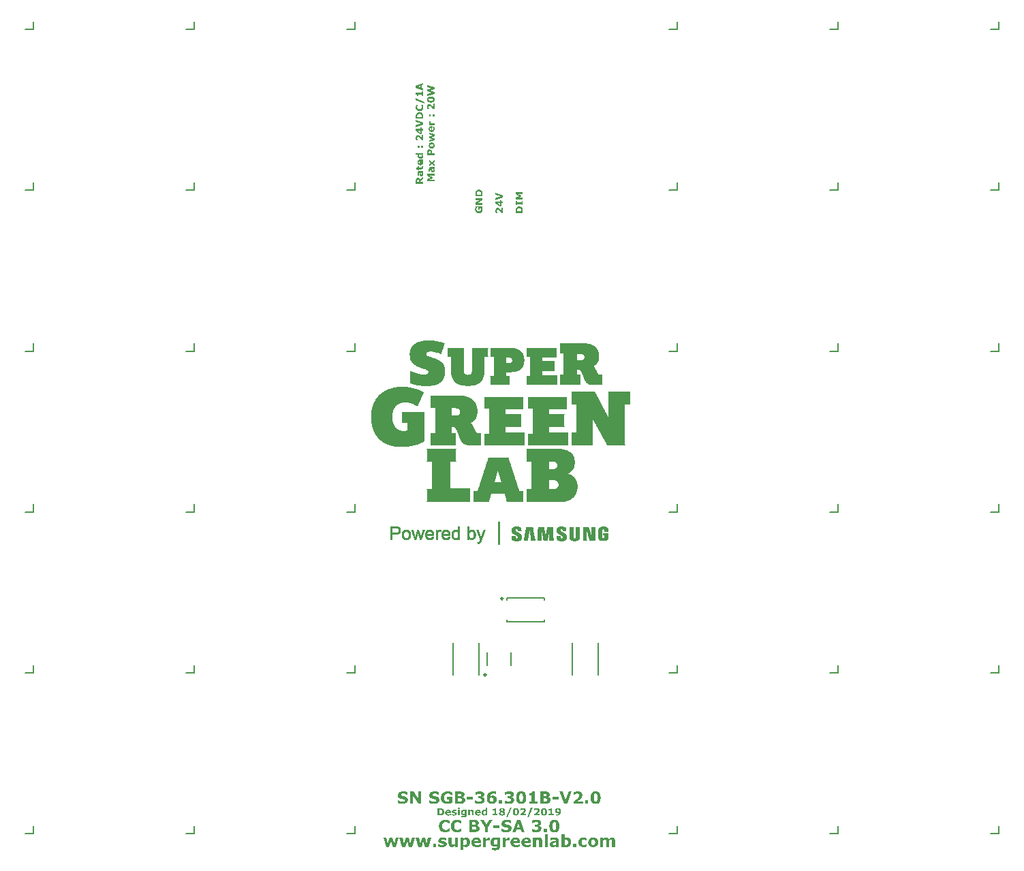
<source format=gto>
%FSLAX25Y25*%
%MOIN*%
G70*
G01*
G75*
%ADD10R,0.13386X0.04724*%
%ADD11R,0.03543X0.02362*%
%ADD12R,0.03543X0.07087*%
%ADD13R,0.02362X0.03543*%
%ADD14R,0.09843X0.06693*%
%ADD15R,0.20079X0.09252*%
%ADD16R,0.11024X0.04921*%
%ADD17R,0.01378X0.02165*%
%ADD18R,0.01772X0.05315*%
%ADD19R,0.07874X0.06693*%
%ADD20R,0.07087X0.15354*%
%ADD21R,0.05118X0.21654*%
%ADD22C,0.00591*%
%ADD23C,0.01772*%
%ADD24C,0.01181*%
%ADD25C,0.15748*%
%ADD26O,0.15748X0.29134*%
%ADD27C,0.00984*%
%ADD28C,0.00100*%
%ADD29C,0.00787*%
G36*
X-20370Y-196881D02*
X-20270D01*
X-20151Y-196891D01*
X-19924Y-196918D01*
X-19905D01*
X-19869Y-196927D01*
X-19814Y-196936D01*
X-19741Y-196945D01*
X-19659Y-196963D01*
X-19568Y-196982D01*
X-19377Y-197027D01*
X-19368D01*
X-19331Y-197036D01*
X-19286Y-197055D01*
X-19213Y-197073D01*
X-19140Y-197100D01*
X-19058Y-197127D01*
X-18894Y-197200D01*
X-18885D01*
X-18858Y-197219D01*
X-18812Y-197237D01*
X-18767Y-197255D01*
X-18639Y-197310D01*
X-18511Y-197364D01*
Y-198794D01*
X-18703D01*
X-18712Y-198776D01*
X-18739Y-198758D01*
X-18767Y-198731D01*
X-18858Y-198667D01*
X-18976Y-198576D01*
X-18985Y-198567D01*
X-19003Y-198549D01*
X-19040Y-198530D01*
X-19085Y-198494D01*
X-19140Y-198458D01*
X-19204Y-198412D01*
X-19350Y-198321D01*
X-19359Y-198312D01*
X-19386Y-198303D01*
X-19432Y-198275D01*
X-19486Y-198248D01*
X-19559Y-198212D01*
X-19641Y-198175D01*
X-19823Y-198102D01*
X-19832D01*
X-19869Y-198084D01*
X-19914Y-198075D01*
X-19978Y-198057D01*
X-20060Y-198038D01*
X-20151Y-198029D01*
X-20361Y-198011D01*
X-20415D01*
X-20479Y-198020D01*
X-20552D01*
X-20652Y-198038D01*
X-20752Y-198057D01*
X-20862Y-198084D01*
X-20971Y-198120D01*
X-20980D01*
X-21017Y-198139D01*
X-21071Y-198166D01*
X-21144Y-198202D01*
X-21226Y-198248D01*
X-21317Y-198303D01*
X-21408Y-198366D01*
X-21499Y-198448D01*
X-21509Y-198458D01*
X-21536Y-198494D01*
X-21581Y-198539D01*
X-21636Y-198612D01*
X-21700Y-198694D01*
X-21764Y-198794D01*
X-21827Y-198913D01*
X-21882Y-199050D01*
X-21891Y-199068D01*
X-21900Y-199113D01*
X-21928Y-199195D01*
X-21946Y-199296D01*
X-21973Y-199432D01*
X-22001Y-199587D01*
X-22010Y-199760D01*
X-22019Y-199952D01*
Y-199961D01*
Y-199979D01*
Y-200006D01*
Y-200043D01*
X-22010Y-200143D01*
X-22001Y-200270D01*
X-21982Y-200416D01*
X-21955Y-200571D01*
X-21919Y-200726D01*
X-21864Y-200872D01*
X-21855Y-200890D01*
X-21837Y-200935D01*
X-21800Y-200999D01*
X-21755Y-201081D01*
X-21700Y-201181D01*
X-21636Y-201273D01*
X-21554Y-201373D01*
X-21472Y-201455D01*
X-21463Y-201464D01*
X-21427Y-201491D01*
X-21381Y-201528D01*
X-21317Y-201573D01*
X-21235Y-201628D01*
X-21153Y-201673D01*
X-21053Y-201728D01*
X-20944Y-201764D01*
X-20926D01*
X-20889Y-201783D01*
X-20834Y-201792D01*
X-20752Y-201810D01*
X-20671Y-201828D01*
X-20570Y-201837D01*
X-20352Y-201855D01*
X-20306D01*
X-20251Y-201846D01*
X-20179D01*
X-20097Y-201837D01*
X-20006Y-201819D01*
X-19805Y-201774D01*
X-19796D01*
X-19760Y-201755D01*
X-19705Y-201737D01*
X-19641Y-201719D01*
X-19559Y-201682D01*
X-19477Y-201646D01*
X-19304Y-201555D01*
X-19295Y-201546D01*
X-19267Y-201537D01*
X-19231Y-201509D01*
X-19186Y-201482D01*
X-19076Y-201400D01*
X-18949Y-201309D01*
X-18940Y-201300D01*
X-18921Y-201291D01*
X-18894Y-201263D01*
X-18848Y-201236D01*
X-18767Y-201163D01*
X-18675Y-201081D01*
X-18511D01*
Y-202493D01*
X-18520D01*
X-18548Y-202511D01*
X-18593Y-202530D01*
X-18648Y-202557D01*
X-18712Y-202584D01*
X-18785Y-202612D01*
X-18940Y-202684D01*
X-18949D01*
X-18976Y-202694D01*
X-19013Y-202712D01*
X-19067Y-202730D01*
X-19131Y-202757D01*
X-19204Y-202785D01*
X-19359Y-202830D01*
X-19368D01*
X-19404Y-202839D01*
X-19468Y-202858D01*
X-19532Y-202876D01*
X-19623Y-202894D01*
X-19714Y-202912D01*
X-19905Y-202949D01*
X-19914D01*
X-19951Y-202958D01*
X-20006Y-202967D01*
X-20087D01*
X-20179Y-202976D01*
X-20297Y-202985D01*
X-20443Y-202994D01*
X-20707D01*
X-20771Y-202985D01*
X-20834D01*
X-20998Y-202967D01*
X-21181Y-202949D01*
X-21381Y-202912D01*
X-21600Y-202867D01*
X-21809Y-202803D01*
X-21818D01*
X-21837Y-202794D01*
X-21864Y-202785D01*
X-21900Y-202766D01*
X-22010Y-202721D01*
X-22137Y-202657D01*
X-22283Y-202575D01*
X-22447Y-202484D01*
X-22611Y-202366D01*
X-22766Y-202229D01*
Y-202220D01*
X-22784Y-202211D01*
X-22830Y-202156D01*
X-22902Y-202074D01*
X-22984Y-201965D01*
X-23085Y-201828D01*
X-23185Y-201664D01*
X-23285Y-201482D01*
X-23376Y-201273D01*
Y-201263D01*
X-23385Y-201245D01*
X-23394Y-201218D01*
X-23413Y-201172D01*
X-23431Y-201118D01*
X-23449Y-201054D01*
X-23467Y-200972D01*
X-23485Y-200890D01*
X-23522Y-200698D01*
X-23558Y-200471D01*
X-23586Y-200216D01*
X-23595Y-199942D01*
Y-199933D01*
Y-199915D01*
Y-199870D01*
Y-199824D01*
X-23586Y-199760D01*
Y-199687D01*
X-23568Y-199523D01*
X-23549Y-199323D01*
X-23513Y-199113D01*
X-23458Y-198895D01*
X-23394Y-198676D01*
Y-198667D01*
X-23385Y-198649D01*
X-23376Y-198621D01*
X-23358Y-198576D01*
X-23331Y-198530D01*
X-23303Y-198476D01*
X-23239Y-198339D01*
X-23157Y-198184D01*
X-23048Y-198020D01*
X-22921Y-197856D01*
X-22784Y-197692D01*
X-22775Y-197683D01*
X-22766Y-197674D01*
X-22711Y-197628D01*
X-22629Y-197556D01*
X-22520Y-197474D01*
X-22383Y-197373D01*
X-22219Y-197273D01*
X-22037Y-197173D01*
X-21837Y-197091D01*
X-21827D01*
X-21809Y-197082D01*
X-21782Y-197073D01*
X-21736Y-197055D01*
X-21682Y-197036D01*
X-21618Y-197018D01*
X-21545Y-197000D01*
X-21463Y-196982D01*
X-21281Y-196945D01*
X-21071Y-196909D01*
X-20844Y-196881D01*
X-20598Y-196872D01*
X-20461D01*
X-20370Y-196881D01*
D02*
G37*
G36*
X-26228D02*
X-26127D01*
X-26009Y-196891D01*
X-25781Y-196918D01*
X-25763D01*
X-25727Y-196927D01*
X-25672Y-196936D01*
X-25599Y-196945D01*
X-25517Y-196963D01*
X-25426Y-196982D01*
X-25235Y-197027D01*
X-25225D01*
X-25189Y-197036D01*
X-25144Y-197055D01*
X-25071Y-197073D01*
X-24998Y-197100D01*
X-24916Y-197127D01*
X-24752Y-197200D01*
X-24743D01*
X-24715Y-197219D01*
X-24670Y-197237D01*
X-24624Y-197255D01*
X-24497Y-197310D01*
X-24369Y-197364D01*
Y-198794D01*
X-24561D01*
X-24570Y-198776D01*
X-24597Y-198758D01*
X-24624Y-198731D01*
X-24715Y-198667D01*
X-24834Y-198576D01*
X-24843Y-198567D01*
X-24861Y-198549D01*
X-24897Y-198530D01*
X-24943Y-198494D01*
X-24998Y-198458D01*
X-25062Y-198412D01*
X-25207Y-198321D01*
X-25216Y-198312D01*
X-25244Y-198303D01*
X-25289Y-198275D01*
X-25344Y-198248D01*
X-25417Y-198212D01*
X-25499Y-198175D01*
X-25681Y-198102D01*
X-25690D01*
X-25727Y-198084D01*
X-25772Y-198075D01*
X-25836Y-198057D01*
X-25918Y-198038D01*
X-26009Y-198029D01*
X-26219Y-198011D01*
X-26273D01*
X-26337Y-198020D01*
X-26410D01*
X-26510Y-198038D01*
X-26610Y-198057D01*
X-26719Y-198084D01*
X-26829Y-198120D01*
X-26838D01*
X-26874Y-198139D01*
X-26929Y-198166D01*
X-27002Y-198202D01*
X-27084Y-198248D01*
X-27175Y-198303D01*
X-27266Y-198366D01*
X-27357Y-198448D01*
X-27366Y-198458D01*
X-27394Y-198494D01*
X-27439Y-198539D01*
X-27494Y-198612D01*
X-27558Y-198694D01*
X-27621Y-198794D01*
X-27685Y-198913D01*
X-27740Y-199050D01*
X-27749Y-199068D01*
X-27758Y-199113D01*
X-27785Y-199195D01*
X-27804Y-199296D01*
X-27831Y-199432D01*
X-27858Y-199587D01*
X-27867Y-199760D01*
X-27876Y-199952D01*
Y-199961D01*
Y-199979D01*
Y-200006D01*
Y-200043D01*
X-27867Y-200143D01*
X-27858Y-200270D01*
X-27840Y-200416D01*
X-27813Y-200571D01*
X-27776Y-200726D01*
X-27722Y-200872D01*
X-27713Y-200890D01*
X-27694Y-200935D01*
X-27658Y-200999D01*
X-27612Y-201081D01*
X-27558Y-201181D01*
X-27494Y-201273D01*
X-27412Y-201373D01*
X-27330Y-201455D01*
X-27321Y-201464D01*
X-27284Y-201491D01*
X-27239Y-201528D01*
X-27175Y-201573D01*
X-27093Y-201628D01*
X-27011Y-201673D01*
X-26911Y-201728D01*
X-26801Y-201764D01*
X-26783D01*
X-26747Y-201783D01*
X-26692Y-201792D01*
X-26610Y-201810D01*
X-26528Y-201828D01*
X-26428Y-201837D01*
X-26209Y-201855D01*
X-26164D01*
X-26109Y-201846D01*
X-26036D01*
X-25954Y-201837D01*
X-25863Y-201819D01*
X-25663Y-201774D01*
X-25654D01*
X-25617Y-201755D01*
X-25563Y-201737D01*
X-25499Y-201719D01*
X-25417Y-201682D01*
X-25335Y-201646D01*
X-25162Y-201555D01*
X-25153Y-201546D01*
X-25125Y-201537D01*
X-25089Y-201509D01*
X-25043Y-201482D01*
X-24934Y-201400D01*
X-24806Y-201309D01*
X-24797Y-201300D01*
X-24779Y-201291D01*
X-24752Y-201263D01*
X-24706Y-201236D01*
X-24624Y-201163D01*
X-24533Y-201081D01*
X-24369D01*
Y-202493D01*
X-24378D01*
X-24406Y-202511D01*
X-24451Y-202530D01*
X-24506Y-202557D01*
X-24570Y-202584D01*
X-24642Y-202612D01*
X-24797Y-202684D01*
X-24806D01*
X-24834Y-202694D01*
X-24870Y-202712D01*
X-24925Y-202730D01*
X-24989Y-202757D01*
X-25062Y-202785D01*
X-25216Y-202830D01*
X-25225D01*
X-25262Y-202839D01*
X-25326Y-202858D01*
X-25390Y-202876D01*
X-25481Y-202894D01*
X-25572Y-202912D01*
X-25763Y-202949D01*
X-25772D01*
X-25809Y-202958D01*
X-25863Y-202967D01*
X-25945D01*
X-26036Y-202976D01*
X-26155Y-202985D01*
X-26300Y-202994D01*
X-26565D01*
X-26628Y-202985D01*
X-26692D01*
X-26856Y-202967D01*
X-27038Y-202949D01*
X-27239Y-202912D01*
X-27457Y-202867D01*
X-27667Y-202803D01*
X-27676D01*
X-27694Y-202794D01*
X-27722Y-202785D01*
X-27758Y-202766D01*
X-27867Y-202721D01*
X-27995Y-202657D01*
X-28141Y-202575D01*
X-28305Y-202484D01*
X-28469Y-202366D01*
X-28624Y-202229D01*
Y-202220D01*
X-28642Y-202211D01*
X-28687Y-202156D01*
X-28760Y-202074D01*
X-28842Y-201965D01*
X-28942Y-201828D01*
X-29043Y-201664D01*
X-29143Y-201482D01*
X-29234Y-201273D01*
Y-201263D01*
X-29243Y-201245D01*
X-29252Y-201218D01*
X-29270Y-201172D01*
X-29289Y-201118D01*
X-29307Y-201054D01*
X-29325Y-200972D01*
X-29343Y-200890D01*
X-29380Y-200698D01*
X-29416Y-200471D01*
X-29443Y-200216D01*
X-29452Y-199942D01*
Y-199933D01*
Y-199915D01*
Y-199870D01*
Y-199824D01*
X-29443Y-199760D01*
Y-199687D01*
X-29425Y-199523D01*
X-29407Y-199323D01*
X-29370Y-199113D01*
X-29316Y-198895D01*
X-29252Y-198676D01*
Y-198667D01*
X-29243Y-198649D01*
X-29234Y-198621D01*
X-29216Y-198576D01*
X-29188Y-198530D01*
X-29161Y-198476D01*
X-29097Y-198339D01*
X-29015Y-198184D01*
X-28906Y-198020D01*
X-28778Y-197856D01*
X-28642Y-197692D01*
X-28633Y-197683D01*
X-28624Y-197674D01*
X-28569Y-197628D01*
X-28487Y-197556D01*
X-28378Y-197474D01*
X-28241Y-197373D01*
X-28077Y-197273D01*
X-27895Y-197173D01*
X-27694Y-197091D01*
X-27685D01*
X-27667Y-197082D01*
X-27640Y-197073D01*
X-27594Y-197055D01*
X-27539Y-197036D01*
X-27476Y-197018D01*
X-27403Y-197000D01*
X-27321Y-196982D01*
X-27139Y-196945D01*
X-26929Y-196909D01*
X-26701Y-196881D01*
X-26455Y-196872D01*
X-26319D01*
X-26228Y-196881D01*
D02*
G37*
G36*
X-5448Y-200607D02*
Y-202876D01*
X-6969D01*
Y-200671D01*
X-9174Y-196991D01*
X-7443D01*
X-6177Y-199268D01*
X-4956Y-196991D01*
X-3280D01*
X-5448Y-200607D01*
D02*
G37*
G36*
X46192Y-205574D02*
X46293Y-205583D01*
X46402Y-205601D01*
X46529Y-205619D01*
X46657Y-205647D01*
X46803Y-205674D01*
X46949Y-205719D01*
X47094Y-205774D01*
X47249Y-205829D01*
X47395Y-205911D01*
X47532Y-205993D01*
X47668Y-206093D01*
X47796Y-206202D01*
X47805Y-206211D01*
X47823Y-206230D01*
X47850Y-206266D01*
X47896Y-206321D01*
X47941Y-206384D01*
X47996Y-206457D01*
X48060Y-206549D01*
X48115Y-206649D01*
X48178Y-206767D01*
X48233Y-206895D01*
X48288Y-207040D01*
X48333Y-207195D01*
X48379Y-207359D01*
X48406Y-207532D01*
X48424Y-207724D01*
X48433Y-207924D01*
Y-207933D01*
Y-207970D01*
Y-208024D01*
X48424Y-208106D01*
X48415Y-208197D01*
X48397Y-208307D01*
X48379Y-208425D01*
X48351Y-208553D01*
X48315Y-208680D01*
X48279Y-208826D01*
X48224Y-208972D01*
X48160Y-209108D01*
X48087Y-209254D01*
X47996Y-209391D01*
X47905Y-209518D01*
X47787Y-209646D01*
X47778Y-209655D01*
X47759Y-209673D01*
X47723Y-209700D01*
X47668Y-209746D01*
X47604Y-209792D01*
X47522Y-209846D01*
X47431Y-209901D01*
X47322Y-209956D01*
X47204Y-210019D01*
X47067Y-210074D01*
X46921Y-210129D01*
X46766Y-210174D01*
X46593Y-210220D01*
X46411Y-210247D01*
X46211Y-210265D01*
X46001Y-210274D01*
X45892D01*
X45810Y-210265D01*
X45709Y-210256D01*
X45600Y-210238D01*
X45482Y-210220D01*
X45345Y-210192D01*
X45199Y-210165D01*
X45054Y-210120D01*
X44908Y-210074D01*
X44753Y-210010D01*
X44607Y-209937D01*
X44471Y-209855D01*
X44334Y-209755D01*
X44206Y-209646D01*
X44197Y-209637D01*
X44179Y-209618D01*
X44152Y-209582D01*
X44106Y-209527D01*
X44061Y-209464D01*
X44006Y-209391D01*
X43951Y-209300D01*
X43887Y-209190D01*
X43833Y-209081D01*
X43769Y-208953D01*
X43714Y-208808D01*
X43669Y-208653D01*
X43623Y-208489D01*
X43596Y-208316D01*
X43578Y-208124D01*
X43569Y-207924D01*
Y-207915D01*
Y-207878D01*
Y-207815D01*
X43578Y-207742D01*
X43587Y-207651D01*
X43605Y-207541D01*
X43623Y-207423D01*
X43651Y-207295D01*
X43678Y-207159D01*
X43724Y-207013D01*
X43778Y-206876D01*
X43842Y-206731D01*
X43915Y-206585D01*
X43997Y-206448D01*
X44097Y-206312D01*
X44206Y-206193D01*
X44216Y-206184D01*
X44234Y-206166D01*
X44270Y-206138D01*
X44325Y-206093D01*
X44389Y-206047D01*
X44471Y-205993D01*
X44562Y-205938D01*
X44671Y-205874D01*
X44798Y-205820D01*
X44926Y-205765D01*
X45081Y-205710D01*
X45236Y-205665D01*
X45409Y-205619D01*
X45591Y-205592D01*
X45792Y-205574D01*
X46001Y-205565D01*
X46110D01*
X46192Y-205574D01*
D02*
G37*
G36*
X-1945D02*
X-1845Y-205583D01*
X-1744Y-205601D01*
X-1517Y-205656D01*
X-1498D01*
X-1462Y-205674D01*
X-1407Y-205692D01*
X-1335Y-205719D01*
X-1252Y-205747D01*
X-1161Y-205792D01*
X-970Y-205892D01*
X-925Y-205701D01*
X469D01*
Y-209637D01*
Y-209646D01*
Y-209664D01*
Y-209700D01*
Y-209737D01*
X460Y-209792D01*
Y-209855D01*
X451Y-210001D01*
X424Y-210165D01*
X396Y-210338D01*
X351Y-210511D01*
X287Y-210675D01*
Y-210684D01*
X278Y-210694D01*
X251Y-210748D01*
X214Y-210821D01*
X160Y-210921D01*
X87Y-211031D01*
X-4Y-211140D01*
X-105Y-211249D01*
X-214Y-211349D01*
X-232Y-211358D01*
X-269Y-211386D01*
X-341Y-211431D01*
X-433Y-211486D01*
X-542Y-211541D01*
X-679Y-211604D01*
X-824Y-211659D01*
X-988Y-211705D01*
X-1007D01*
X-1034Y-211714D01*
X-1070Y-211723D01*
X-1161Y-211741D01*
X-1289Y-211759D01*
X-1444Y-211778D01*
X-1617Y-211796D01*
X-1808Y-211805D01*
X-2018Y-211814D01*
X-2191D01*
X-2309Y-211805D01*
X-2446Y-211796D01*
X-2601Y-211787D01*
X-2765Y-211769D01*
X-2929Y-211750D01*
X-2947D01*
X-3002Y-211741D01*
X-3084Y-211732D01*
X-3193Y-211714D01*
X-3311Y-211696D01*
X-3439Y-211677D01*
X-3576Y-211650D01*
X-3703Y-211623D01*
Y-210511D01*
X-3521D01*
X-3484Y-210529D01*
X-3430Y-210548D01*
X-3357Y-210575D01*
X-3266Y-210602D01*
X-3156Y-210630D01*
X-3038Y-210666D01*
X-2901Y-210694D01*
X-2883D01*
X-2838Y-210712D01*
X-2765Y-210721D01*
X-2674Y-210739D01*
X-2564Y-210757D01*
X-2455Y-210766D01*
X-2218Y-210785D01*
X-2154D01*
X-2081Y-210775D01*
X-1990D01*
X-1890Y-210766D01*
X-1781Y-210748D01*
X-1681Y-210730D01*
X-1581Y-210703D01*
X-1571D01*
X-1544Y-210684D01*
X-1498Y-210675D01*
X-1444Y-210648D01*
X-1316Y-210584D01*
X-1252Y-210548D01*
X-1198Y-210502D01*
X-1189Y-210493D01*
X-1180Y-210475D01*
X-1161Y-210448D01*
X-1134Y-210411D01*
X-1107Y-210366D01*
X-1070Y-210311D01*
X-1025Y-210174D01*
Y-210165D01*
X-1016Y-210138D01*
X-1007Y-210101D01*
X-988Y-210047D01*
X-979Y-209974D01*
X-970Y-209901D01*
X-961Y-209810D01*
Y-209710D01*
Y-209618D01*
X-970Y-209628D01*
X-1007Y-209655D01*
X-1061Y-209691D01*
X-1134Y-209746D01*
X-1216Y-209801D01*
X-1316Y-209855D01*
X-1417Y-209910D01*
X-1535Y-209956D01*
X-1553Y-209965D01*
X-1590Y-209974D01*
X-1653Y-209992D01*
X-1735Y-210010D01*
X-1845Y-210038D01*
X-1963Y-210056D01*
X-2091Y-210065D01*
X-2236Y-210074D01*
X-2327D01*
X-2391Y-210065D01*
X-2464Y-210056D01*
X-2555Y-210047D01*
X-2655Y-210029D01*
X-2765Y-210001D01*
X-2992Y-209937D01*
X-3120Y-209892D01*
X-3238Y-209837D01*
X-3357Y-209773D01*
X-3466Y-209700D01*
X-3576Y-209618D01*
X-3676Y-209518D01*
X-3685Y-209509D01*
X-3694Y-209491D01*
X-3721Y-209455D01*
X-3758Y-209409D01*
X-3794Y-209354D01*
X-3831Y-209281D01*
X-3876Y-209190D01*
X-3922Y-209090D01*
X-3976Y-208981D01*
X-4022Y-208853D01*
X-4058Y-208707D01*
X-4095Y-208553D01*
X-4131Y-208389D01*
X-4159Y-208207D01*
X-4168Y-208015D01*
X-4177Y-207806D01*
Y-207797D01*
Y-207778D01*
Y-207751D01*
Y-207715D01*
X-4168Y-207605D01*
X-4159Y-207478D01*
X-4140Y-207332D01*
X-4113Y-207168D01*
X-4077Y-207004D01*
X-4031Y-206849D01*
Y-206840D01*
X-4022Y-206831D01*
X-4004Y-206785D01*
X-3967Y-206703D01*
X-3922Y-206612D01*
X-3858Y-206503D01*
X-3785Y-206384D01*
X-3694Y-206266D01*
X-3594Y-206157D01*
X-3585Y-206148D01*
X-3548Y-206111D01*
X-3494Y-206056D01*
X-3412Y-205993D01*
X-3320Y-205929D01*
X-3211Y-205856D01*
X-3084Y-205783D01*
X-2947Y-205719D01*
X-2929Y-205710D01*
X-2883Y-205692D01*
X-2801Y-205674D01*
X-2701Y-205638D01*
X-2592Y-205610D01*
X-2455Y-205592D01*
X-2309Y-205574D01*
X-2163Y-205565D01*
X-2036D01*
X-1945Y-205574D01*
D02*
G37*
G36*
X3954Y-196881D02*
X4100Y-196891D01*
X4273Y-196900D01*
X4464Y-196918D01*
X4673Y-196954D01*
X4883Y-196991D01*
X4892D01*
X4910Y-197000D01*
X4938D01*
X4983Y-197009D01*
X5029Y-197018D01*
X5083Y-197036D01*
X5220Y-197064D01*
X5375Y-197109D01*
X5548Y-197155D01*
X5712Y-197209D01*
X5876Y-197273D01*
Y-198621D01*
X5712D01*
X5694Y-198612D01*
X5648Y-198576D01*
X5575Y-198521D01*
X5466Y-198458D01*
X5339Y-198385D01*
X5193Y-198303D01*
X5029Y-198221D01*
X4837Y-198148D01*
X4828D01*
X4810Y-198139D01*
X4783Y-198129D01*
X4746Y-198120D01*
X4701Y-198102D01*
X4646Y-198084D01*
X4510Y-198047D01*
X4355Y-198020D01*
X4172Y-197984D01*
X3981Y-197966D01*
X3781Y-197956D01*
X3662D01*
X3535Y-197966D01*
X3398Y-197984D01*
X3389D01*
X3371Y-197993D01*
X3334D01*
X3289Y-198002D01*
X3170Y-198038D01*
X3043Y-198084D01*
X3034D01*
X3015Y-198093D01*
X2988Y-198111D01*
X2952Y-198129D01*
X2870Y-198184D01*
X2779Y-198266D01*
Y-198275D01*
X2760Y-198284D01*
X2742Y-198312D01*
X2724Y-198348D01*
X2688Y-198430D01*
X2678Y-198485D01*
X2669Y-198539D01*
Y-198549D01*
Y-198576D01*
X2678Y-198621D01*
X2688Y-198676D01*
X2715Y-198731D01*
X2742Y-198794D01*
X2788Y-198849D01*
X2842Y-198904D01*
X2851Y-198913D01*
X2879Y-198922D01*
X2924Y-198949D01*
X2997Y-198977D01*
X3088Y-199013D01*
X3207Y-199050D01*
X3343Y-199086D01*
X3517Y-199123D01*
X3535D01*
X3571Y-199132D01*
X3635Y-199150D01*
X3717Y-199168D01*
X3808Y-199186D01*
X3917Y-199214D01*
X4136Y-199259D01*
X4154D01*
X4191Y-199268D01*
X4245Y-199286D01*
X4327Y-199305D01*
X4428Y-199332D01*
X4537Y-199359D01*
X4655Y-199396D01*
X4783Y-199432D01*
X4792D01*
X4810Y-199441D01*
X4847Y-199451D01*
X4892Y-199469D01*
X4947Y-199496D01*
X5020Y-199523D01*
X5165Y-199587D01*
X5329Y-199678D01*
X5493Y-199778D01*
X5648Y-199897D01*
X5785Y-200033D01*
X5803Y-200052D01*
X5840Y-200106D01*
X5885Y-200188D01*
X5949Y-200298D01*
X6013Y-200444D01*
X6058Y-200617D01*
X6095Y-200808D01*
X6113Y-201027D01*
Y-201036D01*
Y-201063D01*
X6104Y-201109D01*
Y-201172D01*
X6095Y-201245D01*
X6076Y-201336D01*
X6049Y-201427D01*
X6022Y-201528D01*
X5976Y-201646D01*
X5931Y-201755D01*
X5867Y-201874D01*
X5794Y-201992D01*
X5712Y-202111D01*
X5612Y-202229D01*
X5493Y-202338D01*
X5366Y-202448D01*
X5357Y-202457D01*
X5329Y-202475D01*
X5293Y-202493D01*
X5229Y-202530D01*
X5156Y-202575D01*
X5065Y-202621D01*
X4956Y-202666D01*
X4837Y-202712D01*
X4701Y-202766D01*
X4555Y-202812D01*
X4391Y-202858D01*
X4209Y-202903D01*
X4018Y-202940D01*
X3808Y-202958D01*
X3589Y-202976D01*
X3362Y-202985D01*
X3179D01*
X3107Y-202976D01*
X2933Y-202967D01*
X2733Y-202958D01*
X2514Y-202930D01*
X2296Y-202903D01*
X2086Y-202858D01*
X2077D01*
X2059Y-202849D01*
X2032D01*
X1995Y-202830D01*
X1895Y-202803D01*
X1758Y-202766D01*
X1603Y-202721D01*
X1430Y-202666D01*
X1075Y-202539D01*
Y-201118D01*
X1248D01*
X1257Y-201136D01*
X1285Y-201154D01*
X1321Y-201181D01*
X1421Y-201245D01*
X1549Y-201336D01*
X1704Y-201427D01*
X1886Y-201528D01*
X2086Y-201619D01*
X2296Y-201701D01*
X2305D01*
X2323Y-201710D01*
X2351Y-201719D01*
X2396Y-201728D01*
X2451Y-201746D01*
X2505Y-201764D01*
X2651Y-201801D01*
X2824Y-201837D01*
X3015Y-201874D01*
X3216Y-201892D01*
X3416Y-201901D01*
X3517D01*
X3562Y-201892D01*
X3699D01*
X3781Y-201883D01*
X3790D01*
X3817Y-201874D01*
X3863D01*
X3917Y-201865D01*
X4036Y-201837D01*
X4154Y-201801D01*
X4163D01*
X4182Y-201792D01*
X4218Y-201774D01*
X4254Y-201746D01*
X4346Y-201692D01*
X4437Y-201619D01*
X4446Y-201609D01*
X4455Y-201600D01*
X4473Y-201573D01*
X4500Y-201537D01*
X4519Y-201491D01*
X4537Y-201436D01*
X4546Y-201373D01*
X4555Y-201300D01*
Y-201291D01*
Y-201263D01*
X4546Y-201236D01*
X4537Y-201190D01*
X4510Y-201136D01*
X4482Y-201081D01*
X4437Y-201027D01*
X4382Y-200972D01*
X4373Y-200963D01*
X4355Y-200944D01*
X4318Y-200917D01*
X4264Y-200890D01*
X4191Y-200853D01*
X4118Y-200817D01*
X4018Y-200781D01*
X3908Y-200753D01*
X3890D01*
X3854Y-200735D01*
X3781Y-200726D01*
X3690Y-200708D01*
X3589Y-200680D01*
X3471Y-200653D01*
X3334Y-200635D01*
X3198Y-200607D01*
X3179D01*
X3134Y-200598D01*
X3061Y-200580D01*
X2979Y-200553D01*
X2870Y-200535D01*
X2751Y-200498D01*
X2505Y-200425D01*
X2496D01*
X2469Y-200416D01*
X2433Y-200398D01*
X2387Y-200380D01*
X2323Y-200361D01*
X2250Y-200325D01*
X2095Y-200252D01*
X1913Y-200161D01*
X1740Y-200052D01*
X1567Y-199924D01*
X1494Y-199851D01*
X1430Y-199778D01*
Y-199769D01*
X1421Y-199760D01*
X1403Y-199733D01*
X1385Y-199706D01*
X1330Y-199614D01*
X1276Y-199487D01*
X1212Y-199341D01*
X1166Y-199159D01*
X1130Y-198959D01*
X1111Y-198740D01*
Y-198731D01*
Y-198703D01*
X1121Y-198658D01*
Y-198603D01*
X1130Y-198530D01*
X1148Y-198448D01*
X1175Y-198366D01*
X1203Y-198266D01*
X1239Y-198157D01*
X1294Y-198057D01*
X1348Y-197938D01*
X1421Y-197829D01*
X1503Y-197720D01*
X1603Y-197610D01*
X1713Y-197501D01*
X1840Y-197401D01*
X1849Y-197392D01*
X1877Y-197373D01*
X1913Y-197355D01*
X1977Y-197319D01*
X2050Y-197282D01*
X2132Y-197237D01*
X2241Y-197182D01*
X2360Y-197136D01*
X2487Y-197091D01*
X2633Y-197036D01*
X2788Y-196991D01*
X2952Y-196954D01*
X3134Y-196918D01*
X3325Y-196891D01*
X3535Y-196881D01*
X3744Y-196872D01*
X3899D01*
X3954Y-196881D01*
D02*
G37*
G36*
X-9845Y111581D02*
X-9802D01*
X-9753Y111575D01*
X-9693Y111570D01*
X-9633Y111559D01*
X-9496Y111531D01*
X-9349Y111488D01*
X-9196Y111433D01*
X-9043Y111357D01*
X-9037D01*
X-9026Y111346D01*
X-9005Y111335D01*
X-8977Y111319D01*
X-8945Y111297D01*
X-8912Y111269D01*
X-8824Y111204D01*
X-8726Y111122D01*
X-8628Y111024D01*
X-8535Y110915D01*
X-8448Y110789D01*
Y110784D01*
X-8442Y110778D01*
X-8420Y110745D01*
X-8393Y110691D01*
X-8360Y110620D01*
X-8328Y110538D01*
X-8289Y110440D01*
X-8257Y110336D01*
X-8229Y110221D01*
Y110216D01*
Y110205D01*
X-8224Y110188D01*
X-8218Y110167D01*
X-8213Y110139D01*
Y110101D01*
X-8207Y110063D01*
X-8202Y110014D01*
X-8191Y109910D01*
X-8180Y109784D01*
X-8175Y109642D01*
X-8169Y109490D01*
Y108250D01*
X-11697D01*
Y109528D01*
Y109533D01*
Y109549D01*
Y109571D01*
Y109599D01*
Y109637D01*
X-11691Y109681D01*
X-11686Y109784D01*
X-11680Y109899D01*
X-11664Y110025D01*
X-11647Y110150D01*
X-11620Y110270D01*
Y110276D01*
X-11614Y110287D01*
Y110303D01*
X-11609Y110325D01*
X-11593Y110380D01*
X-11571Y110456D01*
X-11538Y110538D01*
X-11505Y110625D01*
X-11467Y110718D01*
X-11418Y110800D01*
Y110805D01*
X-11407Y110816D01*
X-11396Y110833D01*
X-11380Y110860D01*
X-11353Y110893D01*
X-11325Y110925D01*
X-11260Y111007D01*
X-11172Y111100D01*
X-11069Y111198D01*
X-10954Y111291D01*
X-10817Y111373D01*
X-10812D01*
X-10801Y111384D01*
X-10779Y111395D01*
X-10752Y111406D01*
X-10714Y111422D01*
X-10670Y111439D01*
X-10621Y111460D01*
X-10566Y111482D01*
X-10501Y111499D01*
X-10435Y111521D01*
X-10282Y111553D01*
X-10113Y111575D01*
X-9927Y111586D01*
X-9878D01*
X-9845Y111581D01*
D02*
G37*
G36*
X18393Y-196881D02*
X18521D01*
X18676Y-196900D01*
X18840Y-196918D01*
X19004Y-196936D01*
X19168Y-196973D01*
X19186D01*
X19240Y-196991D01*
X19313Y-197009D01*
X19413Y-197045D01*
X19523Y-197082D01*
X19641Y-197118D01*
X19751Y-197173D01*
X19860Y-197228D01*
X19878Y-197237D01*
X19915Y-197264D01*
X19969Y-197310D01*
X20042Y-197364D01*
X20124Y-197428D01*
X20206Y-197510D01*
X20279Y-197601D01*
X20343Y-197701D01*
X20352Y-197710D01*
X20370Y-197747D01*
X20397Y-197811D01*
X20425Y-197883D01*
X20452Y-197975D01*
X20479Y-198093D01*
X20498Y-198212D01*
X20507Y-198348D01*
Y-198357D01*
Y-198366D01*
Y-198394D01*
Y-198430D01*
X20489Y-198521D01*
X20470Y-198640D01*
X20434Y-198776D01*
X20379Y-198922D01*
X20297Y-199068D01*
X20197Y-199223D01*
X20188Y-199241D01*
X20142Y-199286D01*
X20078Y-199350D01*
X19987Y-199423D01*
X19869Y-199505D01*
X19732Y-199587D01*
X19578Y-199660D01*
X19395Y-199706D01*
Y-199769D01*
X19404D01*
X19432Y-199778D01*
X19468D01*
X19523Y-199797D01*
X19587Y-199806D01*
X19659Y-199824D01*
X19824Y-199879D01*
X19833D01*
X19860Y-199897D01*
X19905Y-199915D01*
X19960Y-199942D01*
X20097Y-200015D01*
X20233Y-200115D01*
X20243Y-200125D01*
X20270Y-200143D01*
X20297Y-200179D01*
X20343Y-200225D01*
X20397Y-200279D01*
X20443Y-200352D01*
X20543Y-200507D01*
X20552Y-200516D01*
X20561Y-200544D01*
X20580Y-200598D01*
X20607Y-200662D01*
X20625Y-200744D01*
X20643Y-200844D01*
X20652Y-200963D01*
X20662Y-201090D01*
Y-201109D01*
Y-201163D01*
X20652Y-201245D01*
X20643Y-201345D01*
X20616Y-201464D01*
X20589Y-201600D01*
X20543Y-201737D01*
X20489Y-201874D01*
X20479Y-201892D01*
X20461Y-201928D01*
X20416Y-202001D01*
X20361Y-202083D01*
X20297Y-202174D01*
X20206Y-202284D01*
X20106Y-202384D01*
X19987Y-202484D01*
X19969Y-202493D01*
X19933Y-202520D01*
X19860Y-202566D01*
X19769Y-202621D01*
X19650Y-202684D01*
X19523Y-202748D01*
X19368Y-202812D01*
X19204Y-202867D01*
X19195D01*
X19186Y-202876D01*
X19158D01*
X19122Y-202885D01*
X19031Y-202903D01*
X18903Y-202930D01*
X18739Y-202958D01*
X18557Y-202976D01*
X18348Y-202985D01*
X18120Y-202994D01*
X17938D01*
X17865Y-202985D01*
X17692Y-202976D01*
X17491Y-202967D01*
X17282Y-202940D01*
X17072Y-202912D01*
X16863Y-202876D01*
X16854D01*
X16845Y-202867D01*
X16817D01*
X16781Y-202858D01*
X16680Y-202830D01*
X16562Y-202803D01*
X16425Y-202766D01*
X16289Y-202730D01*
X16143Y-202675D01*
X16015Y-202630D01*
Y-201327D01*
X16161D01*
X16180Y-201336D01*
X16225Y-201364D01*
X16298Y-201400D01*
X16398Y-201455D01*
X16517Y-201509D01*
X16653Y-201573D01*
X16808Y-201628D01*
X16981Y-201692D01*
X16990D01*
X16999Y-201701D01*
X17027D01*
X17063Y-201710D01*
X17154Y-201737D01*
X17264Y-201764D01*
X17400Y-201792D01*
X17546Y-201810D01*
X17701Y-201828D01*
X17847Y-201837D01*
X17929D01*
X17992Y-201828D01*
X18065D01*
X18147Y-201819D01*
X18338Y-201801D01*
X18348D01*
X18384Y-201792D01*
X18439Y-201783D01*
X18503Y-201764D01*
X18648Y-201719D01*
X18794Y-201637D01*
X18803Y-201628D01*
X18821Y-201619D01*
X18876Y-201573D01*
X18958Y-201491D01*
X19031Y-201400D01*
Y-201391D01*
X19049Y-201373D01*
X19058Y-201345D01*
X19076Y-201300D01*
X19095Y-201236D01*
X19104Y-201172D01*
X19122Y-201090D01*
Y-200990D01*
Y-200981D01*
Y-200944D01*
X19113Y-200899D01*
X19104Y-200844D01*
X19067Y-200717D01*
X19040Y-200653D01*
X18994Y-200598D01*
X18985Y-200589D01*
X18976Y-200571D01*
X18949Y-200553D01*
X18913Y-200516D01*
X18812Y-200453D01*
X18685Y-200398D01*
X18676D01*
X18648Y-200389D01*
X18612Y-200380D01*
X18557Y-200361D01*
X18484Y-200352D01*
X18411Y-200343D01*
X18320Y-200334D01*
X18220Y-200325D01*
X18120D01*
X18056Y-200316D01*
X17391D01*
Y-199268D01*
X17910D01*
X18001Y-199259D01*
X18093D01*
X18275Y-199250D01*
X18311D01*
X18357Y-199241D01*
X18411Y-199232D01*
X18548Y-199205D01*
X18676Y-199159D01*
X18685D01*
X18703Y-199150D01*
X18739Y-199132D01*
X18776Y-199104D01*
X18858Y-199050D01*
X18940Y-198968D01*
Y-198959D01*
X18958Y-198940D01*
X18967Y-198913D01*
X18985Y-198877D01*
X19004Y-198822D01*
X19013Y-198758D01*
X19031Y-198685D01*
Y-198603D01*
Y-198594D01*
Y-198576D01*
Y-198539D01*
X19022Y-198503D01*
X18994Y-198412D01*
X18940Y-198321D01*
Y-198312D01*
X18922Y-198303D01*
X18876Y-198257D01*
X18803Y-198202D01*
X18703Y-198148D01*
X18694D01*
X18676Y-198139D01*
X18639Y-198129D01*
X18603Y-198111D01*
X18548Y-198093D01*
X18484Y-198084D01*
X18338Y-198057D01*
X18329D01*
X18302Y-198047D01*
X18266D01*
X18220Y-198038D01*
X18102Y-198029D01*
X17920D01*
X17847Y-198038D01*
X17746Y-198047D01*
X17619Y-198057D01*
X17482Y-198084D01*
X17336Y-198111D01*
X17173Y-198157D01*
X17163D01*
X17154Y-198166D01*
X17100Y-198184D01*
X17018Y-198212D01*
X16908Y-198248D01*
X16772Y-198303D01*
X16635Y-198366D01*
X16489Y-198439D01*
X16334Y-198521D01*
X16189D01*
Y-197246D01*
X16207Y-197237D01*
X16243Y-197228D01*
X16316Y-197200D01*
X16416Y-197164D01*
X16544Y-197127D01*
X16690Y-197091D01*
X16863Y-197045D01*
X17063Y-197000D01*
X17072D01*
X17090Y-196991D01*
X17118D01*
X17163Y-196982D01*
X17209Y-196973D01*
X17273Y-196963D01*
X17409Y-196936D01*
X17582Y-196909D01*
X17774Y-196891D01*
X17983Y-196881D01*
X18193Y-196872D01*
X18284D01*
X18393Y-196881D01*
D02*
G37*
G36*
X10946Y-182982D02*
X11010D01*
X11164Y-183000D01*
X11347Y-183019D01*
X11538Y-183055D01*
X11720Y-183109D01*
X11902Y-183173D01*
X11911D01*
X11920Y-183182D01*
X11975Y-183210D01*
X12066Y-183255D01*
X12167Y-183319D01*
X12285Y-183410D01*
X12412Y-183510D01*
X12531Y-183629D01*
X12649Y-183775D01*
X12659Y-183793D01*
X12695Y-183847D01*
X12750Y-183929D01*
X12813Y-184039D01*
X12877Y-184175D01*
X12950Y-184339D01*
X13014Y-184522D01*
X13068Y-184731D01*
Y-184740D01*
X13078Y-184758D01*
Y-184786D01*
X13087Y-184831D01*
X13105Y-184886D01*
X13114Y-184950D01*
X13123Y-185023D01*
X13141Y-185105D01*
X13160Y-185296D01*
X13187Y-185515D01*
X13196Y-185770D01*
X13205Y-186034D01*
Y-186043D01*
Y-186070D01*
Y-186107D01*
Y-186161D01*
Y-186225D01*
X13196Y-186298D01*
Y-186389D01*
X13187Y-186480D01*
X13169Y-186690D01*
X13150Y-186908D01*
X13114Y-187136D01*
X13068Y-187364D01*
Y-187373D01*
X13059Y-187391D01*
X13050Y-187419D01*
X13041Y-187464D01*
X13014Y-187564D01*
X12968Y-187701D01*
X12904Y-187856D01*
X12832Y-188020D01*
X12750Y-188175D01*
X12649Y-188330D01*
X12640Y-188348D01*
X12595Y-188393D01*
X12531Y-188457D01*
X12449Y-188548D01*
X12340Y-188639D01*
X12212Y-188730D01*
X12057Y-188821D01*
X11893Y-188903D01*
X11884D01*
X11875Y-188913D01*
X11848Y-188922D01*
X11811Y-188931D01*
X11766Y-188949D01*
X11711Y-188967D01*
X11584Y-188995D01*
X11419Y-189031D01*
X11228Y-189067D01*
X11010Y-189086D01*
X10773Y-189095D01*
X10663D01*
X10609Y-189086D01*
X10536D01*
X10381Y-189067D01*
X10208Y-189049D01*
X10017Y-189013D01*
X9825Y-188967D01*
X9643Y-188903D01*
X9634D01*
X9625Y-188894D01*
X9570Y-188867D01*
X9479Y-188821D01*
X9379Y-188758D01*
X9251Y-188676D01*
X9133Y-188575D01*
X9005Y-188457D01*
X8887Y-188321D01*
Y-188311D01*
X8878Y-188302D01*
X8841Y-188248D01*
X8787Y-188166D01*
X8723Y-188056D01*
X8659Y-187910D01*
X8586Y-187747D01*
X8523Y-187564D01*
X8468Y-187355D01*
Y-187346D01*
X8459Y-187328D01*
Y-187300D01*
X8450Y-187255D01*
X8440Y-187200D01*
X8431Y-187136D01*
X8413Y-187054D01*
X8404Y-186972D01*
X8377Y-186781D01*
X8359Y-186553D01*
X8349Y-186307D01*
X8340Y-186034D01*
Y-186025D01*
Y-185997D01*
Y-185961D01*
Y-185906D01*
Y-185843D01*
X8349Y-185761D01*
Y-185679D01*
X8359Y-185578D01*
X8368Y-185369D01*
X8395Y-185150D01*
X8422Y-184922D01*
X8468Y-184704D01*
Y-184695D01*
X8477Y-184677D01*
X8486Y-184649D01*
X8495Y-184613D01*
X8523Y-184503D01*
X8577Y-184376D01*
X8632Y-184221D01*
X8705Y-184066D01*
X8796Y-183902D01*
X8896Y-183747D01*
X8914Y-183729D01*
X8951Y-183684D01*
X9014Y-183620D01*
X9096Y-183529D01*
X9206Y-183438D01*
X9342Y-183346D01*
X9488Y-183255D01*
X9652Y-183173D01*
X9661D01*
X9670Y-183164D01*
X9698Y-183155D01*
X9734Y-183146D01*
X9780Y-183128D01*
X9834Y-183109D01*
X9971Y-183073D01*
X10126Y-183037D01*
X10317Y-183000D01*
X10536Y-182982D01*
X10773Y-182973D01*
X10882D01*
X10946Y-182982D01*
D02*
G37*
G36*
X23413Y-202876D02*
X21937D01*
Y-201318D01*
X23413D01*
Y-202876D01*
D02*
G37*
G36*
X11614Y103871D02*
X10986D01*
Y104450D01*
X8715D01*
Y103871D01*
X8087D01*
Y105940D01*
X8715D01*
Y105362D01*
X10986D01*
Y105940D01*
X11614D01*
Y103871D01*
D02*
G37*
G36*
X210Y-200826D02*
X-2806D01*
Y-199687D01*
X210D01*
Y-200826D01*
D02*
G37*
G36*
X11614Y109473D02*
X9256D01*
X10784Y108818D01*
Y108185D01*
X9256Y107535D01*
X11614D01*
Y106678D01*
X8087D01*
Y107731D01*
X9856Y108528D01*
X8087Y109320D01*
Y110385D01*
X11614D01*
Y109473D01*
D02*
G37*
G36*
X1772Y108823D02*
Y107808D01*
X-1756Y106519D01*
Y107469D01*
X734Y108326D01*
X-1756Y109184D01*
Y110117D01*
X1772Y108823D01*
D02*
G37*
G36*
X9938Y103331D02*
X9982D01*
X10031Y103325D01*
X10091Y103320D01*
X10151Y103309D01*
X10287Y103281D01*
X10435Y103238D01*
X10588Y103183D01*
X10741Y103107D01*
X10746D01*
X10757Y103096D01*
X10779Y103085D01*
X10806Y103068D01*
X10839Y103047D01*
X10872Y103019D01*
X10959Y102954D01*
X11057Y102872D01*
X11156Y102774D01*
X11248Y102664D01*
X11336Y102539D01*
Y102533D01*
X11341Y102528D01*
X11363Y102495D01*
X11390Y102441D01*
X11423Y102370D01*
X11456Y102288D01*
X11494Y102190D01*
X11527Y102086D01*
X11554Y101971D01*
Y101966D01*
Y101955D01*
X11560Y101938D01*
X11565Y101917D01*
X11570Y101889D01*
Y101851D01*
X11576Y101813D01*
X11581Y101764D01*
X11592Y101660D01*
X11603Y101534D01*
X11609Y101392D01*
X11614Y101239D01*
Y100000D01*
X8087D01*
Y101278D01*
Y101283D01*
Y101300D01*
Y101321D01*
Y101349D01*
Y101387D01*
X8093Y101430D01*
X8098Y101534D01*
X8103Y101649D01*
X8120Y101775D01*
X8136Y101900D01*
X8163Y102020D01*
Y102026D01*
X8169Y102037D01*
Y102053D01*
X8174Y102075D01*
X8191Y102129D01*
X8213Y102206D01*
X8245Y102288D01*
X8278Y102375D01*
X8316Y102468D01*
X8365Y102550D01*
Y102555D01*
X8376Y102566D01*
X8387Y102583D01*
X8404Y102610D01*
X8431Y102643D01*
X8458Y102675D01*
X8524Y102757D01*
X8611Y102850D01*
X8715Y102948D01*
X8830Y103041D01*
X8966Y103123D01*
X8971D01*
X8982Y103134D01*
X9004Y103145D01*
X9032Y103156D01*
X9070Y103172D01*
X9114Y103189D01*
X9163Y103210D01*
X9217Y103232D01*
X9283Y103249D01*
X9348Y103270D01*
X9501Y103303D01*
X9670Y103325D01*
X9856Y103336D01*
X9905D01*
X9938Y103331D01*
D02*
G37*
G36*
X37729Y-210138D02*
X36253D01*
Y-208580D01*
X37729D01*
Y-210138D01*
D02*
G37*
G36*
X28883Y-191152D02*
X28960Y-191157D01*
X29053Y-191168D01*
X29151Y-191185D01*
X29249Y-191207D01*
X29348Y-191234D01*
X29353D01*
X29359Y-191239D01*
X29391Y-191250D01*
X29440Y-191272D01*
X29500Y-191299D01*
X29566Y-191338D01*
X29642Y-191381D01*
X29719Y-191436D01*
X29790Y-191501D01*
X29801Y-191512D01*
X29828Y-191540D01*
X29866Y-191583D01*
X29915Y-191643D01*
X29965Y-191714D01*
X30019Y-191807D01*
X30074Y-191905D01*
X30117Y-192020D01*
Y-192025D01*
X30123Y-192036D01*
X30128Y-192053D01*
X30134Y-192075D01*
X30145Y-192107D01*
X30150Y-192146D01*
X30161Y-192184D01*
X30172Y-192233D01*
X30194Y-192348D01*
X30210Y-192473D01*
X30221Y-192621D01*
X30227Y-192785D01*
Y-192790D01*
Y-192806D01*
Y-192828D01*
Y-192861D01*
X30221Y-192899D01*
Y-192948D01*
X30216Y-192997D01*
X30210Y-193058D01*
X30199Y-193183D01*
X30178Y-193325D01*
X30150Y-193467D01*
X30112Y-193614D01*
Y-193620D01*
X30106Y-193631D01*
X30101Y-193653D01*
X30090Y-193675D01*
X30079Y-193707D01*
X30063Y-193745D01*
X30025Y-193833D01*
X29976Y-193937D01*
X29915Y-194040D01*
X29844Y-194149D01*
X29763Y-194253D01*
X29757Y-194259D01*
X29752Y-194264D01*
X29735Y-194281D01*
X29719Y-194297D01*
X29664Y-194351D01*
X29593Y-194412D01*
X29500Y-194483D01*
X29397Y-194553D01*
X29271Y-194619D01*
X29140Y-194679D01*
X29135D01*
X29124Y-194685D01*
X29102Y-194690D01*
X29075Y-194701D01*
X29036Y-194712D01*
X28998Y-194723D01*
X28949Y-194734D01*
X28894Y-194745D01*
X28829Y-194761D01*
X28763Y-194772D01*
X28616Y-194794D01*
X28452Y-194810D01*
X28272Y-194816D01*
X28207D01*
X28157Y-194810D01*
X28103D01*
X28037Y-194805D01*
X27966Y-194799D01*
X27890Y-194794D01*
X27879D01*
X27857Y-194788D01*
X27824D01*
X27781Y-194783D01*
X27693Y-194766D01*
X27655Y-194761D01*
X27628Y-194755D01*
Y-194062D01*
X27726D01*
X27731Y-194068D01*
X27748Y-194079D01*
X27775Y-194084D01*
X27802Y-194095D01*
X27835Y-194111D01*
X27879Y-194122D01*
X27922Y-194139D01*
X27928D01*
X27944Y-194144D01*
X27977Y-194149D01*
X28015Y-194155D01*
X28070Y-194160D01*
X28130Y-194166D01*
X28201Y-194171D01*
X28348D01*
X28398Y-194166D01*
X28452Y-194160D01*
X28512Y-194155D01*
X28643Y-194128D01*
X28649D01*
X28676Y-194117D01*
X28709Y-194106D01*
X28752Y-194095D01*
X28796Y-194073D01*
X28851Y-194046D01*
X28905Y-194018D01*
X28954Y-193980D01*
X28960Y-193975D01*
X28976Y-193964D01*
X29004Y-193937D01*
X29036Y-193909D01*
X29069Y-193871D01*
X29107Y-193827D01*
X29146Y-193773D01*
X29178Y-193718D01*
X29184Y-193713D01*
X29195Y-193691D01*
X29211Y-193653D01*
X29228Y-193609D01*
X29249Y-193549D01*
X29271Y-193483D01*
X29287Y-193412D01*
X29304Y-193331D01*
X29293Y-193336D01*
X29271Y-193347D01*
X29228Y-193369D01*
X29178Y-193396D01*
X29118Y-193423D01*
X29053Y-193456D01*
X28916Y-193511D01*
X28911D01*
X28883Y-193522D01*
X28845Y-193527D01*
X28796Y-193538D01*
X28731Y-193549D01*
X28660Y-193560D01*
X28572Y-193565D01*
X28479Y-193571D01*
X28409D01*
X28359Y-193565D01*
X28299Y-193560D01*
X28234Y-193554D01*
X28097Y-193527D01*
X28092D01*
X28065Y-193516D01*
X28032Y-193505D01*
X27988Y-193489D01*
X27939Y-193467D01*
X27884Y-193440D01*
X27770Y-193374D01*
X27759Y-193369D01*
X27737Y-193347D01*
X27699Y-193320D01*
X27655Y-193276D01*
X27606Y-193221D01*
X27551Y-193161D01*
X27502Y-193090D01*
X27453Y-193008D01*
X27448Y-192997D01*
X27437Y-192965D01*
X27415Y-192915D01*
X27398Y-192850D01*
X27376Y-192768D01*
X27355Y-192670D01*
X27344Y-192555D01*
X27338Y-192430D01*
Y-192424D01*
Y-192402D01*
X27344Y-192375D01*
Y-192337D01*
X27349Y-192288D01*
X27360Y-192233D01*
X27371Y-192167D01*
X27387Y-192102D01*
X27409Y-192031D01*
X27437Y-191955D01*
X27464Y-191878D01*
X27502Y-191802D01*
X27551Y-191725D01*
X27600Y-191649D01*
X27661Y-191578D01*
X27731Y-191507D01*
X27737Y-191501D01*
X27748Y-191490D01*
X27770Y-191474D01*
X27802Y-191452D01*
X27841Y-191425D01*
X27890Y-191392D01*
X27944Y-191359D01*
X28010Y-191327D01*
X28081Y-191294D01*
X28157Y-191261D01*
X28239Y-191228D01*
X28332Y-191201D01*
X28430Y-191179D01*
X28534Y-191163D01*
X28649Y-191152D01*
X28763Y-191147D01*
X28818D01*
X28883Y-191152D01*
D02*
G37*
G36*
X-20265Y-210138D02*
X-21695D01*
Y-209646D01*
X-21714Y-209655D01*
X-21759Y-209691D01*
X-21841Y-209746D01*
X-21932Y-209819D01*
X-22051Y-209892D01*
X-22169Y-209965D01*
X-22297Y-210038D01*
X-22424Y-210101D01*
X-22442Y-210110D01*
X-22479Y-210129D01*
X-22552Y-210147D01*
X-22643Y-210174D01*
X-22752Y-210211D01*
X-22889Y-210229D01*
X-23034Y-210247D01*
X-23199Y-210256D01*
X-23271D01*
X-23317Y-210247D01*
X-23381D01*
X-23454Y-210238D01*
X-23618Y-210202D01*
X-23800Y-210156D01*
X-23982Y-210083D01*
X-24164Y-209974D01*
X-24246Y-209910D01*
X-24328Y-209837D01*
Y-209828D01*
X-24346Y-209819D01*
X-24365Y-209792D01*
X-24392Y-209755D01*
X-24419Y-209719D01*
X-24456Y-209664D01*
X-24483Y-209600D01*
X-24520Y-209527D01*
X-24556Y-209436D01*
X-24592Y-209345D01*
X-24629Y-209245D01*
X-24656Y-209136D01*
X-24683Y-209008D01*
X-24702Y-208881D01*
X-24711Y-208744D01*
X-24720Y-208589D01*
Y-205701D01*
X-23290D01*
Y-207906D01*
Y-207924D01*
Y-207961D01*
Y-208024D01*
Y-208106D01*
X-23280Y-208188D01*
Y-208289D01*
Y-208380D01*
X-23271Y-208471D01*
Y-208480D01*
Y-208507D01*
X-23262Y-208544D01*
X-23253Y-208598D01*
X-23217Y-208717D01*
X-23171Y-208835D01*
Y-208844D01*
X-23153Y-208862D01*
X-23117Y-208917D01*
X-23044Y-208981D01*
X-22952Y-209045D01*
X-22943D01*
X-22925Y-209054D01*
X-22889Y-209063D01*
X-22843Y-209072D01*
X-22779Y-209090D01*
X-22707Y-209099D01*
X-22625Y-209108D01*
X-22452D01*
X-22406Y-209099D01*
X-22342Y-209090D01*
X-22278Y-209081D01*
X-22124Y-209045D01*
X-22114D01*
X-22087Y-209035D01*
X-22041Y-209017D01*
X-21987Y-208999D01*
X-21923Y-208972D01*
X-21850Y-208935D01*
X-21695Y-208844D01*
Y-205701D01*
X-20265D01*
Y-210138D01*
D02*
G37*
G36*
X958Y105793D02*
X1783D01*
Y104925D01*
X958D01*
Y103210D01*
X292D01*
X-1756Y104865D01*
Y105793D01*
X314D01*
Y106274D01*
X958D01*
Y105793D01*
D02*
G37*
G36*
X27134Y-205574D02*
X27234D01*
X27344Y-205583D01*
X27471Y-205592D01*
X27608Y-205610D01*
X27890Y-205656D01*
X28182Y-205729D01*
X28319Y-205765D01*
X28455Y-205820D01*
X28574Y-205883D01*
X28683Y-205947D01*
X28692D01*
X28710Y-205965D01*
X28738Y-205984D01*
X28765Y-206020D01*
X28811Y-206056D01*
X28856Y-206111D01*
X28902Y-206166D01*
X28956Y-206230D01*
X29011Y-206312D01*
X29057Y-206394D01*
X29102Y-206494D01*
X29148Y-206594D01*
X29175Y-206712D01*
X29202Y-206831D01*
X29220Y-206967D01*
X29230Y-207113D01*
Y-210138D01*
X27817D01*
Y-209673D01*
X27808D01*
X27799Y-209691D01*
X27772Y-209710D01*
X27735Y-209728D01*
X27644Y-209792D01*
X27526Y-209883D01*
X27517Y-209892D01*
X27499Y-209901D01*
X27462Y-209928D01*
X27426Y-209946D01*
X27325Y-210010D01*
X27207Y-210074D01*
X27198D01*
X27171Y-210092D01*
X27125Y-210101D01*
X27071Y-210129D01*
X27007Y-210147D01*
X26934Y-210174D01*
X26770Y-210211D01*
X26761D01*
X26733Y-210220D01*
X26688Y-210229D01*
X26624D01*
X26551Y-210238D01*
X26469Y-210247D01*
X26278Y-210256D01*
X26214D01*
X26178Y-210247D01*
X26123D01*
X26059Y-210238D01*
X25914Y-210211D01*
X25740Y-210156D01*
X25567Y-210092D01*
X25394Y-209992D01*
X25303Y-209937D01*
X25221Y-209864D01*
Y-209855D01*
X25203Y-209846D01*
X25157Y-209792D01*
X25084Y-209710D01*
X25012Y-209591D01*
X24939Y-209445D01*
X24866Y-209272D01*
X24820Y-209081D01*
X24811Y-208972D01*
X24802Y-208862D01*
Y-208853D01*
Y-208844D01*
Y-208817D01*
Y-208780D01*
X24811Y-208689D01*
X24829Y-208580D01*
X24857Y-208452D01*
X24893Y-208325D01*
X24939Y-208188D01*
X25012Y-208070D01*
X25021Y-208052D01*
X25048Y-208015D01*
X25103Y-207961D01*
X25176Y-207897D01*
X25258Y-207815D01*
X25367Y-207733D01*
X25485Y-207660D01*
X25631Y-207587D01*
X25640D01*
X25649Y-207578D01*
X25704Y-207560D01*
X25786Y-207523D01*
X25904Y-207487D01*
X26041Y-207441D01*
X26205Y-207405D01*
X26396Y-207359D01*
X26606Y-207332D01*
X26633D01*
X26660Y-207323D01*
X26706Y-207314D01*
X26761D01*
X26825Y-207305D01*
X26979Y-207286D01*
X27162Y-207268D01*
X27362Y-207250D01*
X27590Y-207232D01*
X27817Y-207213D01*
Y-207195D01*
Y-207177D01*
Y-207132D01*
X27799Y-207068D01*
X27781Y-206995D01*
X27745Y-206904D01*
X27690Y-206822D01*
X27617Y-206749D01*
X27517Y-206685D01*
X27508Y-206676D01*
X27462Y-206658D01*
X27398Y-206640D01*
X27298Y-206612D01*
X27180Y-206585D01*
X27025Y-206558D01*
X26852Y-206549D01*
X26642Y-206539D01*
X26579D01*
X26506Y-206549D01*
X26415Y-206558D01*
X26305Y-206567D01*
X26178Y-206594D01*
X26032Y-206621D01*
X25886Y-206667D01*
X25868Y-206676D01*
X25822Y-206685D01*
X25749Y-206712D01*
X25668Y-206740D01*
X25485Y-206803D01*
X25394Y-206831D01*
X25321Y-206858D01*
X25194D01*
Y-205792D01*
X25203D01*
X25239Y-205783D01*
X25294Y-205765D01*
X25367Y-205747D01*
X25467Y-205729D01*
X25585Y-205701D01*
X25740Y-205674D01*
X25914Y-205647D01*
X25941D01*
X25968Y-205638D01*
X26005D01*
X26105Y-205619D01*
X26232Y-205601D01*
X26387Y-205592D01*
X26560Y-205574D01*
X26743Y-205565D01*
X27052D01*
X27134Y-205574D01*
D02*
G37*
G36*
X13597D02*
X13679Y-205583D01*
X13788Y-205592D01*
X13897Y-205610D01*
X14025Y-205638D01*
X14289Y-205701D01*
X14426Y-205747D01*
X14562Y-205801D01*
X14690Y-205865D01*
X14818Y-205938D01*
X14936Y-206020D01*
X15045Y-206120D01*
X15054Y-206129D01*
X15073Y-206148D01*
X15100Y-206175D01*
X15127Y-206221D01*
X15173Y-206275D01*
X15218Y-206348D01*
X15264Y-206430D01*
X15319Y-206521D01*
X15373Y-206630D01*
X15419Y-206749D01*
X15464Y-206876D01*
X15510Y-207013D01*
X15537Y-207168D01*
X15564Y-207332D01*
X15583Y-207505D01*
X15592Y-207696D01*
Y-208188D01*
X12331D01*
Y-208197D01*
Y-208216D01*
X12340Y-208243D01*
Y-208270D01*
X12358Y-208370D01*
X12394Y-208489D01*
X12440Y-208616D01*
X12504Y-208753D01*
X12604Y-208881D01*
X12722Y-208990D01*
X12740Y-208999D01*
X12795Y-209035D01*
X12877Y-209072D01*
X12995Y-209127D01*
X13150Y-209172D01*
X13333Y-209218D01*
X13551Y-209254D01*
X13806Y-209263D01*
X13879D01*
X13970Y-209254D01*
X14080Y-209245D01*
X14216Y-209227D01*
X14362Y-209190D01*
X14517Y-209154D01*
X14672Y-209099D01*
X14681D01*
X14690Y-209090D01*
X14745Y-209072D01*
X14818Y-209035D01*
X14918Y-208990D01*
X15027Y-208944D01*
X15136Y-208881D01*
X15246Y-208817D01*
X15346Y-208744D01*
X15510D01*
Y-209892D01*
X15501D01*
X15492Y-209901D01*
X15464Y-209910D01*
X15428Y-209919D01*
X15337Y-209956D01*
X15218Y-210001D01*
X15073Y-210047D01*
X14918Y-210083D01*
X14763Y-210129D01*
X14599Y-210165D01*
X14581D01*
X14526Y-210183D01*
X14435Y-210192D01*
X14317Y-210211D01*
X14180Y-210229D01*
X14016Y-210238D01*
X13843Y-210256D01*
X13524D01*
X13433Y-210247D01*
X13323Y-210238D01*
X13187Y-210229D01*
X13050Y-210211D01*
X12895Y-210183D01*
X12567Y-210110D01*
X12394Y-210065D01*
X12221Y-210010D01*
X12057Y-209937D01*
X11893Y-209855D01*
X11738Y-209764D01*
X11602Y-209664D01*
X11593Y-209655D01*
X11574Y-209637D01*
X11538Y-209600D01*
X11492Y-209555D01*
X11438Y-209491D01*
X11374Y-209418D01*
X11310Y-209327D01*
X11246Y-209227D01*
X11183Y-209108D01*
X11119Y-208981D01*
X11055Y-208844D01*
X11000Y-208689D01*
X10955Y-208525D01*
X10918Y-208343D01*
X10900Y-208152D01*
X10891Y-207951D01*
Y-207942D01*
Y-207906D01*
X10900Y-207842D01*
Y-207769D01*
X10909Y-207678D01*
X10927Y-207569D01*
X10946Y-207450D01*
X10973Y-207323D01*
X11010Y-207186D01*
X11055Y-207040D01*
X11110Y-206895D01*
X11174Y-206749D01*
X11255Y-206612D01*
X11347Y-206467D01*
X11447Y-206339D01*
X11565Y-206211D01*
X11574Y-206202D01*
X11593Y-206184D01*
X11638Y-206148D01*
X11693Y-206111D01*
X11757Y-206066D01*
X11839Y-206011D01*
X11939Y-205947D01*
X12048Y-205883D01*
X12176Y-205829D01*
X12312Y-205765D01*
X12467Y-205710D01*
X12631Y-205665D01*
X12804Y-205628D01*
X12995Y-205592D01*
X13196Y-205574D01*
X13415Y-205565D01*
X13515D01*
X13597Y-205574D01*
D02*
G37*
G36*
X8222D02*
X8304Y-205583D01*
X8413Y-205592D01*
X8523Y-205610D01*
X8650Y-205638D01*
X8914Y-205701D01*
X9051Y-205747D01*
X9188Y-205801D01*
X9315Y-205865D01*
X9443Y-205938D01*
X9561Y-206020D01*
X9670Y-206120D01*
X9680Y-206129D01*
X9698Y-206148D01*
X9725Y-206175D01*
X9752Y-206221D01*
X9798Y-206275D01*
X9843Y-206348D01*
X9889Y-206430D01*
X9944Y-206521D01*
X9998Y-206630D01*
X10044Y-206749D01*
X10089Y-206876D01*
X10135Y-207013D01*
X10162Y-207168D01*
X10190Y-207332D01*
X10208Y-207505D01*
X10217Y-207696D01*
Y-208188D01*
X6956D01*
Y-208197D01*
Y-208216D01*
X6965Y-208243D01*
Y-208270D01*
X6983Y-208370D01*
X7019Y-208489D01*
X7065Y-208616D01*
X7129Y-208753D01*
X7229Y-208881D01*
X7347Y-208990D01*
X7366Y-208999D01*
X7420Y-209035D01*
X7502Y-209072D01*
X7621Y-209127D01*
X7775Y-209172D01*
X7958Y-209218D01*
X8176Y-209254D01*
X8431Y-209263D01*
X8504D01*
X8595Y-209254D01*
X8705Y-209245D01*
X8841Y-209227D01*
X8987Y-209190D01*
X9142Y-209154D01*
X9297Y-209099D01*
X9306D01*
X9315Y-209090D01*
X9370Y-209072D01*
X9443Y-209035D01*
X9543Y-208990D01*
X9652Y-208944D01*
X9762Y-208881D01*
X9871Y-208817D01*
X9971Y-208744D01*
X10135D01*
Y-209892D01*
X10126D01*
X10117Y-209901D01*
X10089Y-209910D01*
X10053Y-209919D01*
X9962Y-209956D01*
X9843Y-210001D01*
X9698Y-210047D01*
X9543Y-210083D01*
X9388Y-210129D01*
X9224Y-210165D01*
X9206D01*
X9151Y-210183D01*
X9060Y-210192D01*
X8942Y-210211D01*
X8805Y-210229D01*
X8641Y-210238D01*
X8468Y-210256D01*
X8149D01*
X8058Y-210247D01*
X7949Y-210238D01*
X7812Y-210229D01*
X7675Y-210211D01*
X7520Y-210183D01*
X7192Y-210110D01*
X7019Y-210065D01*
X6846Y-210010D01*
X6682Y-209937D01*
X6518Y-209855D01*
X6363Y-209764D01*
X6227Y-209664D01*
X6218Y-209655D01*
X6199Y-209637D01*
X6163Y-209600D01*
X6117Y-209555D01*
X6063Y-209491D01*
X5999Y-209418D01*
X5935Y-209327D01*
X5872Y-209227D01*
X5808Y-209108D01*
X5744Y-208981D01*
X5680Y-208844D01*
X5626Y-208689D01*
X5580Y-208525D01*
X5544Y-208343D01*
X5525Y-208152D01*
X5516Y-207951D01*
Y-207942D01*
Y-207906D01*
X5525Y-207842D01*
Y-207769D01*
X5534Y-207678D01*
X5553Y-207569D01*
X5571Y-207450D01*
X5598Y-207323D01*
X5635Y-207186D01*
X5680Y-207040D01*
X5735Y-206895D01*
X5799Y-206749D01*
X5881Y-206612D01*
X5972Y-206467D01*
X6072Y-206339D01*
X6190Y-206211D01*
X6199Y-206202D01*
X6218Y-206184D01*
X6263Y-206148D01*
X6318Y-206111D01*
X6382Y-206066D01*
X6464Y-206011D01*
X6564Y-205947D01*
X6673Y-205883D01*
X6801Y-205829D01*
X6937Y-205765D01*
X7092Y-205710D01*
X7256Y-205665D01*
X7429Y-205628D01*
X7621Y-205592D01*
X7821Y-205574D01*
X8040Y-205565D01*
X8140D01*
X8222Y-205574D01*
D02*
G37*
G36*
X-10873D02*
X-10791Y-205583D01*
X-10681Y-205592D01*
X-10572Y-205610D01*
X-10445Y-205638D01*
X-10180Y-205701D01*
X-10044Y-205747D01*
X-9907Y-205801D01*
X-9780Y-205865D01*
X-9652Y-205938D01*
X-9533Y-206020D01*
X-9424Y-206120D01*
X-9415Y-206129D01*
X-9397Y-206148D01*
X-9369Y-206175D01*
X-9342Y-206221D01*
X-9297Y-206275D01*
X-9251Y-206348D01*
X-9206Y-206430D01*
X-9151Y-206521D01*
X-9096Y-206630D01*
X-9051Y-206749D01*
X-9005Y-206876D01*
X-8960Y-207013D01*
X-8932Y-207168D01*
X-8905Y-207332D01*
X-8887Y-207505D01*
X-8878Y-207696D01*
Y-208188D01*
X-12139D01*
Y-208197D01*
Y-208216D01*
X-12130Y-208243D01*
Y-208270D01*
X-12112Y-208370D01*
X-12075Y-208489D01*
X-12030Y-208616D01*
X-11966Y-208753D01*
X-11866Y-208881D01*
X-11747Y-208990D01*
X-11729Y-208999D01*
X-11674Y-209035D01*
X-11592Y-209072D01*
X-11474Y-209127D01*
X-11319Y-209172D01*
X-11137Y-209218D01*
X-10918Y-209254D01*
X-10663Y-209263D01*
X-10590D01*
X-10499Y-209254D01*
X-10390Y-209245D01*
X-10253Y-209227D01*
X-10107Y-209190D01*
X-9953Y-209154D01*
X-9798Y-209099D01*
X-9789D01*
X-9780Y-209090D01*
X-9725Y-209072D01*
X-9652Y-209035D01*
X-9552Y-208990D01*
X-9442Y-208944D01*
X-9333Y-208881D01*
X-9224Y-208817D01*
X-9124Y-208744D01*
X-8960D01*
Y-209892D01*
X-8969D01*
X-8978Y-209901D01*
X-9005Y-209910D01*
X-9042Y-209919D01*
X-9133Y-209956D01*
X-9251Y-210001D01*
X-9397Y-210047D01*
X-9552Y-210083D01*
X-9707Y-210129D01*
X-9871Y-210165D01*
X-9889D01*
X-9944Y-210183D01*
X-10035Y-210192D01*
X-10153Y-210211D01*
X-10290Y-210229D01*
X-10454Y-210238D01*
X-10627Y-210256D01*
X-10946D01*
X-11037Y-210247D01*
X-11146Y-210238D01*
X-11283Y-210229D01*
X-11419Y-210211D01*
X-11574Y-210183D01*
X-11902Y-210110D01*
X-12075Y-210065D01*
X-12248Y-210010D01*
X-12412Y-209937D01*
X-12576Y-209855D01*
X-12731Y-209764D01*
X-12868Y-209664D01*
X-12877Y-209655D01*
X-12895Y-209637D01*
X-12932Y-209600D01*
X-12977Y-209555D01*
X-13032Y-209491D01*
X-13095Y-209418D01*
X-13159Y-209327D01*
X-13223Y-209227D01*
X-13287Y-209108D01*
X-13351Y-208981D01*
X-13414Y-208844D01*
X-13469Y-208689D01*
X-13515Y-208525D01*
X-13551Y-208343D01*
X-13569Y-208152D01*
X-13578Y-207951D01*
Y-207942D01*
Y-207906D01*
X-13569Y-207842D01*
Y-207769D01*
X-13560Y-207678D01*
X-13542Y-207569D01*
X-13524Y-207450D01*
X-13496Y-207323D01*
X-13460Y-207186D01*
X-13414Y-207040D01*
X-13360Y-206895D01*
X-13296Y-206749D01*
X-13214Y-206612D01*
X-13123Y-206467D01*
X-13023Y-206339D01*
X-12904Y-206211D01*
X-12895Y-206202D01*
X-12877Y-206184D01*
X-12831Y-206148D01*
X-12777Y-206111D01*
X-12713Y-206066D01*
X-12631Y-206011D01*
X-12531Y-205947D01*
X-12421Y-205883D01*
X-12294Y-205829D01*
X-12157Y-205765D01*
X-12002Y-205710D01*
X-11838Y-205665D01*
X-11665Y-205628D01*
X-11474Y-205592D01*
X-11274Y-205574D01*
X-11055Y-205565D01*
X-10955D01*
X-10873Y-205574D01*
D02*
G37*
G36*
X23791Y-210138D02*
X22361D01*
Y-203989D01*
X23791D01*
Y-210138D01*
D02*
G37*
G36*
X-30887D02*
X-32363D01*
Y-208580D01*
X-30887D01*
Y-210138D01*
D02*
G37*
G36*
X31972Y-206157D02*
X31990Y-206148D01*
X32026Y-206111D01*
X32090Y-206066D01*
X32181Y-206002D01*
X32281Y-205938D01*
X32391Y-205865D01*
X32509Y-205792D01*
X32637Y-205729D01*
X32655Y-205719D01*
X32700Y-205701D01*
X32773Y-205674D01*
X32864Y-205647D01*
X32983Y-205619D01*
X33119Y-205592D01*
X33265Y-205574D01*
X33429Y-205565D01*
X33511D01*
X33566Y-205574D01*
X33639Y-205583D01*
X33721Y-205601D01*
X33912Y-205638D01*
X34122Y-205710D01*
X34231Y-205765D01*
X34340Y-205820D01*
X34440Y-205892D01*
X34550Y-205975D01*
X34641Y-206066D01*
X34732Y-206175D01*
X34741Y-206184D01*
X34750Y-206202D01*
X34778Y-206239D01*
X34805Y-206284D01*
X34841Y-206348D01*
X34878Y-206421D01*
X34914Y-206512D01*
X34960Y-206612D01*
X35005Y-206731D01*
X35042Y-206858D01*
X35078Y-206995D01*
X35115Y-207141D01*
X35142Y-207305D01*
X35169Y-207478D01*
X35178Y-207660D01*
X35188Y-207860D01*
Y-207869D01*
Y-207906D01*
Y-207961D01*
X35178Y-208033D01*
X35169Y-208124D01*
X35160Y-208225D01*
X35142Y-208343D01*
X35115Y-208471D01*
X35042Y-208735D01*
X34996Y-208881D01*
X34942Y-209026D01*
X34878Y-209172D01*
X34796Y-209309D01*
X34705Y-209445D01*
X34604Y-209573D01*
X34595Y-209582D01*
X34577Y-209600D01*
X34541Y-209637D01*
X34504Y-209673D01*
X34440Y-209728D01*
X34377Y-209783D01*
X34295Y-209837D01*
X34204Y-209901D01*
X34103Y-209965D01*
X33994Y-210019D01*
X33876Y-210074D01*
X33748Y-210129D01*
X33612Y-210165D01*
X33466Y-210202D01*
X33311Y-210220D01*
X33156Y-210229D01*
X33092D01*
X33019Y-210220D01*
X32937D01*
X32828Y-210211D01*
X32719Y-210192D01*
X32500Y-210147D01*
X32491D01*
X32454Y-210129D01*
X32400Y-210120D01*
X32327Y-210092D01*
X32245Y-210056D01*
X32154Y-210019D01*
X31972Y-209919D01*
X31908Y-210138D01*
X30541D01*
Y-203989D01*
X31972D01*
Y-206157D01*
D02*
G37*
G36*
X-9369Y-182982D02*
X-9242D01*
X-9087Y-183000D01*
X-8923Y-183019D01*
X-8759Y-183037D01*
X-8595Y-183073D01*
X-8577D01*
X-8522Y-183091D01*
X-8449Y-183109D01*
X-8349Y-183146D01*
X-8240Y-183182D01*
X-8122Y-183219D01*
X-8012Y-183273D01*
X-7903Y-183328D01*
X-7885Y-183337D01*
X-7848Y-183365D01*
X-7794Y-183410D01*
X-7721Y-183465D01*
X-7639Y-183529D01*
X-7557Y-183611D01*
X-7484Y-183702D01*
X-7420Y-183802D01*
X-7411Y-183811D01*
X-7393Y-183847D01*
X-7365Y-183911D01*
X-7338Y-183984D01*
X-7311Y-184075D01*
X-7283Y-184194D01*
X-7265Y-184312D01*
X-7256Y-184449D01*
Y-184458D01*
Y-184467D01*
Y-184494D01*
Y-184531D01*
X-7274Y-184622D01*
X-7292Y-184740D01*
X-7329Y-184877D01*
X-7384Y-185023D01*
X-7465Y-185168D01*
X-7566Y-185323D01*
X-7575Y-185342D01*
X-7620Y-185387D01*
X-7684Y-185451D01*
X-7775Y-185524D01*
X-7894Y-185606D01*
X-8030Y-185688D01*
X-8185Y-185761D01*
X-8367Y-185806D01*
Y-185870D01*
X-8358D01*
X-8331Y-185879D01*
X-8294D01*
X-8240Y-185897D01*
X-8176Y-185906D01*
X-8103Y-185924D01*
X-7939Y-185979D01*
X-7930D01*
X-7903Y-185997D01*
X-7857Y-186016D01*
X-7803Y-186043D01*
X-7666Y-186116D01*
X-7529Y-186216D01*
X-7520Y-186225D01*
X-7493Y-186243D01*
X-7465Y-186280D01*
X-7420Y-186325D01*
X-7365Y-186380D01*
X-7320Y-186453D01*
X-7220Y-186608D01*
X-7210Y-186617D01*
X-7201Y-186644D01*
X-7183Y-186699D01*
X-7156Y-186763D01*
X-7138Y-186845D01*
X-7119Y-186945D01*
X-7110Y-187063D01*
X-7101Y-187191D01*
Y-187209D01*
Y-187264D01*
X-7110Y-187346D01*
X-7119Y-187446D01*
X-7147Y-187564D01*
X-7174Y-187701D01*
X-7220Y-187838D01*
X-7274Y-187974D01*
X-7283Y-187993D01*
X-7302Y-188029D01*
X-7347Y-188102D01*
X-7402Y-188184D01*
X-7465Y-188275D01*
X-7557Y-188384D01*
X-7657Y-188484D01*
X-7775Y-188585D01*
X-7794Y-188594D01*
X-7830Y-188621D01*
X-7903Y-188667D01*
X-7994Y-188721D01*
X-8112Y-188785D01*
X-8240Y-188849D01*
X-8395Y-188913D01*
X-8559Y-188967D01*
X-8568D01*
X-8577Y-188976D01*
X-8604D01*
X-8641Y-188986D01*
X-8732Y-189004D01*
X-8859Y-189031D01*
X-9023Y-189058D01*
X-9206Y-189077D01*
X-9415Y-189086D01*
X-9643Y-189095D01*
X-9825D01*
X-9898Y-189086D01*
X-10071Y-189077D01*
X-10271Y-189067D01*
X-10481Y-189040D01*
X-10690Y-189013D01*
X-10900Y-188976D01*
X-10909D01*
X-10918Y-188967D01*
X-10946D01*
X-10982Y-188958D01*
X-11082Y-188931D01*
X-11201Y-188903D01*
X-11337Y-188867D01*
X-11474Y-188831D01*
X-11620Y-188776D01*
X-11747Y-188730D01*
Y-187428D01*
X-11602D01*
X-11583Y-187437D01*
X-11538Y-187464D01*
X-11465Y-187501D01*
X-11365Y-187555D01*
X-11246Y-187610D01*
X-11109Y-187674D01*
X-10955Y-187728D01*
X-10782Y-187792D01*
X-10773D01*
X-10763Y-187801D01*
X-10736D01*
X-10700Y-187810D01*
X-10609Y-187838D01*
X-10499Y-187865D01*
X-10362Y-187892D01*
X-10217Y-187910D01*
X-10062Y-187929D01*
X-9916Y-187938D01*
X-9834D01*
X-9770Y-187929D01*
X-9697D01*
X-9616Y-187920D01*
X-9424Y-187901D01*
X-9415D01*
X-9379Y-187892D01*
X-9324Y-187883D01*
X-9260Y-187865D01*
X-9114Y-187819D01*
X-8969Y-187737D01*
X-8960Y-187728D01*
X-8941Y-187719D01*
X-8887Y-187674D01*
X-8805Y-187592D01*
X-8732Y-187501D01*
Y-187492D01*
X-8714Y-187473D01*
X-8704Y-187446D01*
X-8686Y-187400D01*
X-8668Y-187337D01*
X-8659Y-187273D01*
X-8641Y-187191D01*
Y-187091D01*
Y-187082D01*
Y-187045D01*
X-8650Y-186999D01*
X-8659Y-186945D01*
X-8695Y-186817D01*
X-8723Y-186753D01*
X-8768Y-186699D01*
X-8777Y-186690D01*
X-8787Y-186672D01*
X-8814Y-186653D01*
X-8850Y-186617D01*
X-8951Y-186553D01*
X-9078Y-186498D01*
X-9087D01*
X-9114Y-186489D01*
X-9151Y-186480D01*
X-9206Y-186462D01*
X-9278Y-186453D01*
X-9351Y-186444D01*
X-9442Y-186435D01*
X-9543Y-186426D01*
X-9643D01*
X-9707Y-186416D01*
X-10372D01*
Y-185369D01*
X-9852D01*
X-9761Y-185360D01*
X-9670D01*
X-9488Y-185351D01*
X-9452D01*
X-9406Y-185342D01*
X-9351Y-185332D01*
X-9215Y-185305D01*
X-9087Y-185259D01*
X-9078D01*
X-9060Y-185250D01*
X-9023Y-185232D01*
X-8987Y-185205D01*
X-8905Y-185150D01*
X-8823Y-185068D01*
Y-185059D01*
X-8805Y-185041D01*
X-8796Y-185013D01*
X-8777Y-184977D01*
X-8759Y-184922D01*
X-8750Y-184859D01*
X-8732Y-184786D01*
Y-184704D01*
Y-184695D01*
Y-184677D01*
Y-184640D01*
X-8741Y-184604D01*
X-8768Y-184512D01*
X-8823Y-184421D01*
Y-184412D01*
X-8841Y-184403D01*
X-8887Y-184358D01*
X-8960Y-184303D01*
X-9060Y-184248D01*
X-9069D01*
X-9087Y-184239D01*
X-9124Y-184230D01*
X-9160Y-184212D01*
X-9215Y-184194D01*
X-9278Y-184185D01*
X-9424Y-184157D01*
X-9433D01*
X-9461Y-184148D01*
X-9497D01*
X-9543Y-184139D01*
X-9661Y-184130D01*
X-9843D01*
X-9916Y-184139D01*
X-10016Y-184148D01*
X-10144Y-184157D01*
X-10281Y-184185D01*
X-10426Y-184212D01*
X-10590Y-184257D01*
X-10599D01*
X-10609Y-184266D01*
X-10663Y-184285D01*
X-10745Y-184312D01*
X-10854Y-184348D01*
X-10991Y-184403D01*
X-11128Y-184467D01*
X-11274Y-184540D01*
X-11428Y-184622D01*
X-11574D01*
Y-183346D01*
X-11556Y-183337D01*
X-11519Y-183328D01*
X-11447Y-183301D01*
X-11346Y-183264D01*
X-11219Y-183228D01*
X-11073Y-183192D01*
X-10900Y-183146D01*
X-10700Y-183100D01*
X-10690D01*
X-10672Y-183091D01*
X-10645D01*
X-10599Y-183082D01*
X-10554Y-183073D01*
X-10490Y-183064D01*
X-10353Y-183037D01*
X-10180Y-183009D01*
X-9989Y-182991D01*
X-9780Y-182982D01*
X-9570Y-182973D01*
X-9479D01*
X-9369Y-182982D01*
D02*
G37*
G36*
X-19263Y-191709D02*
X-20164D01*
Y-191059D01*
X-19263D01*
Y-191709D01*
D02*
G37*
G36*
X-8366Y103314D02*
X-8355Y103281D01*
X-8338Y103227D01*
X-8311Y103156D01*
X-8284Y103063D01*
X-8257Y102959D01*
X-8218Y102834D01*
X-8186Y102692D01*
Y102686D01*
X-8180Y102675D01*
Y102654D01*
X-8175Y102626D01*
X-8164Y102588D01*
X-8158Y102550D01*
X-8153Y102501D01*
X-8142Y102452D01*
X-8126Y102331D01*
X-8115Y102200D01*
X-8104Y102064D01*
X-8098Y101917D01*
Y101906D01*
Y101878D01*
X-8104Y101829D01*
Y101769D01*
X-8115Y101693D01*
X-8126Y101605D01*
X-8136Y101507D01*
X-8158Y101403D01*
X-8186Y101294D01*
X-8218Y101179D01*
X-8257Y101059D01*
X-8306Y100945D01*
X-8360Y100824D01*
X-8426Y100715D01*
X-8497Y100606D01*
X-8584Y100508D01*
X-8590Y100502D01*
X-8606Y100486D01*
X-8633Y100459D01*
X-8677Y100431D01*
X-8726Y100388D01*
X-8786Y100349D01*
X-8857Y100300D01*
X-8939Y100257D01*
X-9032Y100207D01*
X-9130Y100158D01*
X-9239Y100120D01*
X-9365Y100082D01*
X-9491Y100049D01*
X-9633Y100022D01*
X-9780Y100005D01*
X-9938Y100000D01*
X-9977D01*
X-10015Y100005D01*
X-10075Y100011D01*
X-10146Y100016D01*
X-10222Y100027D01*
X-10315Y100044D01*
X-10413Y100066D01*
X-10512Y100093D01*
X-10621Y100126D01*
X-10730Y100169D01*
X-10839Y100218D01*
X-10954Y100273D01*
X-11058Y100344D01*
X-11161Y100420D01*
X-11260Y100513D01*
X-11265Y100519D01*
X-11282Y100535D01*
X-11309Y100568D01*
X-11342Y100606D01*
X-11380Y100661D01*
X-11418Y100726D01*
X-11467Y100797D01*
X-11516Y100884D01*
X-11560Y100983D01*
X-11609Y101086D01*
X-11647Y101207D01*
X-11691Y101332D01*
X-11718Y101469D01*
X-11746Y101622D01*
X-11762Y101775D01*
X-11767Y101944D01*
Y101949D01*
Y101960D01*
Y101977D01*
Y102004D01*
Y102037D01*
X-11762Y102069D01*
Y102157D01*
X-11751Y102260D01*
X-11740Y102370D01*
X-11724Y102484D01*
X-11702Y102604D01*
Y102610D01*
X-11697Y102621D01*
Y102637D01*
X-11691Y102659D01*
X-11680Y102692D01*
X-11669Y102725D01*
X-11647Y102812D01*
X-11614Y102916D01*
X-11571Y103036D01*
X-11516Y103167D01*
X-11451Y103309D01*
X-10626D01*
Y103205D01*
Y103200D01*
X-10637Y103194D01*
X-10648Y103178D01*
X-10665Y103156D01*
X-10681Y103129D01*
X-10703Y103096D01*
X-10730Y103052D01*
X-10763Y103008D01*
X-10768Y103003D01*
X-10779Y102987D01*
X-10796Y102965D01*
X-10817Y102932D01*
X-10845Y102894D01*
X-10866Y102850D01*
X-10921Y102763D01*
X-10927Y102757D01*
X-10932Y102741D01*
X-10948Y102708D01*
X-10965Y102670D01*
X-10987Y102626D01*
X-11009Y102572D01*
X-11030Y102506D01*
X-11052Y102441D01*
Y102435D01*
X-11063Y102408D01*
X-11069Y102375D01*
X-11079Y102326D01*
X-11090Y102266D01*
X-11096Y102200D01*
X-11107Y102129D01*
Y102053D01*
Y102042D01*
Y102015D01*
X-11101Y101966D01*
X-11096Y101911D01*
X-11090Y101840D01*
X-11079Y101769D01*
X-11058Y101693D01*
X-11036Y101616D01*
X-11030Y101605D01*
X-11025Y101583D01*
X-11003Y101545D01*
X-10981Y101496D01*
X-10954Y101441D01*
X-10916Y101381D01*
X-10872Y101321D01*
X-10817Y101261D01*
X-10812Y101256D01*
X-10790Y101239D01*
X-10763Y101212D01*
X-10719Y101179D01*
X-10665Y101141D01*
X-10604Y101103D01*
X-10533Y101059D01*
X-10452Y101026D01*
X-10441Y101021D01*
X-10413Y101016D01*
X-10370Y100999D01*
X-10310Y100988D01*
X-10233Y100972D01*
X-10146Y100955D01*
X-10053Y100950D01*
X-9949Y100945D01*
X-9895D01*
X-9851Y100950D01*
X-9802Y100955D01*
X-9747Y100961D01*
X-9687Y100972D01*
X-9616Y100983D01*
X-9474Y101021D01*
X-9327Y101076D01*
X-9250Y101108D01*
X-9179Y101152D01*
X-9114Y101196D01*
X-9054Y101250D01*
X-9048Y101256D01*
X-9043Y101267D01*
X-9026Y101283D01*
X-9005Y101310D01*
X-8983Y101343D01*
X-8956Y101381D01*
X-8928Y101430D01*
X-8901Y101480D01*
X-8874Y101545D01*
X-8846Y101611D01*
X-8819Y101687D01*
X-8797Y101769D01*
X-8775Y101856D01*
X-8759Y101955D01*
X-8754Y102058D01*
X-8748Y102168D01*
Y102179D01*
Y102200D01*
Y102239D01*
Y102282D01*
Y102288D01*
Y102293D01*
Y102321D01*
Y102359D01*
X-8754Y102402D01*
X-9447D01*
Y101698D01*
X-10113D01*
Y103325D01*
X-8371D01*
X-8366Y103314D01*
D02*
G37*
G36*
X-13262Y-192009D02*
X-13224D01*
X-13186Y-192015D01*
X-13088Y-192036D01*
X-12978Y-192064D01*
X-12869Y-192113D01*
X-12760Y-192173D01*
X-12711Y-192217D01*
X-12662Y-192260D01*
X-12656Y-192266D01*
X-12651Y-192271D01*
X-12640Y-192288D01*
X-12623Y-192309D01*
X-12607Y-192331D01*
X-12585Y-192364D01*
X-12563Y-192402D01*
X-12536Y-192446D01*
X-12514Y-192501D01*
X-12492Y-192555D01*
X-12471Y-192615D01*
X-12454Y-192686D01*
X-12438Y-192757D01*
X-12427Y-192839D01*
X-12416Y-192921D01*
Y-193014D01*
Y-194745D01*
X-13273D01*
Y-193423D01*
Y-193418D01*
Y-193396D01*
Y-193363D01*
Y-193320D01*
X-13279Y-193270D01*
X-13284Y-193216D01*
X-13295Y-193101D01*
Y-193096D01*
X-13300Y-193074D01*
Y-193047D01*
X-13306Y-193008D01*
X-13322Y-192932D01*
X-13339Y-192894D01*
X-13350Y-192861D01*
Y-192856D01*
X-13355Y-192844D01*
X-13382Y-192812D01*
X-13426Y-192774D01*
X-13486Y-192735D01*
X-13492D01*
X-13502Y-192730D01*
X-13524Y-192719D01*
X-13552Y-192713D01*
X-13590Y-192703D01*
X-13634Y-192697D01*
X-13683Y-192692D01*
X-13781D01*
X-13814Y-192697D01*
X-13847Y-192703D01*
X-13890Y-192708D01*
X-13977Y-192730D01*
X-13983D01*
X-13999Y-192735D01*
X-14021Y-192746D01*
X-14054Y-192757D01*
X-14087Y-192779D01*
X-14130Y-192801D01*
X-14229Y-192856D01*
Y-194745D01*
X-15086D01*
Y-192086D01*
X-14229D01*
Y-192375D01*
X-14218Y-192369D01*
X-14190Y-192348D01*
X-14147Y-192315D01*
X-14092Y-192271D01*
X-14027Y-192228D01*
X-13950Y-192184D01*
X-13874Y-192140D01*
X-13797Y-192102D01*
X-13786Y-192096D01*
X-13759Y-192086D01*
X-13715Y-192069D01*
X-13661Y-192053D01*
X-13590Y-192036D01*
X-13513Y-192020D01*
X-13426Y-192009D01*
X-13333Y-192004D01*
X-13289D01*
X-13262Y-192009D01*
D02*
G37*
G36*
X-5820Y-194745D02*
X-6678D01*
Y-194472D01*
X-6688Y-194477D01*
X-6716Y-194499D01*
X-6759Y-194532D01*
X-6814Y-194570D01*
X-6880Y-194614D01*
X-6945Y-194657D01*
X-7022Y-194701D01*
X-7092Y-194734D01*
X-7103Y-194739D01*
X-7125Y-194745D01*
X-7163Y-194761D01*
X-7218Y-194772D01*
X-7283Y-194788D01*
X-7360Y-194805D01*
X-7442Y-194810D01*
X-7535Y-194816D01*
X-7584D01*
X-7617Y-194810D01*
X-7655Y-194805D01*
X-7704Y-194794D01*
X-7819Y-194766D01*
X-7939Y-194723D01*
X-8004Y-194695D01*
X-8070Y-194657D01*
X-8135Y-194614D01*
X-8201Y-194564D01*
X-8261Y-194510D01*
X-8315Y-194444D01*
X-8321Y-194439D01*
X-8326Y-194428D01*
X-8343Y-194406D01*
X-8359Y-194373D01*
X-8381Y-194335D01*
X-8408Y-194291D01*
X-8436Y-194237D01*
X-8457Y-194177D01*
X-8485Y-194106D01*
X-8512Y-194029D01*
X-8539Y-193948D01*
X-8561Y-193860D01*
X-8578Y-193762D01*
X-8594Y-193658D01*
X-8599Y-193549D01*
X-8605Y-193434D01*
Y-193429D01*
Y-193418D01*
Y-193402D01*
Y-193380D01*
X-8599Y-193347D01*
Y-193314D01*
X-8594Y-193232D01*
X-8583Y-193139D01*
X-8561Y-193036D01*
X-8539Y-192932D01*
X-8507Y-192834D01*
Y-192828D01*
X-8501Y-192823D01*
X-8490Y-192790D01*
X-8468Y-192741D01*
X-8436Y-192675D01*
X-8397Y-192604D01*
X-8354Y-192528D01*
X-8299Y-192451D01*
X-8239Y-192380D01*
X-8234Y-192375D01*
X-8212Y-192353D01*
X-8179Y-192320D01*
X-8130Y-192282D01*
X-8075Y-192238D01*
X-8010Y-192189D01*
X-7933Y-192146D01*
X-7851Y-192107D01*
X-7846D01*
X-7841Y-192102D01*
X-7813Y-192091D01*
X-7764Y-192075D01*
X-7704Y-192053D01*
X-7633Y-192036D01*
X-7557Y-192020D01*
X-7475Y-192009D01*
X-7387Y-192004D01*
X-7305D01*
X-7245Y-192009D01*
X-7185Y-192015D01*
X-7120Y-192025D01*
X-7054Y-192042D01*
X-6994Y-192058D01*
X-6989D01*
X-6967Y-192069D01*
X-6940Y-192080D01*
X-6896Y-192091D01*
X-6852Y-192113D01*
X-6798Y-192129D01*
X-6678Y-192184D01*
Y-191059D01*
X-5820D01*
Y-194745D01*
D02*
G37*
G36*
X5070Y-182982D02*
X5197D01*
X5352Y-183000D01*
X5516Y-183019D01*
X5680Y-183037D01*
X5844Y-183073D01*
X5862D01*
X5917Y-183091D01*
X5990Y-183109D01*
X6090Y-183146D01*
X6199Y-183182D01*
X6318Y-183219D01*
X6427Y-183273D01*
X6537Y-183328D01*
X6555Y-183337D01*
X6591Y-183365D01*
X6646Y-183410D01*
X6719Y-183465D01*
X6801Y-183529D01*
X6883Y-183611D01*
X6956Y-183702D01*
X7019Y-183802D01*
X7028Y-183811D01*
X7047Y-183847D01*
X7074Y-183911D01*
X7101Y-183984D01*
X7129Y-184075D01*
X7156Y-184194D01*
X7174Y-184312D01*
X7183Y-184449D01*
Y-184458D01*
Y-184467D01*
Y-184494D01*
Y-184531D01*
X7165Y-184622D01*
X7147Y-184740D01*
X7111Y-184877D01*
X7056Y-185023D01*
X6974Y-185168D01*
X6874Y-185323D01*
X6865Y-185342D01*
X6819Y-185387D01*
X6755Y-185451D01*
X6664Y-185524D01*
X6546Y-185606D01*
X6409Y-185688D01*
X6254Y-185761D01*
X6072Y-185806D01*
Y-185870D01*
X6081D01*
X6108Y-185879D01*
X6145D01*
X6199Y-185897D01*
X6263Y-185906D01*
X6336Y-185924D01*
X6500Y-185979D01*
X6509D01*
X6537Y-185997D01*
X6582Y-186016D01*
X6637Y-186043D01*
X6773Y-186116D01*
X6910Y-186216D01*
X6919Y-186225D01*
X6946Y-186243D01*
X6974Y-186280D01*
X7019Y-186325D01*
X7074Y-186380D01*
X7120Y-186453D01*
X7220Y-186608D01*
X7229Y-186617D01*
X7238Y-186644D01*
X7256Y-186699D01*
X7283Y-186763D01*
X7302Y-186845D01*
X7320Y-186945D01*
X7329Y-187063D01*
X7338Y-187191D01*
Y-187209D01*
Y-187264D01*
X7329Y-187346D01*
X7320Y-187446D01*
X7293Y-187564D01*
X7265Y-187701D01*
X7220Y-187838D01*
X7165Y-187974D01*
X7156Y-187993D01*
X7138Y-188029D01*
X7092Y-188102D01*
X7038Y-188184D01*
X6974Y-188275D01*
X6883Y-188384D01*
X6782Y-188484D01*
X6664Y-188585D01*
X6646Y-188594D01*
X6609Y-188621D01*
X6537Y-188667D01*
X6445Y-188721D01*
X6327Y-188785D01*
X6199Y-188849D01*
X6045Y-188913D01*
X5881Y-188967D01*
X5872D01*
X5862Y-188976D01*
X5835D01*
X5799Y-188986D01*
X5708Y-189004D01*
X5580Y-189031D01*
X5416Y-189058D01*
X5234Y-189077D01*
X5024Y-189086D01*
X4797Y-189095D01*
X4614D01*
X4541Y-189086D01*
X4368Y-189077D01*
X4168Y-189067D01*
X3958Y-189040D01*
X3749Y-189013D01*
X3539Y-188976D01*
X3530D01*
X3521Y-188967D01*
X3494D01*
X3457Y-188958D01*
X3357Y-188931D01*
X3239Y-188903D01*
X3102Y-188867D01*
X2965Y-188831D01*
X2820Y-188776D01*
X2692Y-188730D01*
Y-187428D01*
X2838D01*
X2856Y-187437D01*
X2902Y-187464D01*
X2974Y-187501D01*
X3075Y-187555D01*
X3193Y-187610D01*
X3330Y-187674D01*
X3485Y-187728D01*
X3658Y-187792D01*
X3667D01*
X3676Y-187801D01*
X3703D01*
X3740Y-187810D01*
X3831Y-187838D01*
X3940Y-187865D01*
X4077Y-187892D01*
X4223Y-187910D01*
X4377Y-187929D01*
X4523Y-187938D01*
X4605D01*
X4669Y-187929D01*
X4742D01*
X4824Y-187920D01*
X5015Y-187901D01*
X5024D01*
X5061Y-187892D01*
X5115Y-187883D01*
X5179Y-187865D01*
X5325Y-187819D01*
X5471Y-187737D01*
X5480Y-187728D01*
X5498Y-187719D01*
X5553Y-187674D01*
X5635Y-187592D01*
X5708Y-187501D01*
Y-187492D01*
X5726Y-187473D01*
X5735Y-187446D01*
X5753Y-187400D01*
X5771Y-187337D01*
X5780Y-187273D01*
X5799Y-187191D01*
Y-187091D01*
Y-187082D01*
Y-187045D01*
X5790Y-186999D01*
X5780Y-186945D01*
X5744Y-186817D01*
X5717Y-186753D01*
X5671Y-186699D01*
X5662Y-186690D01*
X5653Y-186672D01*
X5626Y-186653D01*
X5589Y-186617D01*
X5489Y-186553D01*
X5361Y-186498D01*
X5352D01*
X5325Y-186489D01*
X5288Y-186480D01*
X5234Y-186462D01*
X5161Y-186453D01*
X5088Y-186444D01*
X4997Y-186435D01*
X4897Y-186426D01*
X4797D01*
X4733Y-186416D01*
X4068D01*
Y-185369D01*
X4587D01*
X4678Y-185360D01*
X4769D01*
X4951Y-185351D01*
X4988D01*
X5033Y-185342D01*
X5088Y-185332D01*
X5225Y-185305D01*
X5352Y-185259D01*
X5361D01*
X5380Y-185250D01*
X5416Y-185232D01*
X5452Y-185205D01*
X5534Y-185150D01*
X5616Y-185068D01*
Y-185059D01*
X5635Y-185041D01*
X5644Y-185013D01*
X5662Y-184977D01*
X5680Y-184922D01*
X5689Y-184859D01*
X5708Y-184786D01*
Y-184704D01*
Y-184695D01*
Y-184677D01*
Y-184640D01*
X5698Y-184604D01*
X5671Y-184512D01*
X5616Y-184421D01*
Y-184412D01*
X5598Y-184403D01*
X5553Y-184358D01*
X5480Y-184303D01*
X5380Y-184248D01*
X5370D01*
X5352Y-184239D01*
X5316Y-184230D01*
X5279Y-184212D01*
X5225Y-184194D01*
X5161Y-184185D01*
X5015Y-184157D01*
X5006D01*
X4979Y-184148D01*
X4942D01*
X4897Y-184139D01*
X4778Y-184130D01*
X4596D01*
X4523Y-184139D01*
X4423Y-184148D01*
X4295Y-184157D01*
X4159Y-184185D01*
X4013Y-184212D01*
X3849Y-184257D01*
X3840D01*
X3831Y-184266D01*
X3776Y-184285D01*
X3694Y-184312D01*
X3585Y-184348D01*
X3448Y-184403D01*
X3312Y-184467D01*
X3166Y-184540D01*
X3011Y-184622D01*
X2865D01*
Y-183346D01*
X2883Y-183337D01*
X2920Y-183328D01*
X2993Y-183301D01*
X3093Y-183264D01*
X3221Y-183228D01*
X3366Y-183192D01*
X3539Y-183146D01*
X3740Y-183100D01*
X3749D01*
X3767Y-183091D01*
X3794D01*
X3840Y-183082D01*
X3886Y-183073D01*
X3949Y-183064D01*
X4086Y-183037D01*
X4259Y-183009D01*
X4450Y-182991D01*
X4660Y-182982D01*
X4869Y-182973D01*
X4961D01*
X5070Y-182982D01*
D02*
G37*
G36*
X-8169Y106476D02*
X-10588Y104974D01*
X-8169D01*
Y104139D01*
X-11697D01*
Y105225D01*
X-9671Y106519D01*
X-11697D01*
Y107355D01*
X-8169D01*
Y106476D01*
D02*
G37*
G36*
X17423Y-187947D02*
X18635D01*
Y-188976D01*
X14708D01*
Y-187947D01*
X15947D01*
Y-184831D01*
X14708D01*
Y-183875D01*
X14881D01*
X14963Y-183866D01*
X15054D01*
X15246Y-183847D01*
X15255D01*
X15291Y-183838D01*
X15337Y-183829D01*
X15401Y-183820D01*
X15546Y-183784D01*
X15683Y-183729D01*
X15692Y-183720D01*
X15719Y-183711D01*
X15756Y-183693D01*
X15792Y-183656D01*
X15892Y-183583D01*
X15938Y-183529D01*
X15984Y-183474D01*
X15993Y-183465D01*
X16002Y-183447D01*
X16020Y-183410D01*
X16038Y-183365D01*
X16066Y-183310D01*
X16084Y-183237D01*
X16102Y-183164D01*
X16111Y-183073D01*
X17423D01*
Y-187947D01*
D02*
G37*
G36*
X1408Y-188976D02*
X-68D01*
Y-187419D01*
X1408D01*
Y-188976D01*
D02*
G37*
G36*
X-18935Y-183100D02*
X-18762D01*
X-18589Y-183109D01*
X-18425Y-183128D01*
X-18352Y-183137D01*
X-18288Y-183146D01*
X-18270D01*
X-18234Y-183155D01*
X-18170Y-183164D01*
X-18079Y-183192D01*
X-17988Y-183219D01*
X-17869Y-183255D01*
X-17751Y-183301D01*
X-17632Y-183355D01*
X-17614Y-183365D01*
X-17578Y-183383D01*
X-17523Y-183419D01*
X-17450Y-183474D01*
X-17368Y-183538D01*
X-17286Y-183620D01*
X-17204Y-183711D01*
X-17140Y-183811D01*
X-17131Y-183820D01*
X-17113Y-183857D01*
X-17086Y-183920D01*
X-17049Y-184002D01*
X-17022Y-184093D01*
X-16995Y-184203D01*
X-16976Y-184330D01*
X-16967Y-184467D01*
Y-184485D01*
Y-184540D01*
X-16976Y-184613D01*
X-16995Y-184713D01*
X-17022Y-184831D01*
X-17067Y-184959D01*
X-17122Y-185086D01*
X-17195Y-185214D01*
X-17204Y-185232D01*
X-17241Y-185269D01*
X-17286Y-185323D01*
X-17359Y-185396D01*
X-17450Y-185478D01*
X-17559Y-185569D01*
X-17687Y-185651D01*
X-17833Y-185724D01*
Y-185761D01*
X-17824D01*
X-17805Y-185770D01*
X-17778D01*
X-17742Y-185779D01*
X-17632Y-185815D01*
X-17505Y-185861D01*
X-17359Y-185924D01*
X-17204Y-186006D01*
X-17058Y-186107D01*
X-16922Y-186234D01*
X-16904Y-186252D01*
X-16867Y-186298D01*
X-16812Y-186380D01*
X-16749Y-186489D01*
X-16685Y-186617D01*
X-16630Y-186781D01*
X-16594Y-186972D01*
X-16576Y-187182D01*
Y-187191D01*
Y-187200D01*
Y-187255D01*
X-16585Y-187337D01*
X-16594Y-187437D01*
X-16621Y-187555D01*
X-16648Y-187683D01*
X-16694Y-187819D01*
X-16749Y-187947D01*
X-16758Y-187965D01*
X-16776Y-188002D01*
X-16822Y-188065D01*
X-16876Y-188138D01*
X-16940Y-188229D01*
X-17022Y-188321D01*
X-17113Y-188412D01*
X-17222Y-188503D01*
X-17241Y-188512D01*
X-17286Y-188548D01*
X-17350Y-188585D01*
X-17450Y-188639D01*
X-17559Y-188703D01*
X-17687Y-188767D01*
X-17833Y-188821D01*
X-17988Y-188867D01*
X-18006D01*
X-18033Y-188876D01*
X-18060Y-188885D01*
X-18152Y-188903D01*
X-18279Y-188922D01*
X-18434Y-188940D01*
X-18607Y-188958D01*
X-18817Y-188967D01*
X-19044Y-188976D01*
X-21613D01*
Y-183091D01*
X-19090D01*
X-18935Y-183100D01*
D02*
G37*
G36*
X43605Y-188976D02*
X42129D01*
Y-187419D01*
X43605D01*
Y-188976D01*
D02*
G37*
G36*
X38640Y-182982D02*
X38731Y-182991D01*
X38841Y-183000D01*
X38959Y-183009D01*
X39087Y-183028D01*
X39360Y-183082D01*
X39642Y-183164D01*
X39779Y-183219D01*
X39916Y-183283D01*
X40034Y-183355D01*
X40152Y-183438D01*
X40161Y-183447D01*
X40180Y-183456D01*
X40207Y-183483D01*
X40244Y-183519D01*
X40289Y-183574D01*
X40335Y-183629D01*
X40389Y-183702D01*
X40444Y-183775D01*
X40499Y-183866D01*
X40553Y-183966D01*
X40599Y-184075D01*
X40644Y-184194D01*
X40681Y-184321D01*
X40708Y-184458D01*
X40726Y-184604D01*
X40736Y-184758D01*
Y-184768D01*
Y-184786D01*
Y-184813D01*
Y-184850D01*
X40726Y-184904D01*
X40717Y-184959D01*
X40699Y-185096D01*
X40663Y-185259D01*
X40617Y-185442D01*
X40544Y-185624D01*
X40453Y-185815D01*
Y-185824D01*
X40444Y-185833D01*
X40426Y-185861D01*
X40398Y-185897D01*
X40335Y-185997D01*
X40244Y-186134D01*
X40116Y-186289D01*
X39970Y-186462D01*
X39797Y-186653D01*
X39597Y-186854D01*
X39579Y-186872D01*
X39533Y-186908D01*
X39469Y-186972D01*
X39378Y-187054D01*
X39269Y-187145D01*
X39141Y-187246D01*
X38877Y-187464D01*
X38859Y-187473D01*
X38822Y-187510D01*
X38750Y-187555D01*
X38677Y-187610D01*
X38504Y-187737D01*
X38421Y-187801D01*
X38358Y-187847D01*
X41009D01*
Y-188976D01*
X36381D01*
Y-188002D01*
X36390Y-187993D01*
X36408Y-187983D01*
X36436Y-187965D01*
X36472Y-187938D01*
X36518Y-187901D01*
X36572Y-187856D01*
X36709Y-187756D01*
X36873Y-187637D01*
X37046Y-187501D01*
X37237Y-187346D01*
X37438Y-187191D01*
X37447Y-187182D01*
X37465Y-187173D01*
X37492Y-187145D01*
X37529Y-187118D01*
X37629Y-187036D01*
X37747Y-186936D01*
X37884Y-186817D01*
X38030Y-186699D01*
X38166Y-186571D01*
X38294Y-186444D01*
X38303Y-186435D01*
X38312Y-186426D01*
X38339Y-186398D01*
X38376Y-186362D01*
X38458Y-186280D01*
X38558Y-186170D01*
X38668Y-186043D01*
X38777Y-185906D01*
X38886Y-185770D01*
X38968Y-185642D01*
X38977Y-185624D01*
X39005Y-185578D01*
X39032Y-185515D01*
X39077Y-185424D01*
X39114Y-185323D01*
X39141Y-185205D01*
X39169Y-185086D01*
X39178Y-184959D01*
Y-184950D01*
Y-184941D01*
Y-184895D01*
X39169Y-184822D01*
X39141Y-184731D01*
X39114Y-184631D01*
X39068Y-184531D01*
X39005Y-184431D01*
X38914Y-184339D01*
X38904Y-184330D01*
X38868Y-184303D01*
X38804Y-184266D01*
X38722Y-184221D01*
X38622Y-184185D01*
X38494Y-184148D01*
X38339Y-184121D01*
X38166Y-184112D01*
X38103D01*
X38030Y-184121D01*
X37939Y-184130D01*
X37820Y-184148D01*
X37693Y-184175D01*
X37547Y-184212D01*
X37401Y-184266D01*
X37383Y-184276D01*
X37337Y-184294D01*
X37255Y-184330D01*
X37155Y-184376D01*
X37046Y-184431D01*
X36918Y-184494D01*
X36654Y-184649D01*
X36536D01*
Y-183346D01*
X36545Y-183337D01*
X36590Y-183328D01*
X36654Y-183301D01*
X36745Y-183264D01*
X36855Y-183228D01*
X37000Y-183192D01*
X37164Y-183146D01*
X37356Y-183100D01*
X37365D01*
X37383Y-183091D01*
X37410D01*
X37456Y-183082D01*
X37501Y-183073D01*
X37556Y-183064D01*
X37702Y-183037D01*
X37866Y-183009D01*
X38057Y-182991D01*
X38258Y-182982D01*
X38458Y-182973D01*
X38567D01*
X38640Y-182982D01*
D02*
G37*
G36*
X22834Y-183100D02*
X23007D01*
X23180Y-183109D01*
X23345Y-183128D01*
X23417Y-183137D01*
X23481Y-183146D01*
X23499D01*
X23536Y-183155D01*
X23600Y-183164D01*
X23691Y-183192D01*
X23782Y-183219D01*
X23900Y-183255D01*
X24019Y-183301D01*
X24137Y-183355D01*
X24155Y-183365D01*
X24192Y-183383D01*
X24246Y-183419D01*
X24319Y-183474D01*
X24401Y-183538D01*
X24483Y-183620D01*
X24565Y-183711D01*
X24629Y-183811D01*
X24638Y-183820D01*
X24656Y-183857D01*
X24684Y-183920D01*
X24720Y-184002D01*
X24747Y-184093D01*
X24775Y-184203D01*
X24793Y-184330D01*
X24802Y-184467D01*
Y-184485D01*
Y-184540D01*
X24793Y-184613D01*
X24775Y-184713D01*
X24747Y-184831D01*
X24702Y-184959D01*
X24647Y-185086D01*
X24574Y-185214D01*
X24565Y-185232D01*
X24529Y-185269D01*
X24483Y-185323D01*
X24410Y-185396D01*
X24319Y-185478D01*
X24210Y-185569D01*
X24082Y-185651D01*
X23937Y-185724D01*
Y-185761D01*
X23946D01*
X23964Y-185770D01*
X23991D01*
X24028Y-185779D01*
X24137Y-185815D01*
X24265Y-185861D01*
X24410Y-185924D01*
X24565Y-186006D01*
X24711Y-186107D01*
X24848Y-186234D01*
X24866Y-186252D01*
X24902Y-186298D01*
X24957Y-186380D01*
X25021Y-186489D01*
X25084Y-186617D01*
X25139Y-186781D01*
X25176Y-186972D01*
X25194Y-187182D01*
Y-187191D01*
Y-187200D01*
Y-187255D01*
X25185Y-187337D01*
X25176Y-187437D01*
X25148Y-187555D01*
X25121Y-187683D01*
X25075Y-187819D01*
X25021Y-187947D01*
X25012Y-187965D01*
X24993Y-188002D01*
X24948Y-188065D01*
X24893Y-188138D01*
X24829Y-188229D01*
X24747Y-188321D01*
X24656Y-188412D01*
X24547Y-188503D01*
X24529Y-188512D01*
X24483Y-188548D01*
X24419Y-188585D01*
X24319Y-188639D01*
X24210Y-188703D01*
X24082Y-188767D01*
X23937Y-188821D01*
X23782Y-188867D01*
X23764D01*
X23736Y-188876D01*
X23709Y-188885D01*
X23618Y-188903D01*
X23490Y-188922D01*
X23335Y-188940D01*
X23162Y-188958D01*
X22953Y-188967D01*
X22725Y-188976D01*
X20156D01*
Y-183091D01*
X22679D01*
X22834Y-183100D01*
D02*
G37*
G36*
X-2592Y-182982D02*
X-2501D01*
X-2391Y-182991D01*
X-2282Y-183000D01*
X-2154Y-183019D01*
X-2136D01*
X-2100Y-183028D01*
X-2036D01*
X-1963Y-183037D01*
X-1817Y-183055D01*
X-1754Y-183064D01*
X-1699Y-183073D01*
Y-184230D01*
X-1863D01*
X-1872Y-184221D01*
X-1899Y-184212D01*
X-1936Y-184203D01*
X-1990Y-184185D01*
X-2054Y-184166D01*
X-2127Y-184139D01*
X-2218Y-184121D01*
X-2227D01*
X-2264Y-184112D01*
X-2318Y-184093D01*
X-2382Y-184084D01*
X-2473Y-184066D01*
X-2564Y-184057D01*
X-2674Y-184048D01*
X-2865D01*
X-2920Y-184057D01*
X-2983D01*
X-3056Y-184066D01*
X-3220Y-184093D01*
X-3412Y-184139D01*
X-3612Y-184203D01*
X-3803Y-184294D01*
X-3976Y-184421D01*
X-3995Y-184440D01*
X-4040Y-184494D01*
X-4113Y-184576D01*
X-4195Y-184695D01*
X-4286Y-184841D01*
X-4368Y-185013D01*
X-4441Y-185223D01*
X-4487Y-185460D01*
X-4468Y-185451D01*
X-4432Y-185433D01*
X-4368Y-185396D01*
X-4286Y-185351D01*
X-4195Y-185305D01*
X-4086Y-185259D01*
X-3967Y-185214D01*
X-3840Y-185168D01*
X-3822Y-185159D01*
X-3785Y-185150D01*
X-3712Y-185132D01*
X-3621Y-185105D01*
X-3512Y-185086D01*
X-3393Y-185068D01*
X-3257Y-185059D01*
X-3111Y-185050D01*
X-2983D01*
X-2901Y-185059D01*
X-2801Y-185068D01*
X-2692Y-185086D01*
X-2473Y-185132D01*
X-2464D01*
X-2428Y-185150D01*
X-2364Y-185168D01*
X-2291Y-185196D01*
X-2209Y-185232D01*
X-2118Y-185278D01*
X-1927Y-185387D01*
X-1908Y-185396D01*
X-1872Y-185433D01*
X-1808Y-185478D01*
X-1735Y-185551D01*
X-1653Y-185642D01*
X-1562Y-185742D01*
X-1480Y-185870D01*
X-1398Y-186006D01*
X-1389Y-186025D01*
X-1371Y-186079D01*
X-1335Y-186161D01*
X-1298Y-186271D01*
X-1262Y-186407D01*
X-1225Y-186571D01*
X-1207Y-186763D01*
X-1198Y-186972D01*
Y-186981D01*
Y-186990D01*
Y-187018D01*
Y-187045D01*
X-1207Y-187136D01*
X-1216Y-187246D01*
X-1243Y-187382D01*
X-1271Y-187528D01*
X-1316Y-187674D01*
X-1371Y-187829D01*
X-1380Y-187847D01*
X-1398Y-187892D01*
X-1435Y-187965D01*
X-1489Y-188065D01*
X-1553Y-188166D01*
X-1635Y-188284D01*
X-1726Y-188393D01*
X-1836Y-188503D01*
X-1854Y-188512D01*
X-1890Y-188548D01*
X-1963Y-188603D01*
X-2045Y-188667D01*
X-2154Y-188740D01*
X-2282Y-188812D01*
X-2428Y-188885D01*
X-2583Y-188949D01*
X-2592D01*
X-2601Y-188958D01*
X-2655Y-188967D01*
X-2747Y-188995D01*
X-2865Y-189022D01*
X-3011Y-189049D01*
X-3175Y-189067D01*
X-3366Y-189086D01*
X-3567Y-189095D01*
X-3658D01*
X-3758Y-189086D01*
X-3885Y-189077D01*
X-4031Y-189058D01*
X-4195Y-189040D01*
X-4368Y-189004D01*
X-4532Y-188958D01*
X-4541D01*
X-4550Y-188949D01*
X-4605Y-188931D01*
X-4687Y-188894D01*
X-4787Y-188849D01*
X-4906Y-188785D01*
X-5033Y-188712D01*
X-5161Y-188621D01*
X-5279Y-188512D01*
X-5297Y-188494D01*
X-5343Y-188448D01*
X-5407Y-188375D01*
X-5489Y-188275D01*
X-5571Y-188147D01*
X-5671Y-188002D01*
X-5753Y-187829D01*
X-5835Y-187637D01*
Y-187628D01*
X-5844Y-187610D01*
X-5853Y-187583D01*
X-5862Y-187537D01*
X-5880Y-187492D01*
X-5889Y-187428D01*
X-5908Y-187355D01*
X-5926Y-187273D01*
X-5962Y-187091D01*
X-5990Y-186872D01*
X-6008Y-186626D01*
X-6017Y-186353D01*
Y-186344D01*
Y-186316D01*
Y-186280D01*
Y-186225D01*
X-6008Y-186152D01*
Y-186079D01*
X-5999Y-185988D01*
Y-185888D01*
X-5971Y-185679D01*
X-5944Y-185442D01*
X-5899Y-185205D01*
X-5844Y-184977D01*
Y-184968D01*
X-5835Y-184950D01*
X-5826Y-184922D01*
X-5807Y-184877D01*
X-5789Y-184822D01*
X-5762Y-184758D01*
X-5698Y-184622D01*
X-5625Y-184449D01*
X-5525Y-184276D01*
X-5398Y-184093D01*
X-5261Y-183911D01*
X-5252Y-183902D01*
X-5243Y-183893D01*
X-5188Y-183838D01*
X-5106Y-183756D01*
X-4988Y-183656D01*
X-4851Y-183547D01*
X-4678Y-183428D01*
X-4478Y-183319D01*
X-4259Y-183219D01*
X-4250D01*
X-4231Y-183210D01*
X-4195Y-183192D01*
X-4149Y-183182D01*
X-4086Y-183164D01*
X-4013Y-183137D01*
X-3931Y-183119D01*
X-3840Y-183091D01*
X-3740Y-183073D01*
X-3630Y-183055D01*
X-3375Y-183009D01*
X-3093Y-182982D01*
X-2783Y-182973D01*
X-2674D01*
X-2592Y-182982D01*
D02*
G37*
G36*
X-31379D02*
X-31234Y-182991D01*
X-31060Y-183000D01*
X-30869Y-183019D01*
X-30660Y-183055D01*
X-30450Y-183091D01*
X-30441D01*
X-30423Y-183100D01*
X-30395D01*
X-30350Y-183109D01*
X-30304Y-183119D01*
X-30250Y-183137D01*
X-30113Y-183164D01*
X-29958Y-183210D01*
X-29785Y-183255D01*
X-29621Y-183310D01*
X-29457Y-183374D01*
Y-184722D01*
X-29621D01*
X-29639Y-184713D01*
X-29685Y-184677D01*
X-29758Y-184622D01*
X-29867Y-184558D01*
X-29995Y-184485D01*
X-30140Y-184403D01*
X-30304Y-184321D01*
X-30496Y-184248D01*
X-30505D01*
X-30523Y-184239D01*
X-30550Y-184230D01*
X-30587Y-184221D01*
X-30632Y-184203D01*
X-30687Y-184185D01*
X-30824Y-184148D01*
X-30978Y-184121D01*
X-31161Y-184084D01*
X-31352Y-184066D01*
X-31552Y-184057D01*
X-31671D01*
X-31798Y-184066D01*
X-31935Y-184084D01*
X-31944D01*
X-31962Y-184093D01*
X-31999D01*
X-32044Y-184102D01*
X-32163Y-184139D01*
X-32290Y-184185D01*
X-32299D01*
X-32318Y-184194D01*
X-32345Y-184212D01*
X-32381Y-184230D01*
X-32463Y-184285D01*
X-32555Y-184367D01*
Y-184376D01*
X-32573Y-184385D01*
X-32591Y-184412D01*
X-32609Y-184449D01*
X-32646Y-184531D01*
X-32655Y-184585D01*
X-32664Y-184640D01*
Y-184649D01*
Y-184677D01*
X-32655Y-184722D01*
X-32646Y-184777D01*
X-32618Y-184831D01*
X-32591Y-184895D01*
X-32545Y-184950D01*
X-32491Y-185004D01*
X-32482Y-185013D01*
X-32454Y-185023D01*
X-32409Y-185050D01*
X-32336Y-185077D01*
X-32245Y-185114D01*
X-32126Y-185150D01*
X-31990Y-185187D01*
X-31817Y-185223D01*
X-31798D01*
X-31762Y-185232D01*
X-31698Y-185250D01*
X-31616Y-185269D01*
X-31525Y-185287D01*
X-31416Y-185314D01*
X-31197Y-185360D01*
X-31179D01*
X-31142Y-185369D01*
X-31088Y-185387D01*
X-31006Y-185405D01*
X-30906Y-185433D01*
X-30796Y-185460D01*
X-30678Y-185496D01*
X-30550Y-185533D01*
X-30541D01*
X-30523Y-185542D01*
X-30487Y-185551D01*
X-30441Y-185569D01*
X-30386Y-185597D01*
X-30313Y-185624D01*
X-30168Y-185688D01*
X-30004Y-185779D01*
X-29840Y-185879D01*
X-29685Y-185997D01*
X-29548Y-186134D01*
X-29530Y-186152D01*
X-29493Y-186207D01*
X-29448Y-186289D01*
X-29384Y-186398D01*
X-29320Y-186544D01*
X-29275Y-186717D01*
X-29238Y-186908D01*
X-29220Y-187127D01*
Y-187136D01*
Y-187163D01*
X-29229Y-187209D01*
Y-187273D01*
X-29238Y-187346D01*
X-29257Y-187437D01*
X-29284Y-187528D01*
X-29311Y-187628D01*
X-29357Y-187747D01*
X-29402Y-187856D01*
X-29466Y-187974D01*
X-29539Y-188093D01*
X-29621Y-188211D01*
X-29721Y-188330D01*
X-29840Y-188439D01*
X-29967Y-188548D01*
X-29976Y-188557D01*
X-30004Y-188575D01*
X-30040Y-188594D01*
X-30104Y-188630D01*
X-30177Y-188676D01*
X-30268Y-188721D01*
X-30377Y-188767D01*
X-30496Y-188812D01*
X-30632Y-188867D01*
X-30778Y-188913D01*
X-30942Y-188958D01*
X-31124Y-189004D01*
X-31315Y-189040D01*
X-31525Y-189058D01*
X-31744Y-189077D01*
X-31971Y-189086D01*
X-32154D01*
X-32226Y-189077D01*
X-32400Y-189067D01*
X-32600Y-189058D01*
X-32819Y-189031D01*
X-33037Y-189004D01*
X-33247Y-188958D01*
X-33256D01*
X-33274Y-188949D01*
X-33301D01*
X-33338Y-188931D01*
X-33438Y-188903D01*
X-33575Y-188867D01*
X-33730Y-188821D01*
X-33903Y-188767D01*
X-34258Y-188639D01*
Y-187218D01*
X-34085D01*
X-34076Y-187236D01*
X-34049Y-187255D01*
X-34012Y-187282D01*
X-33912Y-187346D01*
X-33784Y-187437D01*
X-33630Y-187528D01*
X-33447Y-187628D01*
X-33247Y-187719D01*
X-33037Y-187801D01*
X-33028D01*
X-33010Y-187810D01*
X-32983Y-187819D01*
X-32937Y-187829D01*
X-32882Y-187847D01*
X-32828Y-187865D01*
X-32682Y-187901D01*
X-32509Y-187938D01*
X-32318Y-187974D01*
X-32117Y-187993D01*
X-31917Y-188002D01*
X-31817D01*
X-31771Y-187993D01*
X-31634D01*
X-31552Y-187983D01*
X-31543D01*
X-31516Y-187974D01*
X-31470D01*
X-31416Y-187965D01*
X-31297Y-187938D01*
X-31179Y-187901D01*
X-31170D01*
X-31152Y-187892D01*
X-31115Y-187874D01*
X-31079Y-187847D01*
X-30988Y-187792D01*
X-30896Y-187719D01*
X-30887Y-187710D01*
X-30878Y-187701D01*
X-30860Y-187674D01*
X-30833Y-187637D01*
X-30814Y-187592D01*
X-30796Y-187537D01*
X-30787Y-187473D01*
X-30778Y-187400D01*
Y-187391D01*
Y-187364D01*
X-30787Y-187337D01*
X-30796Y-187291D01*
X-30824Y-187236D01*
X-30851Y-187182D01*
X-30896Y-187127D01*
X-30951Y-187072D01*
X-30960Y-187063D01*
X-30978Y-187045D01*
X-31015Y-187018D01*
X-31069Y-186990D01*
X-31142Y-186954D01*
X-31215Y-186917D01*
X-31315Y-186881D01*
X-31425Y-186854D01*
X-31443D01*
X-31479Y-186836D01*
X-31552Y-186826D01*
X-31644Y-186808D01*
X-31744Y-186781D01*
X-31862Y-186753D01*
X-31999Y-186735D01*
X-32135Y-186708D01*
X-32154D01*
X-32199Y-186699D01*
X-32272Y-186681D01*
X-32354Y-186653D01*
X-32463Y-186635D01*
X-32582Y-186599D01*
X-32828Y-186526D01*
X-32837D01*
X-32864Y-186517D01*
X-32901Y-186498D01*
X-32946Y-186480D01*
X-33010Y-186462D01*
X-33083Y-186426D01*
X-33238Y-186353D01*
X-33420Y-186262D01*
X-33593Y-186152D01*
X-33766Y-186025D01*
X-33839Y-185952D01*
X-33903Y-185879D01*
Y-185870D01*
X-33912Y-185861D01*
X-33930Y-185833D01*
X-33948Y-185806D01*
X-34003Y-185715D01*
X-34058Y-185588D01*
X-34121Y-185442D01*
X-34167Y-185259D01*
X-34203Y-185059D01*
X-34222Y-184841D01*
Y-184831D01*
Y-184804D01*
X-34212Y-184758D01*
Y-184704D01*
X-34203Y-184631D01*
X-34185Y-184549D01*
X-34158Y-184467D01*
X-34130Y-184367D01*
X-34094Y-184257D01*
X-34039Y-184157D01*
X-33985Y-184039D01*
X-33912Y-183929D01*
X-33830Y-183820D01*
X-33730Y-183711D01*
X-33620Y-183601D01*
X-33493Y-183501D01*
X-33484Y-183492D01*
X-33456Y-183474D01*
X-33420Y-183456D01*
X-33356Y-183419D01*
X-33283Y-183383D01*
X-33201Y-183337D01*
X-33092Y-183283D01*
X-32974Y-183237D01*
X-32846Y-183192D01*
X-32700Y-183137D01*
X-32545Y-183091D01*
X-32381Y-183055D01*
X-32199Y-183019D01*
X-32008Y-182991D01*
X-31798Y-182982D01*
X-31589Y-182973D01*
X-31434D01*
X-31379Y-182982D01*
D02*
G37*
G36*
X-46766D02*
X-46620Y-182991D01*
X-46447Y-183000D01*
X-46256Y-183019D01*
X-46046Y-183055D01*
X-45837Y-183091D01*
X-45828D01*
X-45810Y-183100D01*
X-45782D01*
X-45737Y-183109D01*
X-45691Y-183119D01*
X-45636Y-183137D01*
X-45500Y-183164D01*
X-45345Y-183210D01*
X-45172Y-183255D01*
X-45008Y-183310D01*
X-44844Y-183374D01*
Y-184722D01*
X-45008D01*
X-45026Y-184713D01*
X-45072Y-184677D01*
X-45145Y-184622D01*
X-45254Y-184558D01*
X-45381Y-184485D01*
X-45527Y-184403D01*
X-45691Y-184321D01*
X-45882Y-184248D01*
X-45891D01*
X-45910Y-184239D01*
X-45937Y-184230D01*
X-45974Y-184221D01*
X-46019Y-184203D01*
X-46074Y-184185D01*
X-46210Y-184148D01*
X-46365Y-184121D01*
X-46547Y-184084D01*
X-46739Y-184066D01*
X-46939Y-184057D01*
X-47058D01*
X-47185Y-184066D01*
X-47322Y-184084D01*
X-47331D01*
X-47349Y-184093D01*
X-47386D01*
X-47431Y-184102D01*
X-47550Y-184139D01*
X-47677Y-184185D01*
X-47686D01*
X-47704Y-184194D01*
X-47732Y-184212D01*
X-47768Y-184230D01*
X-47850Y-184285D01*
X-47941Y-184367D01*
Y-184376D01*
X-47960Y-184385D01*
X-47978Y-184412D01*
X-47996Y-184449D01*
X-48032Y-184531D01*
X-48041Y-184585D01*
X-48051Y-184640D01*
Y-184649D01*
Y-184677D01*
X-48041Y-184722D01*
X-48032Y-184777D01*
X-48005Y-184831D01*
X-47978Y-184895D01*
X-47932Y-184950D01*
X-47877Y-185004D01*
X-47868Y-185013D01*
X-47841Y-185023D01*
X-47796Y-185050D01*
X-47723Y-185077D01*
X-47631Y-185114D01*
X-47513Y-185150D01*
X-47376Y-185187D01*
X-47203Y-185223D01*
X-47185D01*
X-47149Y-185232D01*
X-47085Y-185250D01*
X-47003Y-185269D01*
X-46912Y-185287D01*
X-46802Y-185314D01*
X-46584Y-185360D01*
X-46566D01*
X-46529Y-185369D01*
X-46475Y-185387D01*
X-46393Y-185405D01*
X-46292Y-185433D01*
X-46183Y-185460D01*
X-46065Y-185496D01*
X-45937Y-185533D01*
X-45928D01*
X-45910Y-185542D01*
X-45873Y-185551D01*
X-45828Y-185569D01*
X-45773Y-185597D01*
X-45700Y-185624D01*
X-45555Y-185688D01*
X-45390Y-185779D01*
X-45226Y-185879D01*
X-45072Y-185997D01*
X-44935Y-186134D01*
X-44917Y-186152D01*
X-44880Y-186207D01*
X-44835Y-186289D01*
X-44771Y-186398D01*
X-44707Y-186544D01*
X-44662Y-186717D01*
X-44625Y-186908D01*
X-44607Y-187127D01*
Y-187136D01*
Y-187163D01*
X-44616Y-187209D01*
Y-187273D01*
X-44625Y-187346D01*
X-44644Y-187437D01*
X-44671Y-187528D01*
X-44698Y-187628D01*
X-44744Y-187747D01*
X-44789Y-187856D01*
X-44853Y-187974D01*
X-44926Y-188093D01*
X-45008Y-188211D01*
X-45108Y-188330D01*
X-45226Y-188439D01*
X-45354Y-188548D01*
X-45363Y-188557D01*
X-45390Y-188575D01*
X-45427Y-188594D01*
X-45491Y-188630D01*
X-45564Y-188676D01*
X-45655Y-188721D01*
X-45764Y-188767D01*
X-45882Y-188812D01*
X-46019Y-188867D01*
X-46165Y-188913D01*
X-46329Y-188958D01*
X-46511Y-189004D01*
X-46702Y-189040D01*
X-46912Y-189058D01*
X-47131Y-189077D01*
X-47358Y-189086D01*
X-47540D01*
X-47613Y-189077D01*
X-47786Y-189067D01*
X-47987Y-189058D01*
X-48206Y-189031D01*
X-48424Y-189004D01*
X-48634Y-188958D01*
X-48643D01*
X-48661Y-188949D01*
X-48688D01*
X-48725Y-188931D01*
X-48825Y-188903D01*
X-48962Y-188867D01*
X-49117Y-188821D01*
X-49290Y-188767D01*
X-49645Y-188639D01*
Y-187218D01*
X-49472D01*
X-49463Y-187236D01*
X-49435Y-187255D01*
X-49399Y-187282D01*
X-49299Y-187346D01*
X-49171Y-187437D01*
X-49016Y-187528D01*
X-48834Y-187628D01*
X-48634Y-187719D01*
X-48424Y-187801D01*
X-48415D01*
X-48397Y-187810D01*
X-48369Y-187819D01*
X-48324Y-187829D01*
X-48269Y-187847D01*
X-48215Y-187865D01*
X-48069Y-187901D01*
X-47896Y-187938D01*
X-47704Y-187974D01*
X-47504Y-187993D01*
X-47304Y-188002D01*
X-47203D01*
X-47158Y-187993D01*
X-47021D01*
X-46939Y-187983D01*
X-46930D01*
X-46903Y-187974D01*
X-46857D01*
X-46802Y-187965D01*
X-46684Y-187938D01*
X-46566Y-187901D01*
X-46556D01*
X-46538Y-187892D01*
X-46502Y-187874D01*
X-46465Y-187847D01*
X-46374Y-187792D01*
X-46283Y-187719D01*
X-46274Y-187710D01*
X-46265Y-187701D01*
X-46247Y-187674D01*
X-46220Y-187637D01*
X-46201Y-187592D01*
X-46183Y-187537D01*
X-46174Y-187473D01*
X-46165Y-187400D01*
Y-187391D01*
Y-187364D01*
X-46174Y-187337D01*
X-46183Y-187291D01*
X-46210Y-187236D01*
X-46238Y-187182D01*
X-46283Y-187127D01*
X-46338Y-187072D01*
X-46347Y-187063D01*
X-46365Y-187045D01*
X-46402Y-187018D01*
X-46456Y-186990D01*
X-46529Y-186954D01*
X-46602Y-186917D01*
X-46702Y-186881D01*
X-46812Y-186854D01*
X-46830D01*
X-46866Y-186836D01*
X-46939Y-186826D01*
X-47030Y-186808D01*
X-47131Y-186781D01*
X-47249Y-186753D01*
X-47386Y-186735D01*
X-47522Y-186708D01*
X-47540D01*
X-47586Y-186699D01*
X-47659Y-186681D01*
X-47741Y-186653D01*
X-47850Y-186635D01*
X-47969Y-186599D01*
X-48215Y-186526D01*
X-48224D01*
X-48251Y-186517D01*
X-48287Y-186498D01*
X-48333Y-186480D01*
X-48397Y-186462D01*
X-48470Y-186426D01*
X-48625Y-186353D01*
X-48807Y-186262D01*
X-48980Y-186152D01*
X-49153Y-186025D01*
X-49226Y-185952D01*
X-49290Y-185879D01*
Y-185870D01*
X-49299Y-185861D01*
X-49317Y-185833D01*
X-49335Y-185806D01*
X-49390Y-185715D01*
X-49444Y-185588D01*
X-49508Y-185442D01*
X-49554Y-185259D01*
X-49590Y-185059D01*
X-49608Y-184841D01*
Y-184831D01*
Y-184804D01*
X-49599Y-184758D01*
Y-184704D01*
X-49590Y-184631D01*
X-49572Y-184549D01*
X-49545Y-184467D01*
X-49517Y-184367D01*
X-49481Y-184257D01*
X-49426Y-184157D01*
X-49371Y-184039D01*
X-49299Y-183929D01*
X-49217Y-183820D01*
X-49117Y-183711D01*
X-49007Y-183601D01*
X-48880Y-183501D01*
X-48871Y-183492D01*
X-48843Y-183474D01*
X-48807Y-183456D01*
X-48743Y-183419D01*
X-48670Y-183383D01*
X-48588Y-183337D01*
X-48479Y-183283D01*
X-48360Y-183237D01*
X-48233Y-183192D01*
X-48087Y-183137D01*
X-47932Y-183091D01*
X-47768Y-183055D01*
X-47586Y-183019D01*
X-47395Y-182991D01*
X-47185Y-182982D01*
X-46976Y-182973D01*
X-46821D01*
X-46766Y-182982D01*
D02*
G37*
G36*
X12599Y-202876D02*
X11014D01*
X10604Y-201692D01*
X8436D01*
X8026Y-202876D01*
X6496D01*
X8664Y-196991D01*
X10422D01*
X12599Y-202876D01*
D02*
G37*
G36*
X-11952Y-197000D02*
X-11779D01*
X-11606Y-197009D01*
X-11442Y-197027D01*
X-11369Y-197036D01*
X-11305Y-197045D01*
X-11287D01*
X-11251Y-197055D01*
X-11187Y-197064D01*
X-11096Y-197091D01*
X-11005Y-197118D01*
X-10886Y-197155D01*
X-10768Y-197200D01*
X-10650Y-197255D01*
X-10631Y-197264D01*
X-10595Y-197282D01*
X-10540Y-197319D01*
X-10467Y-197373D01*
X-10385Y-197437D01*
X-10303Y-197519D01*
X-10221Y-197610D01*
X-10158Y-197710D01*
X-10148Y-197720D01*
X-10130Y-197756D01*
X-10103Y-197820D01*
X-10067Y-197902D01*
X-10039Y-197993D01*
X-10012Y-198102D01*
X-9994Y-198230D01*
X-9984Y-198366D01*
Y-198385D01*
Y-198439D01*
X-9994Y-198512D01*
X-10012Y-198612D01*
X-10039Y-198731D01*
X-10085Y-198858D01*
X-10139Y-198986D01*
X-10212Y-199113D01*
X-10221Y-199132D01*
X-10258Y-199168D01*
X-10303Y-199223D01*
X-10376Y-199296D01*
X-10467Y-199378D01*
X-10577Y-199469D01*
X-10704Y-199551D01*
X-10850Y-199624D01*
Y-199660D01*
X-10841D01*
X-10823Y-199669D01*
X-10795D01*
X-10759Y-199678D01*
X-10650Y-199715D01*
X-10522Y-199760D01*
X-10376Y-199824D01*
X-10221Y-199906D01*
X-10076Y-200006D01*
X-9939Y-200134D01*
X-9921Y-200152D01*
X-9884Y-200198D01*
X-9830Y-200279D01*
X-9766Y-200389D01*
X-9702Y-200516D01*
X-9647Y-200680D01*
X-9611Y-200872D01*
X-9593Y-201081D01*
Y-201090D01*
Y-201099D01*
Y-201154D01*
X-9602Y-201236D01*
X-9611Y-201336D01*
X-9638Y-201455D01*
X-9666Y-201582D01*
X-9711Y-201719D01*
X-9766Y-201846D01*
X-9775Y-201865D01*
X-9793Y-201901D01*
X-9839Y-201965D01*
X-9893Y-202038D01*
X-9957Y-202129D01*
X-10039Y-202220D01*
X-10130Y-202311D01*
X-10239Y-202402D01*
X-10258Y-202411D01*
X-10303Y-202448D01*
X-10367Y-202484D01*
X-10467Y-202539D01*
X-10577Y-202603D01*
X-10704Y-202666D01*
X-10850Y-202721D01*
X-11005Y-202766D01*
X-11023D01*
X-11050Y-202776D01*
X-11078Y-202785D01*
X-11169Y-202803D01*
X-11296Y-202821D01*
X-11451Y-202839D01*
X-11624Y-202858D01*
X-11834Y-202867D01*
X-12061Y-202876D01*
X-14631D01*
Y-196991D01*
X-12107D01*
X-11952Y-197000D01*
D02*
G37*
G36*
X27193Y-196881D02*
X27257D01*
X27412Y-196900D01*
X27594Y-196918D01*
X27786Y-196954D01*
X27968Y-197009D01*
X28150Y-197073D01*
X28159D01*
X28168Y-197082D01*
X28223Y-197109D01*
X28314Y-197155D01*
X28414Y-197219D01*
X28533Y-197310D01*
X28660Y-197410D01*
X28779Y-197528D01*
X28897Y-197674D01*
X28906Y-197692D01*
X28943Y-197747D01*
X28997Y-197829D01*
X29061Y-197938D01*
X29125Y-198075D01*
X29198Y-198239D01*
X29261Y-198421D01*
X29316Y-198631D01*
Y-198640D01*
X29325Y-198658D01*
Y-198685D01*
X29334Y-198731D01*
X29353Y-198785D01*
X29362Y-198849D01*
X29371Y-198922D01*
X29389Y-199004D01*
X29407Y-199195D01*
X29434Y-199414D01*
X29444Y-199669D01*
X29453Y-199933D01*
Y-199942D01*
Y-199970D01*
Y-200006D01*
Y-200061D01*
Y-200125D01*
X29444Y-200198D01*
Y-200289D01*
X29434Y-200380D01*
X29416Y-200589D01*
X29398Y-200808D01*
X29362Y-201036D01*
X29316Y-201263D01*
Y-201273D01*
X29307Y-201291D01*
X29298Y-201318D01*
X29289Y-201364D01*
X29261Y-201464D01*
X29216Y-201600D01*
X29152Y-201755D01*
X29079Y-201919D01*
X28997Y-202074D01*
X28897Y-202229D01*
X28888Y-202247D01*
X28842Y-202293D01*
X28779Y-202357D01*
X28697Y-202448D01*
X28587Y-202539D01*
X28460Y-202630D01*
X28305Y-202721D01*
X28141Y-202803D01*
X28132D01*
X28123Y-202812D01*
X28095Y-202821D01*
X28059Y-202830D01*
X28013Y-202849D01*
X27959Y-202867D01*
X27831Y-202894D01*
X27667Y-202930D01*
X27476Y-202967D01*
X27257Y-202985D01*
X27020Y-202994D01*
X26911D01*
X26856Y-202985D01*
X26783D01*
X26629Y-202967D01*
X26456Y-202949D01*
X26264Y-202912D01*
X26073Y-202867D01*
X25891Y-202803D01*
X25882D01*
X25872Y-202794D01*
X25818Y-202766D01*
X25727Y-202721D01*
X25627Y-202657D01*
X25499Y-202575D01*
X25381Y-202475D01*
X25253Y-202357D01*
X25135Y-202220D01*
Y-202211D01*
X25126Y-202202D01*
X25089Y-202147D01*
X25034Y-202065D01*
X24971Y-201956D01*
X24907Y-201810D01*
X24834Y-201646D01*
X24770Y-201464D01*
X24715Y-201254D01*
Y-201245D01*
X24706Y-201227D01*
Y-201200D01*
X24697Y-201154D01*
X24688Y-201099D01*
X24679Y-201036D01*
X24661Y-200954D01*
X24652Y-200872D01*
X24624Y-200680D01*
X24606Y-200453D01*
X24597Y-200207D01*
X24588Y-199933D01*
Y-199924D01*
Y-199897D01*
Y-199860D01*
Y-199806D01*
Y-199742D01*
X24597Y-199660D01*
Y-199578D01*
X24606Y-199478D01*
X24615Y-199268D01*
X24643Y-199050D01*
X24670Y-198822D01*
X24715Y-198603D01*
Y-198594D01*
X24725Y-198576D01*
X24734Y-198549D01*
X24743Y-198512D01*
X24770Y-198403D01*
X24825Y-198275D01*
X24880Y-198120D01*
X24952Y-197966D01*
X25043Y-197801D01*
X25144Y-197647D01*
X25162Y-197628D01*
X25198Y-197583D01*
X25262Y-197519D01*
X25344Y-197428D01*
X25453Y-197337D01*
X25590Y-197246D01*
X25736Y-197155D01*
X25900Y-197073D01*
X25909D01*
X25918Y-197064D01*
X25945Y-197055D01*
X25982Y-197045D01*
X26027Y-197027D01*
X26082Y-197009D01*
X26219Y-196973D01*
X26374Y-196936D01*
X26565Y-196900D01*
X26783Y-196881D01*
X27020Y-196872D01*
X27130D01*
X27193Y-196881D01*
D02*
G37*
G36*
X-25066Y-182982D02*
X-24920D01*
X-24747Y-183000D01*
X-24565Y-183019D01*
X-24374Y-183046D01*
X-24173Y-183082D01*
X-24164D01*
X-24146Y-183091D01*
X-24119D01*
X-24082Y-183100D01*
X-24027Y-183119D01*
X-23973Y-183137D01*
X-23827Y-183173D01*
X-23654Y-183228D01*
X-23454Y-183301D01*
X-23235Y-183392D01*
X-22998Y-183501D01*
Y-184877D01*
X-23180D01*
X-23189Y-184859D01*
X-23217Y-184841D01*
X-23253Y-184813D01*
X-23299Y-184786D01*
X-23353Y-184749D01*
X-23426Y-184704D01*
X-23499Y-184649D01*
X-23508Y-184640D01*
X-23536Y-184622D01*
X-23572Y-184595D01*
X-23627Y-184558D01*
X-23690Y-184512D01*
X-23763Y-184476D01*
X-23909Y-184385D01*
X-23918Y-184376D01*
X-23945Y-184367D01*
X-24000Y-184339D01*
X-24064Y-184312D01*
X-24137Y-184276D01*
X-24228Y-184239D01*
X-24337Y-184203D01*
X-24447Y-184166D01*
X-24456D01*
X-24501Y-184148D01*
X-24556Y-184139D01*
X-24638Y-184121D01*
X-24738Y-184102D01*
X-24847Y-184093D01*
X-24966Y-184075D01*
X-25157D01*
X-25239Y-184084D01*
X-25330Y-184093D01*
X-25449Y-184102D01*
X-25567Y-184121D01*
X-25695Y-184157D01*
X-25822Y-184194D01*
X-25840Y-184203D01*
X-25877Y-184212D01*
X-25941Y-184248D01*
X-26023Y-184285D01*
X-26114Y-184330D01*
X-26214Y-184394D01*
X-26314Y-184467D01*
X-26414Y-184558D01*
X-26423Y-184567D01*
X-26451Y-184604D01*
X-26496Y-184649D01*
X-26551Y-184722D01*
X-26615Y-184813D01*
X-26678Y-184913D01*
X-26751Y-185032D01*
X-26806Y-185168D01*
X-26815Y-185187D01*
X-26824Y-185232D01*
X-26852Y-185305D01*
X-26870Y-185405D01*
X-26897Y-185533D01*
X-26924Y-185679D01*
X-26934Y-185833D01*
X-26943Y-186006D01*
Y-186016D01*
Y-186052D01*
Y-186098D01*
X-26934Y-186170D01*
X-26924Y-186252D01*
X-26915Y-186344D01*
X-26897Y-186444D01*
X-26879Y-186562D01*
X-26815Y-186799D01*
X-26724Y-187045D01*
X-26669Y-187173D01*
X-26597Y-187291D01*
X-26524Y-187400D01*
X-26433Y-187501D01*
X-26423Y-187510D01*
X-26405Y-187519D01*
X-26378Y-187546D01*
X-26332Y-187583D01*
X-26278Y-187619D01*
X-26214Y-187665D01*
X-26132Y-187710D01*
X-26050Y-187756D01*
X-25941Y-187801D01*
X-25831Y-187847D01*
X-25704Y-187892D01*
X-25567Y-187929D01*
X-25421Y-187965D01*
X-25257Y-187993D01*
X-25084Y-188002D01*
X-24902Y-188011D01*
X-24583D01*
X-24510Y-188002D01*
Y-186845D01*
X-25686D01*
Y-185733D01*
X-22971D01*
Y-188639D01*
X-22989Y-188648D01*
X-23044Y-188667D01*
X-23135Y-188694D01*
X-23253Y-188740D01*
X-23408Y-188785D01*
X-23581Y-188831D01*
X-23791Y-188894D01*
X-24027Y-188949D01*
X-24037D01*
X-24055Y-188958D01*
X-24091D01*
X-24137Y-188967D01*
X-24201Y-188986D01*
X-24264Y-188995D01*
X-24346Y-189004D01*
X-24428Y-189022D01*
X-24629Y-189049D01*
X-24847Y-189067D01*
X-25075Y-189086D01*
X-25321Y-189095D01*
X-25385D01*
X-25467Y-189086D01*
X-25567D01*
X-25695Y-189067D01*
X-25840Y-189049D01*
X-26004Y-189031D01*
X-26177Y-188995D01*
X-26360Y-188949D01*
X-26551Y-188894D01*
X-26751Y-188831D01*
X-26943Y-188749D01*
X-27143Y-188657D01*
X-27325Y-188548D01*
X-27507Y-188430D01*
X-27672Y-188284D01*
X-27681Y-188275D01*
X-27708Y-188248D01*
X-27753Y-188202D01*
X-27799Y-188129D01*
X-27872Y-188047D01*
X-27936Y-187947D01*
X-28018Y-187829D01*
X-28091Y-187692D01*
X-28173Y-187537D01*
X-28255Y-187373D01*
X-28318Y-187191D01*
X-28382Y-186981D01*
X-28437Y-186772D01*
X-28482Y-186535D01*
X-28510Y-186289D01*
X-28519Y-186025D01*
Y-186006D01*
Y-185961D01*
X-28510Y-185897D01*
X-28501Y-185797D01*
X-28491Y-185679D01*
X-28473Y-185551D01*
X-28446Y-185396D01*
X-28409Y-185232D01*
X-28364Y-185068D01*
X-28309Y-184886D01*
X-28236Y-184704D01*
X-28154Y-184522D01*
X-28063Y-184330D01*
X-27945Y-184157D01*
X-27817Y-183984D01*
X-27662Y-183820D01*
X-27653Y-183811D01*
X-27626Y-183784D01*
X-27571Y-183738D01*
X-27507Y-183684D01*
X-27416Y-183620D01*
X-27307Y-183556D01*
X-27189Y-183474D01*
X-27043Y-183392D01*
X-26879Y-183319D01*
X-26706Y-183237D01*
X-26505Y-183173D01*
X-26296Y-183100D01*
X-26068Y-183055D01*
X-25813Y-183009D01*
X-25558Y-182982D01*
X-25276Y-182973D01*
X-25121D01*
X-25066Y-182982D01*
D02*
G37*
G36*
X29029Y-186927D02*
X26014D01*
Y-185788D01*
X29029D01*
Y-186927D01*
D02*
G37*
G36*
X-12740D02*
X-15756D01*
Y-185788D01*
X-12740D01*
Y-186927D01*
D02*
G37*
G36*
X33402Y-188976D02*
X31708D01*
X29557Y-183091D01*
X31143D01*
X32573Y-187246D01*
X34003Y-183091D01*
X35561D01*
X33402Y-188976D01*
D02*
G37*
G36*
X-21725Y-192009D02*
X-21649D01*
X-21561Y-192020D01*
X-21463Y-192031D01*
X-21365Y-192047D01*
X-21261Y-192069D01*
X-21250D01*
X-21217Y-192080D01*
X-21168Y-192091D01*
X-21103Y-192107D01*
X-21037Y-192124D01*
X-20966Y-192146D01*
X-20895Y-192173D01*
X-20830Y-192195D01*
Y-192866D01*
X-20906D01*
X-20917Y-192861D01*
X-20939Y-192844D01*
X-20977Y-192823D01*
X-21032Y-192795D01*
X-21097Y-192763D01*
X-21168Y-192724D01*
X-21256Y-192692D01*
X-21343Y-192659D01*
X-21354Y-192653D01*
X-21387Y-192642D01*
X-21430Y-192632D01*
X-21496Y-192615D01*
X-21567Y-192599D01*
X-21649Y-192582D01*
X-21736Y-192577D01*
X-21829Y-192571D01*
X-21862D01*
X-21900Y-192577D01*
X-21949D01*
X-22004Y-192588D01*
X-22064Y-192599D01*
X-22124Y-192610D01*
X-22178Y-192632D01*
X-22184D01*
X-22200Y-192642D01*
X-22222Y-192653D01*
X-22244Y-192675D01*
X-22271Y-192697D01*
X-22293Y-192724D01*
X-22309Y-192757D01*
X-22315Y-192795D01*
Y-192801D01*
Y-192812D01*
X-22309Y-192828D01*
Y-192850D01*
X-22288Y-192894D01*
X-22277Y-192915D01*
X-22255Y-192937D01*
X-22249D01*
X-22239Y-192948D01*
X-22222Y-192954D01*
X-22195Y-192970D01*
X-22151Y-192987D01*
X-22102Y-193003D01*
X-22037Y-193019D01*
X-21955Y-193041D01*
X-21949D01*
X-21933Y-193047D01*
X-21905D01*
X-21873Y-193058D01*
X-21829Y-193063D01*
X-21780Y-193068D01*
X-21676Y-193090D01*
X-21671D01*
X-21649Y-193096D01*
X-21621Y-193101D01*
X-21578Y-193107D01*
X-21534Y-193112D01*
X-21485Y-193123D01*
X-21370Y-193150D01*
X-21365D01*
X-21354Y-193156D01*
X-21338Y-193161D01*
X-21316Y-193167D01*
X-21256Y-193189D01*
X-21179Y-193216D01*
X-21103Y-193254D01*
X-21015Y-193303D01*
X-20939Y-193363D01*
X-20874Y-193429D01*
X-20868Y-193440D01*
X-20846Y-193462D01*
X-20819Y-193505D01*
X-20792Y-193560D01*
X-20759Y-193625D01*
X-20737Y-193707D01*
X-20715Y-193800D01*
X-20710Y-193898D01*
Y-193904D01*
Y-193915D01*
Y-193937D01*
X-20715Y-193969D01*
X-20721Y-194002D01*
X-20731Y-194040D01*
X-20753Y-194139D01*
X-20802Y-194242D01*
X-20830Y-194297D01*
X-20868Y-194351D01*
X-20906Y-194412D01*
X-20961Y-194466D01*
X-21015Y-194515D01*
X-21081Y-194564D01*
X-21086D01*
X-21097Y-194575D01*
X-21119Y-194586D01*
X-21147Y-194603D01*
X-21185Y-194624D01*
X-21234Y-194646D01*
X-21283Y-194668D01*
X-21349Y-194690D01*
X-21414Y-194712D01*
X-21490Y-194734D01*
X-21572Y-194755D01*
X-21665Y-194777D01*
X-21758Y-194794D01*
X-21862Y-194805D01*
X-21976Y-194810D01*
X-22091Y-194816D01*
X-22184D01*
X-22222Y-194810D01*
X-22309Y-194805D01*
X-22408Y-194799D01*
X-22517Y-194788D01*
X-22632Y-194772D01*
X-22741Y-194750D01*
X-22746D01*
X-22752Y-194745D01*
X-22768D01*
X-22790Y-194739D01*
X-22839Y-194723D01*
X-22905Y-194706D01*
X-22976Y-194685D01*
X-23052Y-194663D01*
X-23129Y-194630D01*
X-23199Y-194603D01*
Y-193898D01*
X-23118D01*
X-23112Y-193909D01*
X-23079Y-193931D01*
X-23036Y-193964D01*
X-22976Y-194002D01*
X-22970D01*
X-22959Y-194013D01*
X-22943Y-194024D01*
X-22916Y-194035D01*
X-22883Y-194051D01*
X-22839Y-194073D01*
X-22795Y-194095D01*
X-22741Y-194117D01*
X-22735D01*
X-22719Y-194128D01*
X-22686Y-194139D01*
X-22653Y-194149D01*
X-22610Y-194166D01*
X-22555Y-194177D01*
X-22441Y-194210D01*
X-22435D01*
X-22413Y-194215D01*
X-22375Y-194220D01*
X-22331Y-194226D01*
X-22277Y-194237D01*
X-22217Y-194242D01*
X-22151Y-194248D01*
X-22037D01*
X-21993Y-194242D01*
X-21938D01*
X-21878Y-194237D01*
X-21818Y-194226D01*
X-21758Y-194210D01*
X-21709Y-194193D01*
X-21703Y-194188D01*
X-21687Y-194182D01*
X-21671Y-194171D01*
X-21643Y-194149D01*
X-21621Y-194128D01*
X-21605Y-194100D01*
X-21589Y-194068D01*
X-21583Y-194029D01*
Y-194024D01*
Y-194013D01*
X-21589Y-193997D01*
X-21594Y-193975D01*
X-21616Y-193926D01*
X-21632Y-193904D01*
X-21660Y-193887D01*
X-21665D01*
X-21676Y-193882D01*
X-21692Y-193871D01*
X-21720Y-193860D01*
X-21758Y-193849D01*
X-21802Y-193833D01*
X-21862Y-193816D01*
X-21927Y-193800D01*
X-21933D01*
X-21944Y-193795D01*
X-21966D01*
X-21993Y-193789D01*
X-22031Y-193784D01*
X-22075Y-193773D01*
X-22124Y-193767D01*
X-22184Y-193756D01*
X-22189D01*
X-22211Y-193751D01*
X-22244Y-193745D01*
X-22282Y-193740D01*
X-22326Y-193729D01*
X-22375Y-193718D01*
X-22479Y-193696D01*
X-22484D01*
X-22495Y-193691D01*
X-22512Y-193685D01*
X-22539Y-193680D01*
X-22604Y-193658D01*
X-22681Y-193625D01*
X-22768Y-193582D01*
X-22855Y-193533D01*
X-22943Y-193472D01*
X-23014Y-193402D01*
X-23019Y-193391D01*
X-23041Y-193363D01*
X-23068Y-193320D01*
X-23101Y-193265D01*
X-23134Y-193189D01*
X-23161Y-193107D01*
X-23183Y-193008D01*
X-23189Y-192899D01*
Y-192894D01*
Y-192883D01*
Y-192861D01*
X-23183Y-192834D01*
X-23178Y-192801D01*
X-23167Y-192763D01*
X-23145Y-192675D01*
X-23101Y-192577D01*
X-23074Y-192522D01*
X-23036Y-192468D01*
X-22997Y-192413D01*
X-22948Y-192359D01*
X-22894Y-192309D01*
X-22828Y-192260D01*
X-22823Y-192255D01*
X-22812Y-192249D01*
X-22790Y-192238D01*
X-22763Y-192222D01*
X-22724Y-192200D01*
X-22681Y-192178D01*
X-22626Y-192157D01*
X-22566Y-192129D01*
X-22501Y-192107D01*
X-22424Y-192086D01*
X-22342Y-192064D01*
X-22255Y-192042D01*
X-22157Y-192025D01*
X-22058Y-192015D01*
X-21949Y-192004D01*
X-21785D01*
X-21725Y-192009D01*
D02*
G37*
G36*
X47386Y-182982D02*
X47449D01*
X47604Y-183000D01*
X47787Y-183019D01*
X47978Y-183055D01*
X48160Y-183109D01*
X48342Y-183173D01*
X48351D01*
X48360Y-183182D01*
X48415Y-183210D01*
X48506Y-183255D01*
X48607Y-183319D01*
X48725Y-183410D01*
X48853Y-183510D01*
X48971Y-183629D01*
X49089Y-183775D01*
X49099Y-183793D01*
X49135Y-183847D01*
X49190Y-183929D01*
X49253Y-184039D01*
X49317Y-184175D01*
X49390Y-184339D01*
X49454Y-184522D01*
X49508Y-184731D01*
Y-184740D01*
X49518Y-184758D01*
Y-184786D01*
X49527Y-184831D01*
X49545Y-184886D01*
X49554Y-184950D01*
X49563Y-185023D01*
X49581Y-185105D01*
X49599Y-185296D01*
X49627Y-185515D01*
X49636Y-185770D01*
X49645Y-186034D01*
Y-186043D01*
Y-186070D01*
Y-186107D01*
Y-186161D01*
Y-186225D01*
X49636Y-186298D01*
Y-186389D01*
X49627Y-186480D01*
X49609Y-186690D01*
X49590Y-186908D01*
X49554Y-187136D01*
X49508Y-187364D01*
Y-187373D01*
X49499Y-187391D01*
X49490Y-187419D01*
X49481Y-187464D01*
X49454Y-187564D01*
X49408Y-187701D01*
X49344Y-187856D01*
X49272Y-188020D01*
X49190Y-188175D01*
X49089Y-188330D01*
X49080Y-188348D01*
X49035Y-188393D01*
X48971Y-188457D01*
X48889Y-188548D01*
X48780Y-188639D01*
X48652Y-188730D01*
X48497Y-188821D01*
X48333Y-188903D01*
X48324D01*
X48315Y-188913D01*
X48288Y-188922D01*
X48251Y-188931D01*
X48206Y-188949D01*
X48151Y-188967D01*
X48024Y-188995D01*
X47859Y-189031D01*
X47668Y-189067D01*
X47449Y-189086D01*
X47213Y-189095D01*
X47103D01*
X47049Y-189086D01*
X46976D01*
X46821Y-189067D01*
X46648Y-189049D01*
X46457Y-189013D01*
X46265Y-188967D01*
X46083Y-188903D01*
X46074D01*
X46065Y-188894D01*
X46010Y-188867D01*
X45919Y-188821D01*
X45819Y-188758D01*
X45691Y-188676D01*
X45573Y-188575D01*
X45445Y-188457D01*
X45327Y-188321D01*
Y-188311D01*
X45318Y-188302D01*
X45281Y-188248D01*
X45227Y-188166D01*
X45163Y-188056D01*
X45099Y-187910D01*
X45026Y-187747D01*
X44962Y-187564D01*
X44908Y-187355D01*
Y-187346D01*
X44899Y-187328D01*
Y-187300D01*
X44890Y-187255D01*
X44881Y-187200D01*
X44871Y-187136D01*
X44853Y-187054D01*
X44844Y-186972D01*
X44817Y-186781D01*
X44798Y-186553D01*
X44789Y-186307D01*
X44780Y-186034D01*
Y-186025D01*
Y-185997D01*
Y-185961D01*
Y-185906D01*
Y-185843D01*
X44789Y-185761D01*
Y-185679D01*
X44798Y-185578D01*
X44808Y-185369D01*
X44835Y-185150D01*
X44862Y-184922D01*
X44908Y-184704D01*
Y-184695D01*
X44917Y-184677D01*
X44926Y-184649D01*
X44935Y-184613D01*
X44962Y-184503D01*
X45017Y-184376D01*
X45072Y-184221D01*
X45145Y-184066D01*
X45236Y-183902D01*
X45336Y-183747D01*
X45354Y-183729D01*
X45391Y-183684D01*
X45454Y-183620D01*
X45536Y-183529D01*
X45646Y-183438D01*
X45782Y-183346D01*
X45928Y-183255D01*
X46092Y-183173D01*
X46101D01*
X46110Y-183164D01*
X46138Y-183155D01*
X46174Y-183146D01*
X46220Y-183128D01*
X46274Y-183109D01*
X46411Y-183073D01*
X46566Y-183037D01*
X46757Y-183000D01*
X46976Y-182982D01*
X47213Y-182973D01*
X47322D01*
X47386Y-182982D01*
D02*
G37*
G36*
X-38203Y-188976D02*
X-39669D01*
X-42175Y-184941D01*
Y-188976D01*
X-43569D01*
Y-183091D01*
X-41756D01*
X-39597Y-186471D01*
Y-183091D01*
X-38203D01*
Y-188976D01*
D02*
G37*
G36*
X-50510Y-210138D02*
X-52023D01*
X-52924Y-207150D01*
X-53817Y-210138D01*
X-55348D01*
X-56705Y-205701D01*
X-55211D01*
X-54455Y-208762D01*
X-53508Y-205701D01*
X-52250D01*
X-51348Y-208762D01*
X-50601Y-205701D01*
X-49135D01*
X-50510Y-210138D01*
D02*
G37*
G36*
X-31693Y121774D02*
X-31971D01*
Y121768D01*
X-31960Y121763D01*
X-31949Y121747D01*
X-31939Y121725D01*
X-31900Y121670D01*
X-31846Y121599D01*
X-31840Y121594D01*
X-31835Y121583D01*
X-31819Y121561D01*
X-31808Y121539D01*
X-31769Y121479D01*
X-31731Y121408D01*
Y121403D01*
X-31720Y121386D01*
X-31715Y121359D01*
X-31698Y121326D01*
X-31688Y121288D01*
X-31671Y121244D01*
X-31649Y121146D01*
Y121141D01*
X-31644Y121124D01*
X-31638Y121097D01*
Y121059D01*
X-31633Y121015D01*
X-31627Y120966D01*
X-31622Y120851D01*
Y120846D01*
Y120835D01*
Y120813D01*
X-31627Y120791D01*
Y120758D01*
X-31633Y120720D01*
X-31649Y120633D01*
X-31682Y120529D01*
X-31720Y120425D01*
X-31780Y120322D01*
X-31813Y120267D01*
X-31857Y120218D01*
X-31862D01*
X-31868Y120207D01*
X-31900Y120180D01*
X-31949Y120136D01*
X-32021Y120092D01*
X-32108Y120049D01*
X-32212Y120005D01*
X-32326Y119978D01*
X-32392Y119972D01*
X-32457Y119967D01*
X-32506D01*
X-32561Y119972D01*
X-32627Y119983D01*
X-32703Y120000D01*
X-32779Y120021D01*
X-32861Y120049D01*
X-32932Y120092D01*
X-32943Y120098D01*
X-32965Y120114D01*
X-32998Y120147D01*
X-33036Y120191D01*
X-33085Y120240D01*
X-33134Y120305D01*
X-33178Y120376D01*
X-33222Y120464D01*
Y120469D01*
X-33227Y120475D01*
X-33238Y120507D01*
X-33260Y120556D01*
X-33282Y120627D01*
X-33309Y120709D01*
X-33331Y120808D01*
X-33358Y120922D01*
X-33375Y121048D01*
Y121053D01*
Y121064D01*
X-33380Y121081D01*
X-33386Y121108D01*
Y121141D01*
X-33391Y121179D01*
X-33402Y121272D01*
X-33413Y121381D01*
X-33424Y121501D01*
X-33435Y121637D01*
X-33446Y121774D01*
X-33495D01*
X-33533Y121763D01*
X-33577Y121752D01*
X-33631Y121730D01*
X-33680Y121698D01*
X-33724Y121654D01*
X-33762Y121594D01*
X-33768Y121588D01*
X-33779Y121561D01*
X-33790Y121523D01*
X-33806Y121463D01*
X-33822Y121392D01*
X-33839Y121299D01*
X-33844Y121195D01*
X-33850Y121070D01*
Y121059D01*
Y121031D01*
X-33844Y120988D01*
X-33839Y120933D01*
X-33833Y120868D01*
X-33817Y120791D01*
X-33801Y120704D01*
X-33773Y120616D01*
X-33768Y120606D01*
X-33762Y120578D01*
X-33746Y120535D01*
X-33729Y120485D01*
X-33691Y120376D01*
X-33675Y120322D01*
X-33658Y120278D01*
Y120202D01*
X-34297D01*
Y120207D01*
X-34303Y120229D01*
X-34314Y120262D01*
X-34325Y120305D01*
X-34336Y120365D01*
X-34352Y120436D01*
X-34368Y120529D01*
X-34385Y120633D01*
Y120638D01*
Y120649D01*
X-34390Y120666D01*
Y120687D01*
X-34401Y120747D01*
X-34412Y120824D01*
X-34418Y120917D01*
X-34428Y121020D01*
X-34434Y121130D01*
Y121244D01*
Y121255D01*
Y121277D01*
Y121315D01*
X-34428Y121364D01*
Y121424D01*
X-34423Y121490D01*
X-34418Y121566D01*
X-34407Y121648D01*
X-34379Y121818D01*
X-34336Y121992D01*
X-34314Y122074D01*
X-34281Y122156D01*
X-34243Y122227D01*
X-34205Y122293D01*
Y122298D01*
X-34194Y122309D01*
X-34183Y122326D01*
X-34161Y122342D01*
X-34139Y122369D01*
X-34106Y122396D01*
X-34073Y122424D01*
X-34035Y122457D01*
X-33986Y122489D01*
X-33937Y122517D01*
X-33877Y122544D01*
X-33817Y122571D01*
X-33746Y122588D01*
X-33675Y122604D01*
X-33593Y122615D01*
X-33506Y122620D01*
X-31693D01*
Y121774D01*
D02*
G37*
G36*
Y118400D02*
X-34052D01*
X-32523Y117745D01*
Y117111D01*
X-34052Y116461D01*
X-31693D01*
Y115604D01*
X-35220D01*
Y116658D01*
X-33451Y117455D01*
X-35220Y118247D01*
Y119311D01*
X-31693D01*
Y118400D01*
D02*
G37*
G36*
X-10205Y-192009D02*
X-10155Y-192015D01*
X-10090Y-192020D01*
X-10024Y-192031D01*
X-9948Y-192047D01*
X-9790Y-192086D01*
X-9708Y-192113D01*
X-9626Y-192146D01*
X-9549Y-192184D01*
X-9473Y-192228D01*
X-9402Y-192277D01*
X-9336Y-192337D01*
X-9331Y-192342D01*
X-9320Y-192353D01*
X-9304Y-192369D01*
X-9287Y-192397D01*
X-9260Y-192430D01*
X-9233Y-192473D01*
X-9206Y-192522D01*
X-9173Y-192577D01*
X-9140Y-192642D01*
X-9113Y-192713D01*
X-9085Y-192790D01*
X-9058Y-192872D01*
X-9042Y-192965D01*
X-9025Y-193063D01*
X-9014Y-193167D01*
X-9009Y-193281D01*
Y-193576D01*
X-10964D01*
Y-193582D01*
Y-193593D01*
X-10958Y-193609D01*
Y-193625D01*
X-10947Y-193685D01*
X-10925Y-193756D01*
X-10898Y-193833D01*
X-10860Y-193915D01*
X-10800Y-193991D01*
X-10729Y-194057D01*
X-10718Y-194062D01*
X-10685Y-194084D01*
X-10636Y-194106D01*
X-10565Y-194139D01*
X-10472Y-194166D01*
X-10363Y-194193D01*
X-10232Y-194215D01*
X-10079Y-194220D01*
X-10035D01*
X-9981Y-194215D01*
X-9915Y-194210D01*
X-9833Y-194199D01*
X-9746Y-194177D01*
X-9653Y-194155D01*
X-9560Y-194122D01*
X-9555D01*
X-9549Y-194117D01*
X-9517Y-194106D01*
X-9473Y-194084D01*
X-9413Y-194057D01*
X-9347Y-194029D01*
X-9282Y-193991D01*
X-9216Y-193953D01*
X-9156Y-193909D01*
X-9058D01*
Y-194597D01*
X-9064D01*
X-9069Y-194603D01*
X-9085Y-194608D01*
X-9107Y-194614D01*
X-9162Y-194635D01*
X-9233Y-194663D01*
X-9320Y-194690D01*
X-9413Y-194712D01*
X-9506Y-194739D01*
X-9604Y-194761D01*
X-9615D01*
X-9648Y-194772D01*
X-9702Y-194777D01*
X-9773Y-194788D01*
X-9855Y-194799D01*
X-9954Y-194805D01*
X-10057Y-194816D01*
X-10248D01*
X-10303Y-194810D01*
X-10368Y-194805D01*
X-10450Y-194799D01*
X-10532Y-194788D01*
X-10625Y-194772D01*
X-10822Y-194728D01*
X-10925Y-194701D01*
X-11029Y-194668D01*
X-11127Y-194624D01*
X-11226Y-194575D01*
X-11319Y-194521D01*
X-11400Y-194461D01*
X-11406Y-194455D01*
X-11417Y-194444D01*
X-11439Y-194422D01*
X-11466Y-194395D01*
X-11499Y-194357D01*
X-11537Y-194313D01*
X-11575Y-194259D01*
X-11613Y-194199D01*
X-11652Y-194128D01*
X-11690Y-194051D01*
X-11728Y-193969D01*
X-11761Y-193877D01*
X-11788Y-193778D01*
X-11810Y-193669D01*
X-11821Y-193554D01*
X-11826Y-193434D01*
Y-193429D01*
Y-193407D01*
X-11821Y-193369D01*
Y-193325D01*
X-11815Y-193270D01*
X-11804Y-193205D01*
X-11794Y-193134D01*
X-11777Y-193058D01*
X-11755Y-192976D01*
X-11728Y-192888D01*
X-11695Y-192801D01*
X-11657Y-192713D01*
X-11608Y-192632D01*
X-11553Y-192544D01*
X-11493Y-192468D01*
X-11422Y-192391D01*
X-11417Y-192386D01*
X-11406Y-192375D01*
X-11378Y-192353D01*
X-11346Y-192331D01*
X-11308Y-192304D01*
X-11258Y-192271D01*
X-11198Y-192233D01*
X-11133Y-192195D01*
X-11056Y-192162D01*
X-10975Y-192124D01*
X-10882Y-192091D01*
X-10783Y-192064D01*
X-10680Y-192042D01*
X-10565Y-192020D01*
X-10445Y-192009D01*
X-10314Y-192004D01*
X-10254D01*
X-10205Y-192009D01*
D02*
G37*
G36*
X-34013Y131269D02*
X-33953Y131263D01*
X-33882Y131253D01*
X-33806Y131236D01*
X-33724Y131214D01*
X-33637Y131187D01*
X-33626Y131182D01*
X-33599Y131171D01*
X-33560Y131154D01*
X-33506Y131127D01*
X-33446Y131094D01*
X-33386Y131056D01*
X-33320Y131007D01*
X-33260Y130952D01*
X-33249Y130941D01*
X-33227Y130914D01*
X-33189Y130870D01*
X-33145Y130816D01*
X-33091Y130745D01*
X-33042Y130663D01*
X-32987Y130576D01*
X-32943Y130477D01*
Y130472D01*
X-32938Y130466D01*
X-32932Y130450D01*
X-32927Y130433D01*
X-32910Y130374D01*
X-32894Y130303D01*
X-32872Y130210D01*
X-32856Y130095D01*
X-32845Y129970D01*
X-32840Y129833D01*
Y129271D01*
X-31693D01*
Y128359D01*
X-35220D01*
Y129855D01*
Y129860D01*
Y129871D01*
Y129888D01*
Y129909D01*
X-35215Y129975D01*
Y130051D01*
X-35204Y130144D01*
X-35193Y130237D01*
X-35182Y130335D01*
X-35160Y130423D01*
Y130428D01*
Y130433D01*
X-35149Y130461D01*
X-35133Y130505D01*
X-35116Y130565D01*
X-35089Y130625D01*
X-35062Y130696D01*
X-35023Y130767D01*
X-34985Y130832D01*
X-34980Y130843D01*
X-34958Y130865D01*
X-34931Y130903D01*
X-34887Y130952D01*
X-34832Y131007D01*
X-34772Y131061D01*
X-34701Y131111D01*
X-34625Y131160D01*
X-34614Y131165D01*
X-34587Y131176D01*
X-34538Y131198D01*
X-34477Y131220D01*
X-34401Y131236D01*
X-34314Y131258D01*
X-34210Y131269D01*
X-34101Y131274D01*
X-34062D01*
X-34013Y131269D01*
D02*
G37*
G36*
X-31693Y125192D02*
X-32490Y124619D01*
X-31693Y124029D01*
Y123063D01*
X-33020Y124111D01*
X-34352Y123079D01*
Y124073D01*
X-33566Y124635D01*
X-34352Y125203D01*
Y126180D01*
X-33042Y125137D01*
X-31693Y126191D01*
Y125192D01*
D02*
G37*
G36*
X-24816Y-192009D02*
X-24767Y-192015D01*
X-24701Y-192020D01*
X-24635Y-192031D01*
X-24559Y-192047D01*
X-24401Y-192086D01*
X-24319Y-192113D01*
X-24237Y-192146D01*
X-24160Y-192184D01*
X-24084Y-192228D01*
X-24013Y-192277D01*
X-23947Y-192337D01*
X-23942Y-192342D01*
X-23931Y-192353D01*
X-23915Y-192369D01*
X-23898Y-192397D01*
X-23871Y-192430D01*
X-23844Y-192473D01*
X-23816Y-192522D01*
X-23784Y-192577D01*
X-23751Y-192642D01*
X-23724Y-192713D01*
X-23696Y-192790D01*
X-23669Y-192872D01*
X-23653Y-192965D01*
X-23636Y-193063D01*
X-23625Y-193167D01*
X-23620Y-193281D01*
Y-193576D01*
X-25574D01*
Y-193582D01*
Y-193593D01*
X-25569Y-193609D01*
Y-193625D01*
X-25558Y-193685D01*
X-25536Y-193756D01*
X-25509Y-193833D01*
X-25471Y-193915D01*
X-25411Y-193991D01*
X-25340Y-194057D01*
X-25329Y-194062D01*
X-25296Y-194084D01*
X-25247Y-194106D01*
X-25176Y-194139D01*
X-25083Y-194166D01*
X-24974Y-194193D01*
X-24843Y-194215D01*
X-24690Y-194220D01*
X-24646D01*
X-24592Y-194215D01*
X-24526Y-194210D01*
X-24444Y-194199D01*
X-24357Y-194177D01*
X-24264Y-194155D01*
X-24171Y-194122D01*
X-24166D01*
X-24160Y-194117D01*
X-24128Y-194106D01*
X-24084Y-194084D01*
X-24024Y-194057D01*
X-23958Y-194029D01*
X-23893Y-193991D01*
X-23827Y-193953D01*
X-23767Y-193909D01*
X-23669D01*
Y-194597D01*
X-23674D01*
X-23680Y-194603D01*
X-23696Y-194608D01*
X-23718Y-194614D01*
X-23773Y-194635D01*
X-23844Y-194663D01*
X-23931Y-194690D01*
X-24024Y-194712D01*
X-24117Y-194739D01*
X-24215Y-194761D01*
X-24226D01*
X-24259Y-194772D01*
X-24313Y-194777D01*
X-24384Y-194788D01*
X-24466Y-194799D01*
X-24564Y-194805D01*
X-24668Y-194816D01*
X-24859D01*
X-24914Y-194810D01*
X-24979Y-194805D01*
X-25061Y-194799D01*
X-25143Y-194788D01*
X-25236Y-194772D01*
X-25433Y-194728D01*
X-25536Y-194701D01*
X-25640Y-194668D01*
X-25738Y-194624D01*
X-25837Y-194575D01*
X-25929Y-194521D01*
X-26011Y-194461D01*
X-26017Y-194455D01*
X-26028Y-194444D01*
X-26050Y-194422D01*
X-26077Y-194395D01*
X-26110Y-194357D01*
X-26148Y-194313D01*
X-26186Y-194259D01*
X-26224Y-194199D01*
X-26263Y-194128D01*
X-26301Y-194051D01*
X-26339Y-193969D01*
X-26372Y-193877D01*
X-26399Y-193778D01*
X-26421Y-193669D01*
X-26432Y-193554D01*
X-26437Y-193434D01*
Y-193429D01*
Y-193407D01*
X-26432Y-193369D01*
Y-193325D01*
X-26426Y-193270D01*
X-26415Y-193205D01*
X-26405Y-193134D01*
X-26388Y-193058D01*
X-26366Y-192976D01*
X-26339Y-192888D01*
X-26306Y-192801D01*
X-26268Y-192713D01*
X-26219Y-192632D01*
X-26164Y-192544D01*
X-26104Y-192468D01*
X-26033Y-192391D01*
X-26028Y-192386D01*
X-26017Y-192375D01*
X-25989Y-192353D01*
X-25957Y-192331D01*
X-25918Y-192304D01*
X-25869Y-192271D01*
X-25809Y-192233D01*
X-25744Y-192195D01*
X-25667Y-192162D01*
X-25585Y-192124D01*
X-25493Y-192091D01*
X-25394Y-192064D01*
X-25291Y-192042D01*
X-25176Y-192020D01*
X-25056Y-192009D01*
X-24925Y-192004D01*
X-24865D01*
X-24816Y-192009D01*
D02*
G37*
G36*
X-37205Y162871D02*
X-37914Y162626D01*
Y161326D01*
X-37205Y161081D01*
Y160163D01*
X-40732Y161463D01*
Y162516D01*
X-37205Y163821D01*
Y162871D01*
D02*
G37*
G36*
X8321Y-191152D02*
X8359D01*
X8452Y-191163D01*
X8561Y-191174D01*
X8676Y-191196D01*
X8785Y-191228D01*
X8894Y-191267D01*
X8900D01*
X8905Y-191272D01*
X8938Y-191288D01*
X8993Y-191316D01*
X9053Y-191354D01*
X9124Y-191409D01*
X9200Y-191469D01*
X9271Y-191540D01*
X9342Y-191627D01*
X9348Y-191638D01*
X9369Y-191671D01*
X9402Y-191720D01*
X9440Y-191785D01*
X9479Y-191867D01*
X9522Y-191965D01*
X9561Y-192075D01*
X9593Y-192200D01*
Y-192206D01*
X9599Y-192217D01*
Y-192233D01*
X9604Y-192260D01*
X9615Y-192293D01*
X9621Y-192331D01*
X9626Y-192375D01*
X9637Y-192424D01*
X9648Y-192539D01*
X9664Y-192670D01*
X9670Y-192823D01*
X9675Y-192981D01*
Y-192987D01*
Y-193003D01*
Y-193025D01*
Y-193058D01*
Y-193096D01*
X9670Y-193139D01*
Y-193194D01*
X9664Y-193249D01*
X9653Y-193374D01*
X9642Y-193505D01*
X9621Y-193642D01*
X9593Y-193778D01*
Y-193784D01*
X9588Y-193795D01*
X9582Y-193811D01*
X9577Y-193838D01*
X9561Y-193898D01*
X9533Y-193980D01*
X9495Y-194073D01*
X9451Y-194171D01*
X9402Y-194264D01*
X9342Y-194357D01*
X9337Y-194368D01*
X9309Y-194395D01*
X9271Y-194433D01*
X9222Y-194488D01*
X9156Y-194543D01*
X9080Y-194597D01*
X8987Y-194652D01*
X8889Y-194701D01*
X8884D01*
X8878Y-194706D01*
X8862Y-194712D01*
X8840Y-194717D01*
X8812Y-194728D01*
X8780Y-194739D01*
X8703Y-194755D01*
X8605Y-194777D01*
X8490Y-194799D01*
X8359Y-194810D01*
X8217Y-194816D01*
X8152D01*
X8119Y-194810D01*
X8075D01*
X7983Y-194799D01*
X7879Y-194788D01*
X7764Y-194766D01*
X7650Y-194739D01*
X7540Y-194701D01*
X7535D01*
X7529Y-194695D01*
X7497Y-194679D01*
X7442Y-194652D01*
X7382Y-194614D01*
X7306Y-194564D01*
X7235Y-194504D01*
X7158Y-194433D01*
X7087Y-194351D01*
Y-194346D01*
X7082Y-194341D01*
X7060Y-194308D01*
X7027Y-194259D01*
X6989Y-194193D01*
X6951Y-194106D01*
X6907Y-194008D01*
X6869Y-193898D01*
X6836Y-193773D01*
Y-193767D01*
X6831Y-193756D01*
Y-193740D01*
X6825Y-193713D01*
X6820Y-193680D01*
X6814Y-193642D01*
X6803Y-193593D01*
X6798Y-193543D01*
X6781Y-193429D01*
X6770Y-193292D01*
X6765Y-193145D01*
X6760Y-192981D01*
Y-192976D01*
Y-192959D01*
Y-192937D01*
Y-192905D01*
Y-192866D01*
X6765Y-192817D01*
Y-192768D01*
X6770Y-192708D01*
X6776Y-192582D01*
X6792Y-192451D01*
X6809Y-192315D01*
X6836Y-192184D01*
Y-192178D01*
X6842Y-192167D01*
X6847Y-192151D01*
X6852Y-192129D01*
X6869Y-192064D01*
X6901Y-191987D01*
X6934Y-191894D01*
X6978Y-191802D01*
X7033Y-191703D01*
X7093Y-191611D01*
X7104Y-191600D01*
X7125Y-191572D01*
X7164Y-191534D01*
X7213Y-191480D01*
X7278Y-191425D01*
X7360Y-191370D01*
X7447Y-191316D01*
X7546Y-191267D01*
X7551D01*
X7557Y-191261D01*
X7573Y-191256D01*
X7595Y-191250D01*
X7622Y-191239D01*
X7655Y-191228D01*
X7737Y-191207D01*
X7830Y-191185D01*
X7944Y-191163D01*
X8075Y-191152D01*
X8217Y-191147D01*
X8283D01*
X8321Y-191152D01*
D02*
G37*
G36*
X-38881Y149549D02*
X-38837D01*
X-38788Y149543D01*
X-38728Y149538D01*
X-38668Y149527D01*
X-38532Y149500D01*
X-38384Y149456D01*
X-38231Y149402D01*
X-38078Y149325D01*
X-38073D01*
X-38062Y149314D01*
X-38040Y149303D01*
X-38013Y149287D01*
X-37980Y149265D01*
X-37947Y149238D01*
X-37860Y149172D01*
X-37762Y149090D01*
X-37663Y148992D01*
X-37571Y148883D01*
X-37483Y148757D01*
Y148752D01*
X-37478Y148746D01*
X-37456Y148714D01*
X-37429Y148659D01*
X-37396Y148588D01*
X-37363Y148506D01*
X-37325Y148408D01*
X-37292Y148304D01*
X-37265Y148189D01*
Y148184D01*
Y148173D01*
X-37259Y148157D01*
X-37254Y148135D01*
X-37248Y148108D01*
Y148069D01*
X-37243Y148031D01*
X-37238Y147982D01*
X-37227Y147878D01*
X-37216Y147753D01*
X-37210Y147611D01*
X-37205Y147458D01*
Y146218D01*
X-40732D01*
Y147496D01*
Y147502D01*
Y147518D01*
Y147540D01*
Y147567D01*
Y147605D01*
X-40726Y147649D01*
X-40721Y147753D01*
X-40716Y147867D01*
X-40699Y147993D01*
X-40683Y148118D01*
X-40655Y148239D01*
Y148244D01*
X-40650Y148255D01*
Y148271D01*
X-40644Y148293D01*
X-40628Y148348D01*
X-40606Y148424D01*
X-40573Y148506D01*
X-40541Y148593D01*
X-40503Y148686D01*
X-40453Y148768D01*
Y148774D01*
X-40442Y148785D01*
X-40432Y148801D01*
X-40415Y148828D01*
X-40388Y148861D01*
X-40361Y148894D01*
X-40295Y148976D01*
X-40208Y149068D01*
X-40104Y149167D01*
X-39989Y149260D01*
X-39853Y149341D01*
X-39847D01*
X-39836Y149352D01*
X-39815Y149363D01*
X-39787Y149374D01*
X-39749Y149391D01*
X-39705Y149407D01*
X-39656Y149429D01*
X-39602Y149451D01*
X-39536Y149467D01*
X-39471Y149489D01*
X-39318Y149522D01*
X-39149Y149543D01*
X-38963Y149555D01*
X-38914D01*
X-38881Y149549D01*
D02*
G37*
G36*
X-37205Y144422D02*
Y143406D01*
X-40732Y142118D01*
Y143068D01*
X-38242Y143925D01*
X-40732Y144782D01*
Y145716D01*
X-37205Y144422D01*
D02*
G37*
G36*
Y157291D02*
X-37822D01*
Y158034D01*
X-39689D01*
Y157291D01*
X-40262D01*
Y157297D01*
Y157319D01*
Y157351D01*
Y157395D01*
X-40268Y157444D01*
Y157499D01*
X-40279Y157613D01*
Y157619D01*
X-40284Y157641D01*
X-40290Y157668D01*
X-40295Y157706D01*
X-40317Y157794D01*
X-40350Y157876D01*
X-40355Y157881D01*
X-40361Y157897D01*
X-40372Y157919D01*
X-40393Y157941D01*
X-40437Y158001D01*
X-40470Y158028D01*
X-40503Y158056D01*
X-40508Y158061D01*
X-40519Y158067D01*
X-40541Y158078D01*
X-40568Y158088D01*
X-40601Y158105D01*
X-40644Y158116D01*
X-40688Y158127D01*
X-40743Y158132D01*
Y158918D01*
X-37822D01*
Y159644D01*
X-37205D01*
Y157291D01*
D02*
G37*
G36*
X-36435Y154326D02*
Y153600D01*
X-40890Y155468D01*
Y156205D01*
X-36435Y154326D01*
D02*
G37*
G36*
X-37434Y153087D02*
X-37423Y153071D01*
X-37412Y153043D01*
X-37396Y153011D01*
X-37379Y152972D01*
X-37363Y152929D01*
X-37319Y152836D01*
Y152831D01*
X-37314Y152814D01*
X-37303Y152792D01*
X-37292Y152760D01*
X-37276Y152721D01*
X-37259Y152678D01*
X-37232Y152585D01*
Y152579D01*
X-37227Y152558D01*
X-37216Y152519D01*
X-37205Y152481D01*
X-37194Y152426D01*
X-37183Y152372D01*
X-37161Y152257D01*
Y152252D01*
X-37156Y152230D01*
X-37150Y152197D01*
Y152148D01*
X-37145Y152093D01*
X-37139Y152022D01*
X-37134Y151935D01*
Y151842D01*
Y151837D01*
Y151826D01*
Y151804D01*
Y151777D01*
X-37139Y151739D01*
Y151700D01*
X-37150Y151602D01*
X-37161Y151493D01*
X-37183Y151373D01*
X-37210Y151242D01*
X-37248Y151116D01*
Y151111D01*
X-37254Y151100D01*
X-37259Y151083D01*
X-37270Y151061D01*
X-37297Y150996D01*
X-37336Y150919D01*
X-37385Y150832D01*
X-37440Y150734D01*
X-37510Y150636D01*
X-37592Y150543D01*
X-37598D01*
X-37603Y150532D01*
X-37636Y150505D01*
X-37685Y150461D01*
X-37751Y150412D01*
X-37833Y150352D01*
X-37931Y150292D01*
X-38040Y150232D01*
X-38166Y150177D01*
X-38171D01*
X-38182Y150171D01*
X-38198Y150166D01*
X-38226Y150155D01*
X-38258Y150144D01*
X-38297Y150133D01*
X-38346Y150122D01*
X-38395Y150111D01*
X-38510Y150090D01*
X-38646Y150068D01*
X-38799Y150051D01*
X-38963Y150046D01*
X-39034D01*
X-39072Y150051D01*
X-39116D01*
X-39214Y150062D01*
X-39334Y150073D01*
X-39460Y150095D01*
X-39591Y150128D01*
X-39722Y150166D01*
X-39727D01*
X-39738Y150171D01*
X-39755Y150177D01*
X-39782Y150188D01*
X-39809Y150204D01*
X-39842Y150221D01*
X-39924Y150259D01*
X-40017Y150308D01*
X-40115Y150373D01*
X-40213Y150450D01*
X-40312Y150532D01*
X-40317Y150537D01*
X-40322Y150543D01*
X-40350Y150575D01*
X-40393Y150625D01*
X-40442Y150690D01*
X-40503Y150772D01*
X-40563Y150870D01*
X-40623Y150979D01*
X-40672Y151100D01*
Y151105D01*
X-40677Y151116D01*
X-40683Y151132D01*
X-40694Y151160D01*
X-40705Y151192D01*
X-40716Y151231D01*
X-40726Y151274D01*
X-40737Y151323D01*
X-40759Y151433D01*
X-40781Y151558D01*
X-40797Y151695D01*
X-40803Y151842D01*
Y151853D01*
Y151880D01*
Y151924D01*
X-40797Y151979D01*
Y152039D01*
X-40792Y152110D01*
X-40776Y152246D01*
Y152257D01*
X-40770Y152279D01*
X-40765Y152312D01*
X-40759Y152355D01*
X-40748Y152405D01*
X-40737Y152459D01*
X-40710Y152574D01*
Y152579D01*
X-40705Y152601D01*
X-40694Y152628D01*
X-40683Y152672D01*
X-40666Y152716D01*
X-40650Y152765D01*
X-40606Y152863D01*
Y152869D01*
X-40595Y152885D01*
X-40584Y152912D01*
X-40573Y152940D01*
X-40541Y153016D01*
X-40508Y153093D01*
X-39651D01*
Y152983D01*
Y152978D01*
X-39662Y152972D01*
X-39673Y152956D01*
X-39689Y152940D01*
X-39727Y152885D01*
X-39782Y152814D01*
X-39787Y152809D01*
X-39798Y152798D01*
X-39809Y152776D01*
X-39831Y152749D01*
X-39853Y152716D01*
X-39880Y152678D01*
X-39935Y152590D01*
X-39940Y152585D01*
X-39946Y152568D01*
X-39962Y152541D01*
X-39978Y152508D01*
X-40000Y152465D01*
X-40022Y152416D01*
X-40066Y152306D01*
Y152301D01*
X-40077Y152279D01*
X-40082Y152252D01*
X-40093Y152214D01*
X-40104Y152164D01*
X-40109Y152110D01*
X-40120Y151984D01*
Y151973D01*
Y151951D01*
X-40115Y151913D01*
Y151869D01*
X-40104Y151809D01*
X-40093Y151749D01*
X-40077Y151684D01*
X-40055Y151618D01*
Y151613D01*
X-40044Y151591D01*
X-40027Y151558D01*
X-40006Y151515D01*
X-39978Y151465D01*
X-39946Y151411D01*
X-39907Y151356D01*
X-39858Y151302D01*
X-39853Y151296D01*
X-39831Y151280D01*
X-39804Y151252D01*
X-39760Y151220D01*
X-39711Y151181D01*
X-39651Y151143D01*
X-39580Y151105D01*
X-39498Y151072D01*
X-39487Y151067D01*
X-39460Y151061D01*
X-39411Y151045D01*
X-39351Y151034D01*
X-39269Y151018D01*
X-39176Y151001D01*
X-39072Y150996D01*
X-38957Y150990D01*
X-38903D01*
X-38843Y150996D01*
X-38766Y151001D01*
X-38679Y151012D01*
X-38586Y151029D01*
X-38493Y151050D01*
X-38406Y151083D01*
X-38395Y151089D01*
X-38368Y151100D01*
X-38329Y151121D01*
X-38280Y151149D01*
X-38220Y151181D01*
X-38166Y151220D01*
X-38106Y151269D01*
X-38056Y151318D01*
X-38051Y151323D01*
X-38035Y151345D01*
X-38013Y151373D01*
X-37986Y151411D01*
X-37953Y151460D01*
X-37925Y151509D01*
X-37893Y151569D01*
X-37871Y151635D01*
Y151646D01*
X-37860Y151667D01*
X-37854Y151700D01*
X-37843Y151749D01*
X-37833Y151798D01*
X-37827Y151859D01*
X-37816Y151990D01*
Y151995D01*
Y152017D01*
X-37822Y152050D01*
Y152093D01*
X-37827Y152143D01*
X-37838Y152197D01*
X-37865Y152317D01*
Y152323D01*
X-37876Y152345D01*
X-37887Y152377D01*
X-37898Y152416D01*
X-37920Y152465D01*
X-37942Y152514D01*
X-37996Y152618D01*
X-38002Y152623D01*
X-38007Y152639D01*
X-38024Y152661D01*
X-38040Y152689D01*
X-38089Y152754D01*
X-38144Y152831D01*
X-38149Y152836D01*
X-38155Y152847D01*
X-38171Y152863D01*
X-38188Y152891D01*
X-38231Y152940D01*
X-38280Y152994D01*
Y153093D01*
X-37434D01*
Y153087D01*
D02*
G37*
G36*
X-31693Y150903D02*
X-32277D01*
X-32283Y150909D01*
X-32288Y150919D01*
X-32299Y150936D01*
X-32315Y150958D01*
X-32337Y150985D01*
X-32364Y151018D01*
X-32425Y151100D01*
X-32495Y151198D01*
X-32577Y151302D01*
X-32670Y151416D01*
X-32763Y151536D01*
X-32768Y151542D01*
X-32774Y151553D01*
X-32790Y151569D01*
X-32807Y151591D01*
X-32856Y151651D01*
X-32916Y151722D01*
X-32987Y151804D01*
X-33058Y151891D01*
X-33134Y151973D01*
X-33211Y152050D01*
X-33216Y152055D01*
X-33222Y152061D01*
X-33238Y152077D01*
X-33260Y152099D01*
X-33309Y152148D01*
X-33375Y152208D01*
X-33451Y152274D01*
X-33533Y152339D01*
X-33615Y152405D01*
X-33691Y152454D01*
X-33702Y152459D01*
X-33729Y152476D01*
X-33768Y152492D01*
X-33822Y152519D01*
X-33882Y152541D01*
X-33953Y152558D01*
X-34024Y152574D01*
X-34101Y152579D01*
X-34139D01*
X-34183Y152574D01*
X-34237Y152558D01*
X-34297Y152541D01*
X-34357Y152514D01*
X-34418Y152476D01*
X-34472Y152421D01*
X-34477Y152416D01*
X-34494Y152394D01*
X-34516Y152355D01*
X-34543Y152306D01*
X-34565Y152246D01*
X-34587Y152170D01*
X-34603Y152077D01*
X-34609Y151973D01*
Y151962D01*
Y151935D01*
X-34603Y151891D01*
X-34598Y151837D01*
X-34587Y151766D01*
X-34570Y151689D01*
X-34549Y151602D01*
X-34516Y151515D01*
X-34510Y151504D01*
X-34499Y151476D01*
X-34477Y151427D01*
X-34450Y151367D01*
X-34418Y151302D01*
X-34379Y151225D01*
X-34286Y151067D01*
Y150996D01*
X-35067D01*
X-35073Y151001D01*
X-35078Y151029D01*
X-35094Y151067D01*
X-35116Y151121D01*
X-35138Y151187D01*
X-35160Y151274D01*
X-35187Y151373D01*
X-35215Y151487D01*
Y151493D01*
X-35220Y151504D01*
Y151520D01*
X-35225Y151547D01*
X-35231Y151575D01*
X-35236Y151607D01*
X-35253Y151695D01*
X-35269Y151793D01*
X-35280Y151908D01*
X-35286Y152028D01*
X-35291Y152148D01*
Y152153D01*
Y152175D01*
Y152214D01*
X-35286Y152257D01*
X-35280Y152312D01*
X-35275Y152377D01*
X-35269Y152448D01*
X-35258Y152525D01*
X-35225Y152689D01*
X-35176Y152858D01*
X-35144Y152940D01*
X-35105Y153022D01*
X-35062Y153093D01*
X-35013Y153164D01*
X-35007Y153169D01*
X-35002Y153180D01*
X-34985Y153196D01*
X-34964Y153218D01*
X-34931Y153245D01*
X-34898Y153273D01*
X-34854Y153305D01*
X-34811Y153338D01*
X-34756Y153371D01*
X-34696Y153404D01*
X-34630Y153431D01*
X-34559Y153458D01*
X-34483Y153480D01*
X-34401Y153497D01*
X-34314Y153507D01*
X-34221Y153513D01*
X-34166D01*
X-34133Y153507D01*
X-34101Y153502D01*
X-34019Y153491D01*
X-33921Y153469D01*
X-33811Y153442D01*
X-33702Y153398D01*
X-33588Y153344D01*
X-33582D01*
X-33577Y153338D01*
X-33560Y153327D01*
X-33538Y153311D01*
X-33478Y153273D01*
X-33396Y153218D01*
X-33304Y153142D01*
X-33200Y153054D01*
X-33085Y152951D01*
X-32965Y152831D01*
X-32954Y152820D01*
X-32932Y152792D01*
X-32894Y152754D01*
X-32845Y152699D01*
X-32790Y152634D01*
X-32730Y152558D01*
X-32599Y152399D01*
X-32594Y152388D01*
X-32572Y152366D01*
X-32545Y152323D01*
X-32512Y152279D01*
X-32436Y152175D01*
X-32397Y152126D01*
X-32370Y152088D01*
Y153677D01*
X-31693D01*
Y150903D01*
D02*
G37*
G36*
Y147387D02*
X-32627D01*
Y148271D01*
X-31693D01*
Y147387D01*
D02*
G37*
G36*
X-33418D02*
X-34352D01*
Y148271D01*
X-33418D01*
Y147387D01*
D02*
G37*
G36*
X-31693Y161736D02*
Y160731D01*
X-33986Y160092D01*
X-31693Y159481D01*
Y158471D01*
X-35220Y157526D01*
Y158471D01*
X-32790Y159017D01*
X-35220Y159666D01*
Y160573D01*
X-32790Y161195D01*
X-35220Y161763D01*
Y162686D01*
X-31693Y161736D01*
D02*
G37*
G36*
X4161Y-195515D02*
X3434D01*
X5302Y-191059D01*
X6039D01*
X4161Y-195515D01*
D02*
G37*
G36*
X-33298Y157095D02*
X-33244D01*
X-33189Y157089D01*
X-33063Y157078D01*
X-32932Y157067D01*
X-32796Y157046D01*
X-32659Y157018D01*
X-32654D01*
X-32643Y157013D01*
X-32627Y157007D01*
X-32599Y157002D01*
X-32539Y156985D01*
X-32457Y156958D01*
X-32364Y156920D01*
X-32266Y156876D01*
X-32173Y156827D01*
X-32081Y156767D01*
X-32070Y156762D01*
X-32042Y156734D01*
X-32004Y156696D01*
X-31949Y156647D01*
X-31895Y156581D01*
X-31840Y156505D01*
X-31786Y156412D01*
X-31737Y156314D01*
Y156308D01*
X-31731Y156303D01*
X-31726Y156287D01*
X-31720Y156265D01*
X-31709Y156237D01*
X-31698Y156205D01*
X-31682Y156128D01*
X-31660Y156030D01*
X-31638Y155915D01*
X-31627Y155784D01*
X-31622Y155642D01*
Y155637D01*
Y155626D01*
Y155604D01*
Y155577D01*
X-31627Y155544D01*
Y155500D01*
X-31638Y155408D01*
X-31649Y155304D01*
X-31671Y155189D01*
X-31698Y155075D01*
X-31737Y154965D01*
Y154960D01*
X-31742Y154954D01*
X-31758Y154922D01*
X-31786Y154867D01*
X-31824Y154807D01*
X-31873Y154730D01*
X-31933Y154660D01*
X-32004Y154583D01*
X-32086Y154512D01*
X-32092D01*
X-32097Y154507D01*
X-32130Y154485D01*
X-32179Y154452D01*
X-32244Y154414D01*
X-32332Y154376D01*
X-32430Y154332D01*
X-32539Y154294D01*
X-32665Y154261D01*
X-32670D01*
X-32681Y154255D01*
X-32698D01*
X-32725Y154250D01*
X-32758Y154245D01*
X-32796Y154239D01*
X-32845Y154228D01*
X-32894Y154223D01*
X-33009Y154206D01*
X-33145Y154195D01*
X-33293Y154190D01*
X-33457Y154184D01*
X-33571D01*
X-33620Y154190D01*
X-33669D01*
X-33729Y154195D01*
X-33855Y154201D01*
X-33986Y154217D01*
X-34123Y154234D01*
X-34254Y154261D01*
X-34259D01*
X-34270Y154267D01*
X-34286Y154272D01*
X-34308Y154277D01*
X-34374Y154294D01*
X-34450Y154326D01*
X-34543Y154359D01*
X-34636Y154403D01*
X-34734Y154457D01*
X-34827Y154518D01*
X-34838Y154528D01*
X-34865Y154550D01*
X-34903Y154589D01*
X-34958Y154638D01*
X-35013Y154703D01*
X-35067Y154785D01*
X-35122Y154873D01*
X-35171Y154971D01*
Y154976D01*
X-35176Y154982D01*
X-35182Y154998D01*
X-35187Y155020D01*
X-35198Y155047D01*
X-35209Y155080D01*
X-35231Y155162D01*
X-35253Y155255D01*
X-35275Y155369D01*
X-35286Y155500D01*
X-35291Y155642D01*
Y155648D01*
Y155659D01*
Y155681D01*
Y155708D01*
X-35286Y155746D01*
Y155784D01*
X-35275Y155877D01*
X-35264Y155986D01*
X-35242Y156101D01*
X-35209Y156210D01*
X-35171Y156319D01*
Y156325D01*
X-35166Y156330D01*
X-35149Y156363D01*
X-35122Y156418D01*
X-35084Y156478D01*
X-35029Y156549D01*
X-34969Y156625D01*
X-34898Y156696D01*
X-34811Y156767D01*
X-34800Y156773D01*
X-34767Y156794D01*
X-34718Y156827D01*
X-34652Y156865D01*
X-34570Y156904D01*
X-34472Y156947D01*
X-34363Y156985D01*
X-34237Y157018D01*
X-34232D01*
X-34221Y157024D01*
X-34205D01*
X-34177Y157029D01*
X-34144Y157040D01*
X-34106Y157046D01*
X-34062Y157051D01*
X-34013Y157062D01*
X-33899Y157073D01*
X-33768Y157089D01*
X-33615Y157095D01*
X-33457Y157100D01*
X-33342D01*
X-33298Y157095D01*
D02*
G37*
G36*
X-33538Y145034D02*
X-33544Y145023D01*
Y145012D01*
X-33549Y144990D01*
X-33555Y144968D01*
Y144935D01*
X-33560Y144903D01*
X-33566Y144859D01*
Y144853D01*
Y144837D01*
X-33571Y144815D01*
Y144788D01*
X-33577Y144722D01*
Y144657D01*
Y144651D01*
Y144624D01*
Y144591D01*
X-33571Y144548D01*
Y144499D01*
X-33566Y144444D01*
X-33549Y144335D01*
Y144329D01*
X-33544Y144313D01*
X-33538Y144286D01*
X-33533Y144247D01*
X-33522Y144204D01*
X-33506Y144155D01*
X-33467Y144040D01*
X-31693D01*
Y143183D01*
X-34352D01*
Y144040D01*
X-33959D01*
X-33964Y144045D01*
X-33970Y144051D01*
X-33981Y144067D01*
X-33997Y144089D01*
X-34041Y144138D01*
X-34090Y144204D01*
X-34144Y144280D01*
X-34194Y144362D01*
X-34243Y144444D01*
X-34281Y144526D01*
X-34286Y144537D01*
X-34292Y144559D01*
X-34308Y144602D01*
X-34325Y144651D01*
X-34336Y144711D01*
X-34352Y144777D01*
X-34357Y144843D01*
X-34363Y144908D01*
Y144913D01*
Y144935D01*
Y144968D01*
X-34357Y145006D01*
Y145012D01*
Y145017D01*
Y145045D01*
Y145077D01*
X-34352Y145110D01*
X-33538D01*
Y145034D01*
D02*
G37*
G36*
X-17341Y-192009D02*
X-17281Y-192015D01*
X-17221Y-192025D01*
X-17084Y-192058D01*
X-17073D01*
X-17052Y-192069D01*
X-17019Y-192080D01*
X-16975Y-192096D01*
X-16926Y-192113D01*
X-16871Y-192140D01*
X-16757Y-192200D01*
X-16729Y-192086D01*
X-15894D01*
Y-194444D01*
Y-194450D01*
Y-194461D01*
Y-194483D01*
Y-194504D01*
X-15899Y-194537D01*
Y-194575D01*
X-15905Y-194663D01*
X-15921Y-194761D01*
X-15938Y-194865D01*
X-15965Y-194968D01*
X-16003Y-195067D01*
Y-195072D01*
X-16009Y-195078D01*
X-16025Y-195110D01*
X-16047Y-195154D01*
X-16080Y-195214D01*
X-16123Y-195280D01*
X-16178Y-195345D01*
X-16238Y-195411D01*
X-16304Y-195471D01*
X-16314Y-195476D01*
X-16336Y-195493D01*
X-16380Y-195520D01*
X-16434Y-195553D01*
X-16500Y-195586D01*
X-16582Y-195624D01*
X-16669Y-195656D01*
X-16768Y-195684D01*
X-16779D01*
X-16795Y-195689D01*
X-16817Y-195695D01*
X-16871Y-195706D01*
X-16948Y-195717D01*
X-17041Y-195727D01*
X-17144Y-195738D01*
X-17259Y-195744D01*
X-17384Y-195749D01*
X-17488D01*
X-17559Y-195744D01*
X-17641Y-195738D01*
X-17734Y-195733D01*
X-17832Y-195722D01*
X-17931Y-195711D01*
X-17942D01*
X-17974Y-195706D01*
X-18023Y-195700D01*
X-18089Y-195689D01*
X-18160Y-195678D01*
X-18236Y-195667D01*
X-18318Y-195651D01*
X-18395Y-195635D01*
Y-194968D01*
X-18285D01*
X-18264Y-194979D01*
X-18231Y-194990D01*
X-18187Y-195007D01*
X-18133Y-195023D01*
X-18067Y-195039D01*
X-17996Y-195061D01*
X-17914Y-195078D01*
X-17903D01*
X-17876Y-195089D01*
X-17832Y-195094D01*
X-17778Y-195105D01*
X-17712Y-195116D01*
X-17647Y-195121D01*
X-17505Y-195132D01*
X-17466D01*
X-17423Y-195127D01*
X-17368D01*
X-17308Y-195121D01*
X-17243Y-195110D01*
X-17183Y-195099D01*
X-17122Y-195083D01*
X-17117D01*
X-17101Y-195072D01*
X-17073Y-195067D01*
X-17041Y-195050D01*
X-16964Y-195012D01*
X-16926Y-194990D01*
X-16893Y-194963D01*
X-16888Y-194958D01*
X-16882Y-194947D01*
X-16871Y-194930D01*
X-16855Y-194908D01*
X-16838Y-194881D01*
X-16817Y-194848D01*
X-16789Y-194766D01*
Y-194761D01*
X-16784Y-194745D01*
X-16779Y-194723D01*
X-16768Y-194690D01*
X-16762Y-194646D01*
X-16757Y-194603D01*
X-16751Y-194548D01*
Y-194488D01*
Y-194433D01*
X-16757Y-194439D01*
X-16779Y-194455D01*
X-16811Y-194477D01*
X-16855Y-194510D01*
X-16904Y-194543D01*
X-16964Y-194575D01*
X-17024Y-194608D01*
X-17095Y-194635D01*
X-17106Y-194641D01*
X-17128Y-194646D01*
X-17166Y-194657D01*
X-17215Y-194668D01*
X-17281Y-194685D01*
X-17352Y-194695D01*
X-17428Y-194701D01*
X-17516Y-194706D01*
X-17570D01*
X-17608Y-194701D01*
X-17652Y-194695D01*
X-17707Y-194690D01*
X-17767Y-194679D01*
X-17832Y-194663D01*
X-17969Y-194624D01*
X-18045Y-194597D01*
X-18116Y-194564D01*
X-18187Y-194526D01*
X-18253Y-194483D01*
X-18318Y-194433D01*
X-18378Y-194373D01*
X-18384Y-194368D01*
X-18389Y-194357D01*
X-18406Y-194335D01*
X-18427Y-194308D01*
X-18449Y-194275D01*
X-18471Y-194231D01*
X-18498Y-194177D01*
X-18526Y-194117D01*
X-18558Y-194051D01*
X-18586Y-193975D01*
X-18608Y-193887D01*
X-18629Y-193795D01*
X-18651Y-193696D01*
X-18668Y-193587D01*
X-18673Y-193472D01*
X-18679Y-193347D01*
Y-193341D01*
Y-193331D01*
Y-193314D01*
Y-193292D01*
X-18673Y-193227D01*
X-18668Y-193150D01*
X-18657Y-193063D01*
X-18640Y-192965D01*
X-18619Y-192866D01*
X-18591Y-192774D01*
Y-192768D01*
X-18586Y-192763D01*
X-18575Y-192735D01*
X-18553Y-192686D01*
X-18526Y-192632D01*
X-18487Y-192566D01*
X-18444Y-192495D01*
X-18389Y-192424D01*
X-18329Y-192359D01*
X-18324Y-192353D01*
X-18302Y-192331D01*
X-18269Y-192298D01*
X-18220Y-192260D01*
X-18165Y-192222D01*
X-18100Y-192178D01*
X-18023Y-192135D01*
X-17942Y-192096D01*
X-17931Y-192091D01*
X-17903Y-192080D01*
X-17854Y-192069D01*
X-17794Y-192047D01*
X-17729Y-192031D01*
X-17647Y-192020D01*
X-17559Y-192009D01*
X-17472Y-192004D01*
X-17395D01*
X-17341Y-192009D01*
D02*
G37*
G36*
X-32910Y134589D02*
X-32856Y134583D01*
X-32790Y134572D01*
X-32719Y134561D01*
X-32643Y134545D01*
X-32566Y134523D01*
X-32479Y134501D01*
X-32392Y134468D01*
X-32310Y134430D01*
X-32223Y134387D01*
X-32141Y134332D01*
X-32064Y134277D01*
X-31988Y134206D01*
X-31982Y134201D01*
X-31971Y134190D01*
X-31955Y134168D01*
X-31928Y134135D01*
X-31900Y134097D01*
X-31868Y134048D01*
X-31835Y133993D01*
X-31802Y133928D01*
X-31764Y133857D01*
X-31731Y133775D01*
X-31698Y133688D01*
X-31671Y133595D01*
X-31644Y133491D01*
X-31627Y133382D01*
X-31617Y133262D01*
X-31611Y133136D01*
Y133131D01*
Y133104D01*
Y133071D01*
X-31617Y133022D01*
X-31622Y132961D01*
X-31633Y132896D01*
X-31644Y132825D01*
X-31660Y132743D01*
X-31677Y132656D01*
X-31704Y132568D01*
X-31731Y132481D01*
X-31769Y132388D01*
X-31813Y132301D01*
X-31862Y132219D01*
X-31922Y132137D01*
X-31988Y132061D01*
X-31993Y132055D01*
X-32004Y132044D01*
X-32026Y132028D01*
X-32059Y132001D01*
X-32097Y131973D01*
X-32141Y131940D01*
X-32195Y131908D01*
X-32261Y131869D01*
X-32326Y131837D01*
X-32403Y131799D01*
X-32490Y131766D01*
X-32583Y131738D01*
X-32681Y131711D01*
X-32785Y131695D01*
X-32900Y131684D01*
X-33020Y131678D01*
X-33085D01*
X-33129Y131684D01*
X-33184Y131689D01*
X-33249Y131700D01*
X-33320Y131711D01*
X-33396Y131728D01*
X-33478Y131744D01*
X-33566Y131771D01*
X-33648Y131804D01*
X-33735Y131842D01*
X-33822Y131886D01*
X-33904Y131935D01*
X-33986Y131995D01*
X-34057Y132061D01*
X-34062Y132066D01*
X-34073Y132077D01*
X-34090Y132099D01*
X-34117Y132132D01*
X-34144Y132170D01*
X-34177Y132219D01*
X-34210Y132274D01*
X-34248Y132339D01*
X-34281Y132415D01*
X-34314Y132492D01*
X-34347Y132585D01*
X-34374Y132678D01*
X-34401Y132781D01*
X-34418Y132891D01*
X-34428Y133011D01*
X-34434Y133136D01*
Y133142D01*
Y133169D01*
Y133202D01*
X-34428Y133251D01*
X-34423Y133311D01*
X-34412Y133377D01*
X-34401Y133453D01*
X-34385Y133529D01*
X-34368Y133617D01*
X-34341Y133704D01*
X-34308Y133791D01*
X-34275Y133884D01*
X-34226Y133972D01*
X-34177Y134054D01*
X-34117Y134135D01*
X-34052Y134212D01*
X-34046Y134217D01*
X-34035Y134228D01*
X-34013Y134245D01*
X-33981Y134272D01*
X-33942Y134299D01*
X-33899Y134332D01*
X-33844Y134370D01*
X-33784Y134403D01*
X-33713Y134441D01*
X-33637Y134474D01*
X-33549Y134507D01*
X-33457Y134534D01*
X-33358Y134561D01*
X-33255Y134578D01*
X-33140Y134589D01*
X-33020Y134594D01*
X-32960D01*
X-32910Y134589D01*
D02*
G37*
G36*
X1529Y-191141D02*
X1584D01*
X1649Y-191147D01*
X1720Y-191157D01*
X1796Y-191168D01*
X1960Y-191196D01*
X2129Y-191239D01*
X2293Y-191299D01*
X2375Y-191338D01*
X2446Y-191381D01*
X2452D01*
X2463Y-191392D01*
X2479Y-191409D01*
X2506Y-191425D01*
X2566Y-191480D01*
X2637Y-191551D01*
X2703Y-191643D01*
X2763Y-191758D01*
X2790Y-191818D01*
X2806Y-191884D01*
X2818Y-191955D01*
X2823Y-192031D01*
Y-192042D01*
Y-192075D01*
X2818Y-192118D01*
X2801Y-192178D01*
X2785Y-192249D01*
X2757Y-192326D01*
X2719Y-192402D01*
X2665Y-192479D01*
X2659Y-192490D01*
X2637Y-192511D01*
X2599Y-192550D01*
X2544Y-192593D01*
X2479Y-192648D01*
X2397Y-192703D01*
X2299Y-192757D01*
X2184Y-192812D01*
Y-192828D01*
X2190D01*
X2200Y-192834D01*
X2217Y-192844D01*
X2244Y-192856D01*
X2310Y-192883D01*
X2392Y-192926D01*
X2479Y-192981D01*
X2566Y-193047D01*
X2654Y-193117D01*
X2730Y-193205D01*
X2736Y-193216D01*
X2757Y-193249D01*
X2785Y-193298D01*
X2823Y-193363D01*
X2856Y-193445D01*
X2883Y-193538D01*
X2905Y-193647D01*
X2910Y-193762D01*
Y-193767D01*
Y-193784D01*
Y-193806D01*
X2905Y-193838D01*
X2899Y-193882D01*
X2888Y-193926D01*
X2861Y-194035D01*
X2839Y-194095D01*
X2812Y-194155D01*
X2779Y-194220D01*
X2741Y-194286D01*
X2692Y-194351D01*
X2637Y-194412D01*
X2577Y-194472D01*
X2506Y-194532D01*
X2501Y-194537D01*
X2490Y-194543D01*
X2463Y-194559D01*
X2435Y-194575D01*
X2392Y-194597D01*
X2342Y-194624D01*
X2288Y-194652D01*
X2222Y-194679D01*
X2146Y-194706D01*
X2064Y-194734D01*
X1977Y-194755D01*
X1878Y-194783D01*
X1775Y-194799D01*
X1660Y-194816D01*
X1540Y-194821D01*
X1414Y-194826D01*
X1316D01*
X1278Y-194821D01*
X1185Y-194816D01*
X1076Y-194805D01*
X967Y-194794D01*
X852Y-194772D01*
X743Y-194745D01*
X737D01*
X732Y-194739D01*
X699Y-194728D01*
X644Y-194712D01*
X579Y-194690D01*
X508Y-194657D01*
X431Y-194619D01*
X350Y-194575D01*
X279Y-194526D01*
X273Y-194521D01*
X251Y-194499D01*
X219Y-194472D01*
X180Y-194433D01*
X137Y-194384D01*
X88Y-194330D01*
X49Y-194264D01*
X11Y-194199D01*
X6Y-194188D01*
X0Y-194166D01*
X-16Y-194128D01*
X-27Y-194079D01*
X-44Y-194018D01*
X-60Y-193948D01*
X-65Y-193877D01*
X-71Y-193795D01*
Y-193789D01*
Y-193784D01*
Y-193751D01*
X-60Y-193702D01*
X-49Y-193636D01*
X-33Y-193565D01*
X-5Y-193483D01*
X33Y-193407D01*
X82Y-193325D01*
X88Y-193314D01*
X115Y-193292D01*
X153Y-193249D01*
X208Y-193199D01*
X279Y-193145D01*
X371Y-193085D01*
X486Y-193025D01*
X617Y-192965D01*
Y-192954D01*
X612D01*
X606Y-192948D01*
X590Y-192937D01*
X568Y-192926D01*
X513Y-192899D01*
X442Y-192856D01*
X371Y-192806D01*
X295Y-192746D01*
X224Y-192675D01*
X164Y-192599D01*
X158Y-192588D01*
X142Y-192561D01*
X120Y-192517D01*
X93Y-192451D01*
X66Y-192380D01*
X44Y-192293D01*
X27Y-192195D01*
X22Y-192091D01*
Y-192086D01*
Y-192075D01*
Y-192053D01*
X27Y-192020D01*
X33Y-191987D01*
X44Y-191944D01*
X71Y-191851D01*
X93Y-191796D01*
X115Y-191742D01*
X148Y-191687D01*
X186Y-191627D01*
X229Y-191572D01*
X284Y-191512D01*
X344Y-191458D01*
X410Y-191409D01*
X415Y-191403D01*
X426Y-191398D01*
X448Y-191381D01*
X481Y-191365D01*
X519Y-191343D01*
X568Y-191321D01*
X617Y-191299D01*
X683Y-191272D01*
X748Y-191245D01*
X825Y-191223D01*
X912Y-191201D01*
X999Y-191179D01*
X1098Y-191163D01*
X1196Y-191147D01*
X1305Y-191141D01*
X1420Y-191136D01*
X1485D01*
X1529Y-191141D01*
D02*
G37*
G36*
X14409Y-195515D02*
X13683D01*
X15550Y-191059D01*
X16287D01*
X14409Y-195515D01*
D02*
G37*
G36*
X-32861Y140627D02*
X-32845D01*
X-32829Y140633D01*
X-32812D01*
X-32752Y140644D01*
X-32681Y140666D01*
X-32605Y140693D01*
X-32523Y140731D01*
X-32446Y140791D01*
X-32381Y140862D01*
X-32375Y140873D01*
X-32354Y140906D01*
X-32332Y140955D01*
X-32299Y141026D01*
X-32272Y141119D01*
X-32244Y141228D01*
X-32223Y141359D01*
X-32217Y141512D01*
Y141517D01*
Y141523D01*
Y141556D01*
X-32223Y141610D01*
X-32228Y141676D01*
X-32239Y141758D01*
X-32261Y141845D01*
X-32283Y141938D01*
X-32315Y142031D01*
Y142036D01*
X-32321Y142042D01*
X-32332Y142074D01*
X-32354Y142118D01*
X-32381Y142178D01*
X-32408Y142244D01*
X-32446Y142309D01*
X-32485Y142375D01*
X-32528Y142435D01*
Y142533D01*
X-31840D01*
Y142527D01*
X-31835Y142522D01*
X-31829Y142506D01*
X-31824Y142484D01*
X-31802Y142429D01*
X-31775Y142358D01*
X-31747Y142271D01*
X-31726Y142178D01*
X-31698Y142085D01*
X-31677Y141987D01*
Y141981D01*
Y141976D01*
X-31666Y141943D01*
X-31660Y141889D01*
X-31649Y141818D01*
X-31638Y141736D01*
X-31633Y141638D01*
X-31622Y141534D01*
Y141419D01*
Y141408D01*
Y141386D01*
Y141343D01*
X-31627Y141288D01*
X-31633Y141223D01*
X-31638Y141141D01*
X-31649Y141059D01*
X-31666Y140966D01*
X-31709Y140769D01*
X-31737Y140666D01*
X-31769Y140562D01*
X-31813Y140464D01*
X-31862Y140365D01*
X-31917Y140272D01*
X-31977Y140191D01*
X-31982Y140185D01*
X-31993Y140174D01*
X-32015Y140152D01*
X-32042Y140125D01*
X-32081Y140092D01*
X-32124Y140054D01*
X-32179Y140016D01*
X-32239Y139978D01*
X-32310Y139939D01*
X-32386Y139901D01*
X-32468Y139863D01*
X-32561Y139830D01*
X-32659Y139803D01*
X-32768Y139781D01*
X-32883Y139770D01*
X-33003Y139765D01*
X-33031D01*
X-33069Y139770D01*
X-33112D01*
X-33167Y139776D01*
X-33233Y139787D01*
X-33304Y139797D01*
X-33380Y139814D01*
X-33462Y139836D01*
X-33549Y139863D01*
X-33637Y139896D01*
X-33724Y139934D01*
X-33806Y139983D01*
X-33893Y140038D01*
X-33970Y140098D01*
X-34046Y140169D01*
X-34052Y140174D01*
X-34062Y140185D01*
X-34084Y140212D01*
X-34106Y140245D01*
X-34133Y140283D01*
X-34166Y140332D01*
X-34205Y140393D01*
X-34243Y140458D01*
X-34275Y140534D01*
X-34314Y140617D01*
X-34347Y140709D01*
X-34374Y140807D01*
X-34396Y140911D01*
X-34418Y141026D01*
X-34428Y141146D01*
X-34434Y141277D01*
Y141283D01*
Y141304D01*
Y141337D01*
X-34428Y141386D01*
X-34423Y141435D01*
X-34418Y141501D01*
X-34407Y141567D01*
X-34390Y141643D01*
X-34352Y141801D01*
X-34325Y141883D01*
X-34292Y141965D01*
X-34254Y142042D01*
X-34210Y142118D01*
X-34161Y142189D01*
X-34101Y142254D01*
X-34095Y142260D01*
X-34084Y142271D01*
X-34068Y142287D01*
X-34041Y142304D01*
X-34008Y142331D01*
X-33964Y142358D01*
X-33915Y142385D01*
X-33860Y142418D01*
X-33795Y142451D01*
X-33724Y142478D01*
X-33648Y142506D01*
X-33566Y142533D01*
X-33473Y142549D01*
X-33375Y142566D01*
X-33271Y142577D01*
X-33156Y142582D01*
X-32861D01*
Y140627D01*
D02*
G37*
G36*
X-31693Y138624D02*
Y137717D01*
X-33484Y137177D01*
X-31693Y136642D01*
Y135724D01*
X-34352Y134911D01*
Y135806D01*
X-32517Y136259D01*
X-34352Y136827D01*
Y137581D01*
X-32517Y138121D01*
X-34352Y138569D01*
Y139448D01*
X-31693Y138624D01*
D02*
G37*
G36*
X22020Y-191152D02*
X22059D01*
X22151Y-191163D01*
X22261Y-191174D01*
X22375Y-191196D01*
X22484Y-191228D01*
X22594Y-191267D01*
X22599D01*
X22604Y-191272D01*
X22637Y-191288D01*
X22692Y-191316D01*
X22752Y-191354D01*
X22823Y-191409D01*
X22899Y-191469D01*
X22970Y-191540D01*
X23041Y-191627D01*
X23047Y-191638D01*
X23069Y-191671D01*
X23101Y-191720D01*
X23140Y-191785D01*
X23178Y-191867D01*
X23222Y-191965D01*
X23260Y-192075D01*
X23292Y-192200D01*
Y-192206D01*
X23298Y-192217D01*
Y-192233D01*
X23303Y-192260D01*
X23314Y-192293D01*
X23320Y-192331D01*
X23325Y-192375D01*
X23336Y-192424D01*
X23347Y-192539D01*
X23363Y-192670D01*
X23369Y-192823D01*
X23374Y-192981D01*
Y-192987D01*
Y-193003D01*
Y-193025D01*
Y-193058D01*
Y-193096D01*
X23369Y-193139D01*
Y-193194D01*
X23363Y-193249D01*
X23352Y-193374D01*
X23342Y-193505D01*
X23320Y-193642D01*
X23292Y-193778D01*
Y-193784D01*
X23287Y-193795D01*
X23281Y-193811D01*
X23276Y-193838D01*
X23260Y-193898D01*
X23232Y-193980D01*
X23194Y-194073D01*
X23151Y-194171D01*
X23101Y-194264D01*
X23041Y-194357D01*
X23036Y-194368D01*
X23009Y-194395D01*
X22970Y-194433D01*
X22921Y-194488D01*
X22856Y-194543D01*
X22779Y-194597D01*
X22686Y-194652D01*
X22588Y-194701D01*
X22583D01*
X22577Y-194706D01*
X22561Y-194712D01*
X22539Y-194717D01*
X22512Y-194728D01*
X22479Y-194739D01*
X22402Y-194755D01*
X22304Y-194777D01*
X22189Y-194799D01*
X22059Y-194810D01*
X21916Y-194816D01*
X21851D01*
X21818Y-194810D01*
X21775D01*
X21682Y-194799D01*
X21578Y-194788D01*
X21463Y-194766D01*
X21349Y-194739D01*
X21239Y-194701D01*
X21234D01*
X21229Y-194695D01*
X21196Y-194679D01*
X21141Y-194652D01*
X21081Y-194614D01*
X21005Y-194564D01*
X20934Y-194504D01*
X20857Y-194433D01*
X20786Y-194351D01*
Y-194346D01*
X20781Y-194341D01*
X20759Y-194308D01*
X20726Y-194259D01*
X20688Y-194193D01*
X20650Y-194106D01*
X20606Y-194008D01*
X20568Y-193898D01*
X20535Y-193773D01*
Y-193767D01*
X20530Y-193756D01*
Y-193740D01*
X20524Y-193713D01*
X20519Y-193680D01*
X20513Y-193642D01*
X20502Y-193593D01*
X20497Y-193543D01*
X20481Y-193429D01*
X20470Y-193292D01*
X20464Y-193145D01*
X20459Y-192981D01*
Y-192976D01*
Y-192959D01*
Y-192937D01*
Y-192905D01*
Y-192866D01*
X20464Y-192817D01*
Y-192768D01*
X20470Y-192708D01*
X20475Y-192582D01*
X20492Y-192451D01*
X20508Y-192315D01*
X20535Y-192184D01*
Y-192178D01*
X20541Y-192167D01*
X20546Y-192151D01*
X20551Y-192129D01*
X20568Y-192064D01*
X20601Y-191987D01*
X20633Y-191894D01*
X20677Y-191802D01*
X20732Y-191703D01*
X20792Y-191611D01*
X20803Y-191600D01*
X20824Y-191572D01*
X20863Y-191534D01*
X20912Y-191480D01*
X20977Y-191425D01*
X21059Y-191370D01*
X21147Y-191316D01*
X21245Y-191267D01*
X21250D01*
X21256Y-191261D01*
X21272Y-191256D01*
X21294Y-191250D01*
X21321Y-191239D01*
X21354Y-191228D01*
X21436Y-191207D01*
X21529Y-191185D01*
X21644Y-191163D01*
X21775Y-191152D01*
X21916Y-191147D01*
X21982D01*
X22020Y-191152D01*
D02*
G37*
G36*
X4860Y-205692D02*
X4979D01*
X5033Y-205701D01*
Y-207059D01*
X4906D01*
X4888Y-207049D01*
X4869D01*
X4833Y-207040D01*
X4797Y-207031D01*
X4742D01*
X4687Y-207022D01*
X4614Y-207013D01*
X4578D01*
X4541Y-207004D01*
X4496D01*
X4387Y-206995D01*
X4168D01*
X4095Y-207004D01*
X4013D01*
X3922Y-207013D01*
X3740Y-207040D01*
X3731D01*
X3703Y-207049D01*
X3658Y-207059D01*
X3594Y-207068D01*
X3521Y-207086D01*
X3439Y-207113D01*
X3248Y-207177D01*
Y-210138D01*
X1818D01*
Y-205701D01*
X3248D01*
Y-206357D01*
X3257Y-206348D01*
X3266Y-206339D01*
X3293Y-206321D01*
X3330Y-206293D01*
X3412Y-206221D01*
X3521Y-206138D01*
X3649Y-206047D01*
X3785Y-205965D01*
X3922Y-205883D01*
X4059Y-205820D01*
X4077Y-205811D01*
X4113Y-205801D01*
X4186Y-205774D01*
X4268Y-205747D01*
X4368Y-205729D01*
X4478Y-205701D01*
X4587Y-205692D01*
X4696Y-205683D01*
X4797D01*
X4860Y-205692D01*
D02*
G37*
G36*
X-4833D02*
X-4714D01*
X-4660Y-205701D01*
Y-207059D01*
X-4787D01*
X-4805Y-207049D01*
X-4824D01*
X-4860Y-207040D01*
X-4896Y-207031D01*
X-4951D01*
X-5006Y-207022D01*
X-5079Y-207013D01*
X-5115D01*
X-5152Y-207004D01*
X-5197D01*
X-5306Y-206995D01*
X-5525D01*
X-5598Y-207004D01*
X-5680D01*
X-5771Y-207013D01*
X-5953Y-207040D01*
X-5962D01*
X-5990Y-207049D01*
X-6035Y-207059D01*
X-6099Y-207068D01*
X-6172Y-207086D01*
X-6254Y-207113D01*
X-6445Y-207177D01*
Y-210138D01*
X-7875D01*
Y-205701D01*
X-6445D01*
Y-206357D01*
X-6436Y-206348D01*
X-6427Y-206339D01*
X-6400Y-206321D01*
X-6363Y-206293D01*
X-6281Y-206221D01*
X-6172Y-206138D01*
X-6044Y-206047D01*
X-5908Y-205965D01*
X-5771Y-205883D01*
X-5634Y-205820D01*
X-5616Y-205811D01*
X-5580Y-205801D01*
X-5507Y-205774D01*
X-5425Y-205747D01*
X-5325Y-205729D01*
X-5215Y-205701D01*
X-5106Y-205692D01*
X-4997Y-205683D01*
X-4896D01*
X-4833Y-205692D01*
D02*
G37*
G36*
X-27325Y-205574D02*
X-27198D01*
X-27052Y-205592D01*
X-26888Y-205610D01*
X-26724Y-205638D01*
X-26551Y-205674D01*
X-26533D01*
X-26478Y-205692D01*
X-26396Y-205710D01*
X-26287Y-205738D01*
X-26177Y-205765D01*
X-26059Y-205801D01*
X-25941Y-205847D01*
X-25831Y-205883D01*
Y-207004D01*
X-25959D01*
X-25977Y-206995D01*
X-26013Y-206967D01*
X-26077Y-206931D01*
X-26168Y-206886D01*
X-26278Y-206831D01*
X-26396Y-206767D01*
X-26542Y-206712D01*
X-26688Y-206658D01*
X-26706Y-206649D01*
X-26761Y-206630D01*
X-26833Y-206612D01*
X-26943Y-206585D01*
X-27061Y-206558D01*
X-27198Y-206530D01*
X-27344Y-206521D01*
X-27498Y-206512D01*
X-27553D01*
X-27617Y-206521D01*
X-27699D01*
X-27790Y-206539D01*
X-27890Y-206558D01*
X-27990Y-206576D01*
X-28082Y-206612D01*
X-28091D01*
X-28118Y-206630D01*
X-28154Y-206649D01*
X-28191Y-206685D01*
X-28236Y-206721D01*
X-28273Y-206767D01*
X-28300Y-206822D01*
X-28309Y-206886D01*
Y-206895D01*
Y-206913D01*
X-28300Y-206940D01*
Y-206977D01*
X-28264Y-207049D01*
X-28245Y-207086D01*
X-28209Y-207122D01*
X-28200D01*
X-28182Y-207141D01*
X-28154Y-207150D01*
X-28109Y-207177D01*
X-28036Y-207204D01*
X-27954Y-207232D01*
X-27845Y-207259D01*
X-27708Y-207295D01*
X-27699D01*
X-27672Y-207305D01*
X-27626D01*
X-27571Y-207323D01*
X-27498Y-207332D01*
X-27416Y-207341D01*
X-27243Y-207378D01*
X-27234D01*
X-27198Y-207387D01*
X-27152Y-207396D01*
X-27079Y-207405D01*
X-27007Y-207414D01*
X-26924Y-207432D01*
X-26733Y-207478D01*
X-26724D01*
X-26706Y-207487D01*
X-26678Y-207496D01*
X-26642Y-207505D01*
X-26542Y-207541D01*
X-26414Y-207587D01*
X-26287Y-207651D01*
X-26141Y-207733D01*
X-26013Y-207833D01*
X-25904Y-207942D01*
X-25895Y-207961D01*
X-25859Y-207997D01*
X-25813Y-208070D01*
X-25767Y-208161D01*
X-25713Y-208270D01*
X-25676Y-208407D01*
X-25640Y-208562D01*
X-25631Y-208726D01*
Y-208735D01*
Y-208753D01*
Y-208789D01*
X-25640Y-208844D01*
X-25649Y-208899D01*
X-25667Y-208963D01*
X-25704Y-209127D01*
X-25786Y-209300D01*
X-25831Y-209391D01*
X-25895Y-209482D01*
X-25959Y-209582D01*
X-26050Y-209673D01*
X-26141Y-209755D01*
X-26250Y-209837D01*
X-26259D01*
X-26278Y-209855D01*
X-26314Y-209874D01*
X-26360Y-209901D01*
X-26423Y-209937D01*
X-26505Y-209974D01*
X-26587Y-210010D01*
X-26697Y-210047D01*
X-26806Y-210083D01*
X-26934Y-210120D01*
X-27070Y-210156D01*
X-27225Y-210192D01*
X-27380Y-210220D01*
X-27553Y-210238D01*
X-27744Y-210247D01*
X-27936Y-210256D01*
X-28091D01*
X-28154Y-210247D01*
X-28300Y-210238D01*
X-28464Y-210229D01*
X-28646Y-210211D01*
X-28838Y-210183D01*
X-29020Y-210147D01*
X-29029D01*
X-29038Y-210138D01*
X-29065D01*
X-29102Y-210129D01*
X-29184Y-210101D01*
X-29293Y-210074D01*
X-29412Y-210038D01*
X-29539Y-210001D01*
X-29667Y-209946D01*
X-29785Y-209901D01*
Y-208726D01*
X-29648D01*
X-29639Y-208744D01*
X-29585Y-208780D01*
X-29512Y-208835D01*
X-29412Y-208899D01*
X-29402D01*
X-29384Y-208917D01*
X-29357Y-208935D01*
X-29311Y-208953D01*
X-29257Y-208981D01*
X-29184Y-209017D01*
X-29111Y-209054D01*
X-29020Y-209090D01*
X-29011D01*
X-28983Y-209108D01*
X-28929Y-209127D01*
X-28874Y-209145D01*
X-28801Y-209172D01*
X-28710Y-209190D01*
X-28519Y-209245D01*
X-28510D01*
X-28473Y-209254D01*
X-28409Y-209263D01*
X-28337Y-209272D01*
X-28245Y-209291D01*
X-28145Y-209300D01*
X-28036Y-209309D01*
X-27845D01*
X-27772Y-209300D01*
X-27681D01*
X-27580Y-209291D01*
X-27480Y-209272D01*
X-27380Y-209245D01*
X-27298Y-209218D01*
X-27289Y-209209D01*
X-27262Y-209200D01*
X-27234Y-209181D01*
X-27189Y-209145D01*
X-27152Y-209108D01*
X-27125Y-209063D01*
X-27098Y-209008D01*
X-27088Y-208944D01*
Y-208935D01*
Y-208917D01*
X-27098Y-208890D01*
X-27107Y-208853D01*
X-27143Y-208771D01*
X-27171Y-208735D01*
X-27216Y-208707D01*
X-27225D01*
X-27243Y-208698D01*
X-27271Y-208680D01*
X-27316Y-208662D01*
X-27380Y-208644D01*
X-27453Y-208616D01*
X-27553Y-208589D01*
X-27662Y-208562D01*
X-27672D01*
X-27690Y-208553D01*
X-27726D01*
X-27772Y-208544D01*
X-27836Y-208534D01*
X-27908Y-208516D01*
X-27990Y-208507D01*
X-28091Y-208489D01*
X-28100D01*
X-28136Y-208480D01*
X-28191Y-208471D01*
X-28255Y-208462D01*
X-28327Y-208443D01*
X-28409Y-208425D01*
X-28583Y-208389D01*
X-28592D01*
X-28610Y-208380D01*
X-28637Y-208370D01*
X-28683Y-208361D01*
X-28792Y-208325D01*
X-28920Y-208270D01*
X-29065Y-208197D01*
X-29211Y-208115D01*
X-29357Y-208015D01*
X-29475Y-207897D01*
X-29484Y-207878D01*
X-29521Y-207833D01*
X-29566Y-207760D01*
X-29621Y-207669D01*
X-29676Y-207541D01*
X-29721Y-207405D01*
X-29758Y-207241D01*
X-29767Y-207059D01*
Y-207049D01*
Y-207031D01*
Y-206995D01*
X-29758Y-206949D01*
X-29749Y-206895D01*
X-29730Y-206831D01*
X-29694Y-206685D01*
X-29621Y-206521D01*
X-29575Y-206430D01*
X-29512Y-206339D01*
X-29448Y-206248D01*
X-29366Y-206157D01*
X-29275Y-206075D01*
X-29166Y-205993D01*
X-29157Y-205984D01*
X-29138Y-205975D01*
X-29102Y-205956D01*
X-29056Y-205929D01*
X-28993Y-205892D01*
X-28920Y-205856D01*
X-28828Y-205820D01*
X-28728Y-205774D01*
X-28619Y-205738D01*
X-28491Y-205701D01*
X-28355Y-205665D01*
X-28209Y-205628D01*
X-28045Y-205601D01*
X-27881Y-205583D01*
X-27699Y-205565D01*
X-27426D01*
X-27325Y-205574D01*
D02*
G37*
G36*
X-15892D02*
X-15819Y-205583D01*
X-15737Y-205601D01*
X-15555Y-205638D01*
X-15346Y-205719D01*
X-15246Y-205765D01*
X-15136Y-205829D01*
X-15027Y-205892D01*
X-14927Y-205984D01*
X-14826Y-206075D01*
X-14735Y-206184D01*
X-14726Y-206193D01*
X-14717Y-206211D01*
X-14690Y-206248D01*
X-14662Y-206293D01*
X-14626Y-206357D01*
X-14590Y-206430D01*
X-14544Y-206521D01*
X-14499Y-206621D01*
X-14462Y-206740D01*
X-14416Y-206858D01*
X-14380Y-206995D01*
X-14344Y-207150D01*
X-14316Y-207314D01*
X-14289Y-207478D01*
X-14280Y-207669D01*
X-14271Y-207860D01*
Y-207869D01*
Y-207888D01*
Y-207915D01*
Y-207951D01*
X-14280Y-208061D01*
X-14289Y-208188D01*
X-14316Y-208343D01*
X-14344Y-208516D01*
X-14389Y-208689D01*
X-14444Y-208862D01*
Y-208872D01*
X-14453Y-208881D01*
X-14471Y-208935D01*
X-14508Y-209017D01*
X-14562Y-209127D01*
X-14626Y-209245D01*
X-14699Y-209364D01*
X-14781Y-209491D01*
X-14881Y-209609D01*
X-14890Y-209618D01*
X-14936Y-209664D01*
X-14990Y-209719D01*
X-15072Y-209783D01*
X-15173Y-209855D01*
X-15282Y-209937D01*
X-15400Y-210010D01*
X-15537Y-210074D01*
X-15555Y-210083D01*
X-15601Y-210101D01*
X-15674Y-210120D01*
X-15765Y-210147D01*
X-15883Y-210183D01*
X-16011Y-210202D01*
X-16147Y-210220D01*
X-16302Y-210229D01*
X-16366D01*
X-16439Y-210220D01*
X-16530D01*
X-16630Y-210211D01*
X-16739Y-210192D01*
X-16849Y-210174D01*
X-16949Y-210147D01*
X-16958D01*
X-16995Y-210129D01*
X-17049Y-210120D01*
X-17113Y-210092D01*
X-17195Y-210065D01*
X-17286Y-210019D01*
X-17487Y-209928D01*
Y-211769D01*
X-18917D01*
Y-205701D01*
X-17487D01*
Y-206166D01*
X-17468Y-206157D01*
X-17432Y-206120D01*
X-17368Y-206075D01*
X-17277Y-206020D01*
X-17177Y-205947D01*
X-17067Y-205874D01*
X-16822Y-205738D01*
X-16803Y-205729D01*
X-16758Y-205710D01*
X-16685Y-205683D01*
X-16594Y-205647D01*
X-16475Y-205619D01*
X-16339Y-205592D01*
X-16193Y-205574D01*
X-16029Y-205565D01*
X-15947D01*
X-15892Y-205574D01*
D02*
G37*
G36*
X19637D02*
X19701D01*
X19764Y-205583D01*
X19928Y-205619D01*
X20110Y-205665D01*
X20293Y-205747D01*
X20475Y-205847D01*
X20557Y-205920D01*
X20639Y-205993D01*
X20648Y-206002D01*
X20657Y-206011D01*
X20675Y-206038D01*
X20703Y-206075D01*
X20730Y-206111D01*
X20766Y-206166D01*
X20803Y-206230D01*
X20848Y-206302D01*
X20885Y-206394D01*
X20921Y-206485D01*
X20958Y-206585D01*
X20985Y-206703D01*
X21012Y-206822D01*
X21031Y-206958D01*
X21049Y-207095D01*
Y-207250D01*
Y-210138D01*
X19618D01*
Y-207933D01*
Y-207924D01*
Y-207888D01*
Y-207833D01*
Y-207760D01*
X19609Y-207678D01*
X19600Y-207587D01*
X19582Y-207396D01*
Y-207387D01*
X19573Y-207350D01*
Y-207305D01*
X19564Y-207241D01*
X19536Y-207113D01*
X19509Y-207049D01*
X19491Y-206995D01*
Y-206986D01*
X19482Y-206967D01*
X19436Y-206913D01*
X19363Y-206849D01*
X19263Y-206785D01*
X19254D01*
X19236Y-206776D01*
X19199Y-206758D01*
X19154Y-206749D01*
X19090Y-206731D01*
X19017Y-206721D01*
X18935Y-206712D01*
X18771D01*
X18717Y-206721D01*
X18662Y-206731D01*
X18589Y-206740D01*
X18443Y-206776D01*
X18434D01*
X18407Y-206785D01*
X18370Y-206803D01*
X18316Y-206822D01*
X18261Y-206858D01*
X18188Y-206895D01*
X18024Y-206986D01*
Y-210138D01*
X16594D01*
Y-205701D01*
X18024D01*
Y-206184D01*
X18043Y-206175D01*
X18088Y-206138D01*
X18161Y-206084D01*
X18252Y-206011D01*
X18361Y-205938D01*
X18489Y-205865D01*
X18616Y-205792D01*
X18744Y-205729D01*
X18762Y-205719D01*
X18808Y-205701D01*
X18881Y-205674D01*
X18972Y-205647D01*
X19090Y-205619D01*
X19218Y-205592D01*
X19363Y-205574D01*
X19518Y-205565D01*
X19591D01*
X19637Y-205574D01*
D02*
G37*
G36*
X55357D02*
X55421D01*
X55485Y-205583D01*
X55648Y-205619D01*
X55822Y-205674D01*
X56004Y-205747D01*
X56177Y-205856D01*
X56259Y-205929D01*
X56332Y-206002D01*
Y-206011D01*
X56350Y-206020D01*
X56368Y-206047D01*
X56387Y-206084D01*
X56423Y-206129D01*
X56450Y-206184D01*
X56487Y-206248D01*
X56523Y-206321D01*
X56550Y-206403D01*
X56587Y-206494D01*
X56623Y-206594D01*
X56651Y-206712D01*
X56669Y-206831D01*
X56687Y-206958D01*
X56705Y-207104D01*
Y-207250D01*
Y-210138D01*
X55275D01*
Y-207915D01*
Y-207897D01*
Y-207860D01*
Y-207797D01*
Y-207724D01*
Y-207632D01*
X55266Y-207541D01*
Y-207450D01*
X55257Y-207359D01*
Y-207350D01*
Y-207323D01*
X55248Y-207277D01*
X55239Y-207232D01*
X55211Y-207113D01*
X55175Y-206995D01*
Y-206986D01*
X55166Y-206967D01*
X55120Y-206913D01*
X55056Y-206849D01*
X54956Y-206785D01*
X54947D01*
X54929Y-206776D01*
X54892Y-206758D01*
X54847Y-206749D01*
X54792Y-206731D01*
X54719Y-206721D01*
X54637Y-206712D01*
X54483D01*
X54437Y-206721D01*
X54328Y-206740D01*
X54200Y-206776D01*
X54191D01*
X54173Y-206785D01*
X54136Y-206803D01*
X54082Y-206822D01*
X54027Y-206858D01*
X53954Y-206895D01*
X53790Y-206986D01*
Y-210138D01*
X52360D01*
Y-207915D01*
Y-207897D01*
Y-207860D01*
Y-207797D01*
Y-207724D01*
Y-207632D01*
X52351Y-207541D01*
Y-207450D01*
X52342Y-207359D01*
Y-207350D01*
Y-207323D01*
X52333Y-207277D01*
X52323Y-207232D01*
X52296Y-207113D01*
X52250Y-206995D01*
Y-206986D01*
X52241Y-206967D01*
X52196Y-206913D01*
X52132Y-206849D01*
X52032Y-206785D01*
X52023D01*
X52004Y-206776D01*
X51977Y-206758D01*
X51932Y-206749D01*
X51877Y-206731D01*
X51804Y-206721D01*
X51722Y-206712D01*
X51558D01*
X51503Y-206721D01*
X51440Y-206731D01*
X51367Y-206749D01*
X51221Y-206803D01*
X51212D01*
X51185Y-206822D01*
X51148Y-206831D01*
X51103Y-206858D01*
X50993Y-206913D01*
X50875Y-206986D01*
Y-210138D01*
X49445D01*
Y-205701D01*
X50875D01*
Y-206184D01*
X50893Y-206175D01*
X50939Y-206138D01*
X51012Y-206084D01*
X51103Y-206020D01*
X51203Y-205947D01*
X51321Y-205865D01*
X51449Y-205792D01*
X51576Y-205729D01*
X51595Y-205719D01*
X51640Y-205701D01*
X51704Y-205674D01*
X51795Y-205647D01*
X51904Y-205619D01*
X52032Y-205592D01*
X52169Y-205574D01*
X52314Y-205565D01*
X52387D01*
X52469Y-205574D01*
X52579Y-205592D01*
X52697Y-205610D01*
X52824Y-205647D01*
X52961Y-205701D01*
X53089Y-205765D01*
X53107Y-205774D01*
X53143Y-205801D01*
X53207Y-205847D01*
X53280Y-205911D01*
X53362Y-205993D01*
X53453Y-206093D01*
X53544Y-206202D01*
X53617Y-206339D01*
X53626D01*
X53635Y-206321D01*
X53690Y-206284D01*
X53772Y-206211D01*
X53881Y-206138D01*
X54009Y-206047D01*
X54145Y-205947D01*
X54291Y-205856D01*
X54446Y-205774D01*
X54455D01*
X54464Y-205765D01*
X54519Y-205738D01*
X54592Y-205710D01*
X54692Y-205665D01*
X54820Y-205628D01*
X54947Y-205601D01*
X55093Y-205574D01*
X55239Y-205565D01*
X55312D01*
X55357Y-205574D01*
D02*
G37*
G36*
X1772Y100000D02*
X1187D01*
X1182Y100005D01*
X1177Y100016D01*
X1166Y100033D01*
X1149Y100055D01*
X1127Y100082D01*
X1100Y100115D01*
X1040Y100197D01*
X969Y100295D01*
X887Y100399D01*
X794Y100513D01*
X702Y100633D01*
X696Y100639D01*
X691Y100650D01*
X674Y100666D01*
X658Y100688D01*
X609Y100748D01*
X549Y100819D01*
X478Y100901D01*
X407Y100988D01*
X330Y101070D01*
X254Y101147D01*
X248Y101152D01*
X243Y101157D01*
X227Y101174D01*
X205Y101196D01*
X155Y101245D01*
X90Y101305D01*
X13Y101371D01*
X-68Y101436D01*
X-150Y101502D01*
X-227Y101551D01*
X-238Y101556D01*
X-265Y101573D01*
X-303Y101589D01*
X-358Y101616D01*
X-418Y101638D01*
X-489Y101654D01*
X-560Y101671D01*
X-636Y101676D01*
X-674D01*
X-718Y101671D01*
X-773Y101654D01*
X-833Y101638D01*
X-893Y101611D01*
X-953Y101573D01*
X-1008Y101518D01*
X-1013Y101512D01*
X-1029Y101491D01*
X-1051Y101452D01*
X-1079Y101403D01*
X-1100Y101343D01*
X-1122Y101267D01*
X-1139Y101174D01*
X-1144Y101070D01*
Y101059D01*
Y101032D01*
X-1139Y100988D01*
X-1133Y100934D01*
X-1122Y100863D01*
X-1106Y100786D01*
X-1084Y100699D01*
X-1051Y100611D01*
X-1046Y100601D01*
X-1035Y100573D01*
X-1013Y100524D01*
X-986Y100464D01*
X-953Y100399D01*
X-915Y100322D01*
X-822Y100164D01*
Y100093D01*
X-1603D01*
X-1608Y100098D01*
X-1614Y100126D01*
X-1630Y100164D01*
X-1652Y100218D01*
X-1674Y100284D01*
X-1695Y100371D01*
X-1723Y100470D01*
X-1750Y100584D01*
Y100590D01*
X-1756Y100601D01*
Y100617D01*
X-1761Y100644D01*
X-1766Y100672D01*
X-1772Y100704D01*
X-1788Y100792D01*
X-1805Y100890D01*
X-1816Y101005D01*
X-1821Y101125D01*
X-1826Y101245D01*
Y101250D01*
Y101272D01*
Y101310D01*
X-1821Y101354D01*
X-1816Y101409D01*
X-1810Y101474D01*
X-1805Y101545D01*
X-1794Y101622D01*
X-1761Y101785D01*
X-1712Y101955D01*
X-1679Y102037D01*
X-1641Y102119D01*
X-1597Y102190D01*
X-1548Y102260D01*
X-1543Y102266D01*
X-1537Y102277D01*
X-1521Y102293D01*
X-1499Y102315D01*
X-1466Y102342D01*
X-1433Y102370D01*
X-1390Y102402D01*
X-1346Y102435D01*
X-1291Y102468D01*
X-1231Y102501D01*
X-1166Y102528D01*
X-1095Y102555D01*
X-1018Y102577D01*
X-936Y102594D01*
X-849Y102604D01*
X-756Y102610D01*
X-702D01*
X-669Y102604D01*
X-636Y102599D01*
X-554Y102588D01*
X-456Y102566D01*
X-347Y102539D01*
X-238Y102495D01*
X-123Y102441D01*
X-117D01*
X-112Y102435D01*
X-96Y102424D01*
X-74Y102408D01*
X-14Y102370D01*
X68Y102315D01*
X161Y102239D01*
X265Y102151D01*
X379Y102048D01*
X500Y101927D01*
X510Y101917D01*
X532Y101889D01*
X570Y101851D01*
X620Y101796D01*
X674Y101731D01*
X734Y101654D01*
X865Y101496D01*
X871Y101485D01*
X893Y101463D01*
X920Y101420D01*
X953Y101376D01*
X1029Y101272D01*
X1067Y101223D01*
X1095Y101185D01*
Y102774D01*
X1772D01*
Y100000D01*
D02*
G37*
G36*
X-34641Y-210138D02*
X-36153D01*
X-37055Y-207150D01*
X-37948Y-210138D01*
X-39478D01*
X-40835Y-205701D01*
X-39341D01*
X-38585Y-208762D01*
X-37638Y-205701D01*
X-36381D01*
X-35479Y-208762D01*
X-34732Y-205701D01*
X-33265D01*
X-34641Y-210138D01*
D02*
G37*
G36*
X-42575D02*
X-44088D01*
X-44990Y-207150D01*
X-45882Y-210138D01*
X-47413D01*
X-48770Y-205701D01*
X-47276D01*
X-46520Y-208762D01*
X-45573Y-205701D01*
X-44315D01*
X-43414Y-208762D01*
X-42667Y-205701D01*
X-41200D01*
X-42575Y-210138D01*
D02*
G37*
G36*
X41555Y-205574D02*
X41665D01*
X41792Y-205592D01*
X41938Y-205610D01*
X42084Y-205628D01*
X42230Y-205665D01*
X42248D01*
X42293Y-205683D01*
X42366Y-205701D01*
X42466Y-205738D01*
X42576Y-205774D01*
X42694Y-205811D01*
X42949Y-205920D01*
Y-207132D01*
X42740D01*
X42721Y-207122D01*
X42685Y-207086D01*
X42621Y-207040D01*
X42539Y-206977D01*
X42530Y-206967D01*
X42521Y-206958D01*
X42494Y-206940D01*
X42466Y-206913D01*
X42375Y-206849D01*
X42257Y-206785D01*
X42248D01*
X42230Y-206767D01*
X42193Y-206758D01*
X42147Y-206740D01*
X42038Y-206694D01*
X41901Y-206649D01*
X41892D01*
X41865Y-206640D01*
X41829Y-206630D01*
X41774Y-206612D01*
X41710Y-206603D01*
X41637Y-206594D01*
X41455Y-206585D01*
X41401D01*
X41364Y-206594D01*
X41264Y-206603D01*
X41136Y-206630D01*
X40991Y-206676D01*
X40845Y-206740D01*
X40708Y-206831D01*
X40581Y-206949D01*
X40571Y-206967D01*
X40535Y-207013D01*
X40490Y-207095D01*
X40435Y-207204D01*
X40371Y-207350D01*
X40325Y-207514D01*
X40289Y-207715D01*
X40280Y-207933D01*
Y-207942D01*
Y-207961D01*
Y-207997D01*
X40289Y-208043D01*
Y-208097D01*
X40298Y-208152D01*
X40316Y-208298D01*
X40353Y-208452D01*
X40407Y-208616D01*
X40490Y-208771D01*
X40590Y-208908D01*
X40608Y-208926D01*
X40644Y-208963D01*
X40717Y-209008D01*
X40817Y-209072D01*
X40945Y-209136D01*
X41100Y-209181D01*
X41273Y-209218D01*
X41482Y-209236D01*
X41574D01*
X41637Y-209227D01*
X41710D01*
X41792Y-209209D01*
X41956Y-209181D01*
X41965D01*
X41993Y-209172D01*
X42029Y-209154D01*
X42084Y-209136D01*
X42202Y-209090D01*
X42321Y-209035D01*
X42330D01*
X42339Y-209017D01*
X42393Y-208981D01*
X42466Y-208935D01*
X42548Y-208872D01*
X42557D01*
X42567Y-208853D01*
X42612Y-208817D01*
X42676Y-208762D01*
X42740Y-208698D01*
X42949D01*
Y-209919D01*
X42931Y-209928D01*
X42895Y-209946D01*
X42822Y-209974D01*
X42731Y-210010D01*
X42630Y-210047D01*
X42512Y-210092D01*
X42375Y-210129D01*
X42239Y-210165D01*
X42220D01*
X42175Y-210183D01*
X42102Y-210192D01*
X42002Y-210211D01*
X41883Y-210229D01*
X41747Y-210238D01*
X41601Y-210256D01*
X41291D01*
X41227Y-210247D01*
X41082Y-210238D01*
X40918Y-210220D01*
X40745Y-210202D01*
X40553Y-210165D01*
X40371Y-210120D01*
X40362D01*
X40353Y-210110D01*
X40325Y-210101D01*
X40289Y-210092D01*
X40207Y-210065D01*
X40089Y-210010D01*
X39961Y-209956D01*
X39825Y-209883D01*
X39679Y-209792D01*
X39542Y-209691D01*
X39524Y-209682D01*
X39487Y-209637D01*
X39424Y-209582D01*
X39342Y-209491D01*
X39250Y-209391D01*
X39159Y-209272D01*
X39077Y-209127D01*
X38996Y-208972D01*
Y-208963D01*
X38986Y-208953D01*
X38977Y-208926D01*
X38968Y-208890D01*
X38932Y-208799D01*
X38904Y-208671D01*
X38868Y-208525D01*
X38831Y-208343D01*
X38813Y-208152D01*
X38804Y-207933D01*
Y-207924D01*
Y-207906D01*
Y-207869D01*
Y-207833D01*
X38813Y-207778D01*
Y-207715D01*
X38831Y-207569D01*
X38850Y-207405D01*
X38886Y-207223D01*
X38941Y-207040D01*
X39005Y-206867D01*
Y-206858D01*
X39014Y-206849D01*
X39041Y-206794D01*
X39087Y-206703D01*
X39159Y-206603D01*
X39241Y-206485D01*
X39342Y-206357D01*
X39460Y-206230D01*
X39588Y-206111D01*
X39606Y-206102D01*
X39651Y-206066D01*
X39724Y-206011D01*
X39825Y-205956D01*
X39943Y-205883D01*
X40089Y-205820D01*
X40244Y-205756D01*
X40417Y-205701D01*
X40426D01*
X40435Y-205692D01*
X40462D01*
X40499Y-205683D01*
X40590Y-205656D01*
X40717Y-205628D01*
X40863Y-205610D01*
X41027Y-205583D01*
X41209Y-205574D01*
X41391Y-205565D01*
X41473D01*
X41555Y-205574D01*
D02*
G37*
G36*
X18531Y-191152D02*
X18586Y-191157D01*
X18652Y-191163D01*
X18722Y-191168D01*
X18799Y-191179D01*
X18963Y-191212D01*
X19132Y-191261D01*
X19214Y-191294D01*
X19296Y-191332D01*
X19367Y-191376D01*
X19438Y-191425D01*
X19443Y-191430D01*
X19454Y-191436D01*
X19470Y-191452D01*
X19492Y-191474D01*
X19520Y-191507D01*
X19547Y-191540D01*
X19580Y-191583D01*
X19612Y-191627D01*
X19645Y-191682D01*
X19678Y-191742D01*
X19705Y-191807D01*
X19733Y-191878D01*
X19754Y-191955D01*
X19771Y-192036D01*
X19782Y-192124D01*
X19787Y-192217D01*
Y-192222D01*
Y-192233D01*
Y-192249D01*
Y-192271D01*
X19782Y-192304D01*
X19776Y-192337D01*
X19765Y-192419D01*
X19744Y-192517D01*
X19716Y-192626D01*
X19672Y-192735D01*
X19618Y-192850D01*
Y-192856D01*
X19612Y-192861D01*
X19602Y-192877D01*
X19585Y-192899D01*
X19547Y-192959D01*
X19492Y-193041D01*
X19416Y-193134D01*
X19329Y-193238D01*
X19225Y-193352D01*
X19105Y-193472D01*
X19094Y-193483D01*
X19066Y-193505D01*
X19028Y-193543D01*
X18974Y-193593D01*
X18908Y-193647D01*
X18832Y-193707D01*
X18673Y-193838D01*
X18662Y-193844D01*
X18641Y-193866D01*
X18597Y-193893D01*
X18553Y-193926D01*
X18449Y-194002D01*
X18400Y-194040D01*
X18362Y-194068D01*
X19951D01*
Y-194745D01*
X17177D01*
Y-194160D01*
X17183Y-194155D01*
X17194Y-194149D01*
X17210Y-194139D01*
X17232Y-194122D01*
X17259Y-194100D01*
X17292Y-194073D01*
X17374Y-194013D01*
X17472Y-193942D01*
X17576Y-193860D01*
X17691Y-193767D01*
X17811Y-193675D01*
X17816Y-193669D01*
X17827Y-193664D01*
X17843Y-193647D01*
X17865Y-193631D01*
X17925Y-193582D01*
X17996Y-193522D01*
X18078Y-193451D01*
X18166Y-193380D01*
X18247Y-193303D01*
X18324Y-193227D01*
X18329Y-193221D01*
X18335Y-193216D01*
X18351Y-193199D01*
X18373Y-193178D01*
X18422Y-193129D01*
X18482Y-193063D01*
X18548Y-192987D01*
X18613Y-192905D01*
X18679Y-192823D01*
X18728Y-192746D01*
X18733Y-192735D01*
X18750Y-192708D01*
X18766Y-192670D01*
X18793Y-192615D01*
X18815Y-192555D01*
X18832Y-192484D01*
X18848Y-192413D01*
X18854Y-192337D01*
Y-192331D01*
Y-192326D01*
Y-192298D01*
X18848Y-192255D01*
X18832Y-192200D01*
X18815Y-192140D01*
X18788Y-192080D01*
X18750Y-192020D01*
X18695Y-191965D01*
X18690Y-191960D01*
X18668Y-191944D01*
X18630Y-191922D01*
X18580Y-191894D01*
X18520Y-191873D01*
X18444Y-191851D01*
X18351Y-191834D01*
X18247Y-191829D01*
X18209D01*
X18166Y-191834D01*
X18111Y-191840D01*
X18040Y-191851D01*
X17964Y-191867D01*
X17876Y-191889D01*
X17789Y-191922D01*
X17778Y-191927D01*
X17751Y-191938D01*
X17701Y-191960D01*
X17641Y-191987D01*
X17576Y-192020D01*
X17499Y-192058D01*
X17341Y-192151D01*
X17270D01*
Y-191370D01*
X17276Y-191365D01*
X17303Y-191359D01*
X17341Y-191343D01*
X17396Y-191321D01*
X17461Y-191299D01*
X17549Y-191278D01*
X17647Y-191250D01*
X17762Y-191223D01*
X17767D01*
X17778Y-191218D01*
X17794D01*
X17821Y-191212D01*
X17849Y-191207D01*
X17882Y-191201D01*
X17969Y-191185D01*
X18067Y-191168D01*
X18182Y-191157D01*
X18302Y-191152D01*
X18422Y-191147D01*
X18488D01*
X18531Y-191152D01*
D02*
G37*
G36*
X25902Y-194128D02*
X26629D01*
Y-194745D01*
X24275D01*
Y-194128D01*
X25018D01*
Y-192260D01*
X24275D01*
Y-191687D01*
X24379D01*
X24428Y-191682D01*
X24483D01*
X24597Y-191671D01*
X24603D01*
X24625Y-191665D01*
X24652Y-191660D01*
X24690Y-191654D01*
X24778Y-191632D01*
X24859Y-191600D01*
X24865Y-191594D01*
X24881Y-191589D01*
X24903Y-191578D01*
X24925Y-191556D01*
X24985Y-191512D01*
X25012Y-191480D01*
X25040Y-191447D01*
X25045Y-191441D01*
X25051Y-191430D01*
X25062Y-191409D01*
X25072Y-191381D01*
X25089Y-191349D01*
X25100Y-191305D01*
X25111Y-191261D01*
X25116Y-191207D01*
X25902D01*
Y-194128D01*
D02*
G37*
G36*
X11734Y-191152D02*
X11788Y-191157D01*
X11854Y-191163D01*
X11925Y-191168D01*
X12001Y-191179D01*
X12165Y-191212D01*
X12334Y-191261D01*
X12416Y-191294D01*
X12498Y-191332D01*
X12569Y-191376D01*
X12640Y-191425D01*
X12645Y-191430D01*
X12656Y-191436D01*
X12673Y-191452D01*
X12695Y-191474D01*
X12722Y-191507D01*
X12749Y-191540D01*
X12782Y-191583D01*
X12815Y-191627D01*
X12847Y-191682D01*
X12880Y-191742D01*
X12908Y-191807D01*
X12935Y-191878D01*
X12957Y-191955D01*
X12973Y-192036D01*
X12984Y-192124D01*
X12989Y-192217D01*
Y-192222D01*
Y-192233D01*
Y-192249D01*
Y-192271D01*
X12984Y-192304D01*
X12979Y-192337D01*
X12968Y-192419D01*
X12946Y-192517D01*
X12919Y-192626D01*
X12875Y-192735D01*
X12820Y-192850D01*
Y-192856D01*
X12815Y-192861D01*
X12804Y-192877D01*
X12787Y-192899D01*
X12749Y-192959D01*
X12695Y-193041D01*
X12618Y-193134D01*
X12531Y-193238D01*
X12427Y-193352D01*
X12307Y-193472D01*
X12296Y-193483D01*
X12269Y-193505D01*
X12230Y-193543D01*
X12176Y-193593D01*
X12110Y-193647D01*
X12034Y-193707D01*
X11876Y-193838D01*
X11865Y-193844D01*
X11843Y-193866D01*
X11799Y-193893D01*
X11755Y-193926D01*
X11652Y-194002D01*
X11603Y-194040D01*
X11564Y-194068D01*
X13153D01*
Y-194745D01*
X10380D01*
Y-194160D01*
X10385Y-194155D01*
X10396Y-194149D01*
X10412Y-194139D01*
X10434Y-194122D01*
X10462Y-194100D01*
X10494Y-194073D01*
X10576Y-194013D01*
X10674Y-193942D01*
X10778Y-193860D01*
X10893Y-193767D01*
X11013Y-193675D01*
X11018Y-193669D01*
X11029Y-193664D01*
X11046Y-193647D01*
X11067Y-193631D01*
X11128Y-193582D01*
X11199Y-193522D01*
X11281Y-193451D01*
X11368Y-193380D01*
X11450Y-193303D01*
X11526Y-193227D01*
X11532Y-193221D01*
X11537Y-193216D01*
X11553Y-193199D01*
X11575Y-193178D01*
X11624Y-193129D01*
X11684Y-193063D01*
X11750Y-192987D01*
X11816Y-192905D01*
X11881Y-192823D01*
X11930Y-192746D01*
X11936Y-192735D01*
X11952Y-192708D01*
X11968Y-192670D01*
X11996Y-192615D01*
X12018Y-192555D01*
X12034Y-192484D01*
X12050Y-192413D01*
X12056Y-192337D01*
Y-192331D01*
Y-192326D01*
Y-192298D01*
X12050Y-192255D01*
X12034Y-192200D01*
X12018Y-192140D01*
X11990Y-192080D01*
X11952Y-192020D01*
X11897Y-191965D01*
X11892Y-191960D01*
X11870Y-191944D01*
X11832Y-191922D01*
X11783Y-191894D01*
X11723Y-191873D01*
X11646Y-191851D01*
X11553Y-191834D01*
X11450Y-191829D01*
X11411D01*
X11368Y-191834D01*
X11313Y-191840D01*
X11242Y-191851D01*
X11166Y-191867D01*
X11078Y-191889D01*
X10991Y-191922D01*
X10980Y-191927D01*
X10953Y-191938D01*
X10904Y-191960D01*
X10844Y-191987D01*
X10778Y-192020D01*
X10702Y-192058D01*
X10543Y-192151D01*
X10472D01*
Y-191370D01*
X10478Y-191365D01*
X10505Y-191359D01*
X10543Y-191343D01*
X10598Y-191321D01*
X10663Y-191299D01*
X10751Y-191278D01*
X10849Y-191250D01*
X10964Y-191223D01*
X10969D01*
X10980Y-191218D01*
X10996D01*
X11024Y-191212D01*
X11051Y-191207D01*
X11084Y-191201D01*
X11171Y-191185D01*
X11270Y-191168D01*
X11384Y-191157D01*
X11504Y-191152D01*
X11624Y-191147D01*
X11690D01*
X11734Y-191152D01*
D02*
G37*
G36*
X-38930Y132082D02*
X-39864D01*
Y132967D01*
X-38930D01*
Y132082D01*
D02*
G37*
G36*
X-28796Y-191223D02*
X-28692Y-191228D01*
X-28578Y-191234D01*
X-28452Y-191250D01*
X-28326Y-191267D01*
X-28206Y-191294D01*
X-28201D01*
X-28190Y-191299D01*
X-28174D01*
X-28152Y-191305D01*
X-28097Y-191321D01*
X-28021Y-191343D01*
X-27939Y-191376D01*
X-27851Y-191409D01*
X-27758Y-191447D01*
X-27677Y-191496D01*
X-27671D01*
X-27660Y-191507D01*
X-27644Y-191518D01*
X-27617Y-191534D01*
X-27584Y-191561D01*
X-27551Y-191589D01*
X-27469Y-191654D01*
X-27376Y-191742D01*
X-27278Y-191845D01*
X-27185Y-191960D01*
X-27103Y-192096D01*
Y-192102D01*
X-27092Y-192113D01*
X-27082Y-192135D01*
X-27071Y-192162D01*
X-27054Y-192200D01*
X-27038Y-192244D01*
X-27016Y-192293D01*
X-26994Y-192348D01*
X-26978Y-192413D01*
X-26956Y-192479D01*
X-26923Y-192632D01*
X-26901Y-192801D01*
X-26890Y-192987D01*
Y-192992D01*
Y-193008D01*
Y-193036D01*
X-26896Y-193068D01*
Y-193112D01*
X-26901Y-193161D01*
X-26907Y-193221D01*
X-26918Y-193281D01*
X-26945Y-193418D01*
X-26989Y-193565D01*
X-27043Y-193718D01*
X-27120Y-193871D01*
Y-193877D01*
X-27131Y-193887D01*
X-27142Y-193909D01*
X-27158Y-193937D01*
X-27180Y-193969D01*
X-27207Y-194002D01*
X-27273Y-194089D01*
X-27354Y-194188D01*
X-27453Y-194286D01*
X-27562Y-194379D01*
X-27688Y-194466D01*
X-27693D01*
X-27698Y-194472D01*
X-27731Y-194493D01*
X-27786Y-194521D01*
X-27857Y-194553D01*
X-27939Y-194586D01*
X-28037Y-194624D01*
X-28141Y-194657D01*
X-28255Y-194685D01*
X-28272D01*
X-28288Y-194690D01*
X-28310Y-194695D01*
X-28337Y-194701D01*
X-28376D01*
X-28414Y-194706D01*
X-28463Y-194712D01*
X-28567Y-194723D01*
X-28692Y-194734D01*
X-28834Y-194739D01*
X-28987Y-194745D01*
X-30226D01*
Y-191218D01*
X-28840D01*
X-28796Y-191223D01*
D02*
G37*
G36*
X-37205Y128626D02*
X-37478D01*
X-37472Y128615D01*
X-37450Y128588D01*
X-37418Y128544D01*
X-37379Y128490D01*
X-37336Y128424D01*
X-37292Y128359D01*
X-37248Y128282D01*
X-37216Y128211D01*
X-37210Y128200D01*
X-37205Y128179D01*
X-37188Y128140D01*
X-37177Y128086D01*
X-37161Y128020D01*
X-37145Y127944D01*
X-37139Y127862D01*
X-37134Y127769D01*
Y127764D01*
Y127747D01*
Y127720D01*
X-37139Y127687D01*
X-37145Y127649D01*
X-37156Y127600D01*
X-37183Y127485D01*
X-37227Y127365D01*
X-37254Y127299D01*
X-37292Y127234D01*
X-37336Y127169D01*
X-37385Y127103D01*
X-37440Y127043D01*
X-37505Y126988D01*
X-37510Y126983D01*
X-37521Y126977D01*
X-37543Y126961D01*
X-37576Y126945D01*
X-37614Y126923D01*
X-37658Y126895D01*
X-37712Y126868D01*
X-37773Y126846D01*
X-37843Y126819D01*
X-37920Y126792D01*
X-38002Y126764D01*
X-38089Y126743D01*
X-38188Y126726D01*
X-38291Y126710D01*
X-38401Y126704D01*
X-38515Y126699D01*
X-38570D01*
X-38603Y126704D01*
X-38635D01*
X-38717Y126710D01*
X-38810Y126721D01*
X-38914Y126743D01*
X-39017Y126764D01*
X-39116Y126797D01*
X-39121D01*
X-39127Y126803D01*
X-39159Y126814D01*
X-39208Y126835D01*
X-39274Y126868D01*
X-39345Y126906D01*
X-39421Y126950D01*
X-39498Y127005D01*
X-39569Y127065D01*
X-39574Y127070D01*
X-39596Y127092D01*
X-39629Y127125D01*
X-39667Y127174D01*
X-39711Y127228D01*
X-39760Y127294D01*
X-39804Y127371D01*
X-39842Y127452D01*
Y127458D01*
X-39847Y127463D01*
X-39858Y127491D01*
X-39875Y127540D01*
X-39897Y127600D01*
X-39913Y127671D01*
X-39929Y127747D01*
X-39940Y127829D01*
X-39946Y127917D01*
Y127922D01*
Y127927D01*
Y127955D01*
Y127998D01*
X-39940Y128058D01*
X-39935Y128119D01*
X-39924Y128184D01*
X-39907Y128250D01*
X-39891Y128310D01*
Y128315D01*
X-39880Y128337D01*
X-39869Y128364D01*
X-39858Y128408D01*
X-39836Y128452D01*
X-39820Y128506D01*
X-39766Y128626D01*
X-40890D01*
Y129483D01*
X-37205D01*
Y128626D01*
D02*
G37*
G36*
X-38018Y141392D02*
X-37194D01*
Y140524D01*
X-38018D01*
Y138809D01*
X-38684D01*
X-40732Y140464D01*
Y141392D01*
X-38662D01*
Y141872D01*
X-38018D01*
Y141392D01*
D02*
G37*
G36*
X-37205Y135599D02*
X-37789D01*
X-37794Y135604D01*
X-37800Y135615D01*
X-37811Y135632D01*
X-37827Y135653D01*
X-37849Y135681D01*
X-37876Y135713D01*
X-37936Y135795D01*
X-38007Y135893D01*
X-38089Y135997D01*
X-38182Y136112D01*
X-38275Y136232D01*
X-38280Y136238D01*
X-38286Y136248D01*
X-38302Y136265D01*
X-38319Y136287D01*
X-38368Y136347D01*
X-38428Y136418D01*
X-38499Y136500D01*
X-38570Y136587D01*
X-38646Y136669D01*
X-38723Y136745D01*
X-38728Y136751D01*
X-38734Y136756D01*
X-38750Y136773D01*
X-38772Y136794D01*
X-38821Y136844D01*
X-38886Y136904D01*
X-38963Y136969D01*
X-39045Y137035D01*
X-39127Y137100D01*
X-39203Y137149D01*
X-39214Y137155D01*
X-39241Y137171D01*
X-39279Y137188D01*
X-39334Y137215D01*
X-39394Y137237D01*
X-39465Y137253D01*
X-39536Y137269D01*
X-39613Y137275D01*
X-39651D01*
X-39694Y137269D01*
X-39749Y137253D01*
X-39809Y137237D01*
X-39869Y137209D01*
X-39929Y137171D01*
X-39984Y137117D01*
X-39989Y137111D01*
X-40006Y137089D01*
X-40027Y137051D01*
X-40055Y137002D01*
X-40077Y136942D01*
X-40099Y136865D01*
X-40115Y136773D01*
X-40120Y136669D01*
Y136658D01*
Y136631D01*
X-40115Y136587D01*
X-40109Y136532D01*
X-40099Y136461D01*
X-40082Y136385D01*
X-40060Y136298D01*
X-40027Y136210D01*
X-40022Y136199D01*
X-40011Y136172D01*
X-39989Y136123D01*
X-39962Y136063D01*
X-39929Y135997D01*
X-39891Y135921D01*
X-39798Y135763D01*
Y135691D01*
X-40579D01*
X-40584Y135697D01*
X-40590Y135724D01*
X-40606Y135763D01*
X-40628Y135817D01*
X-40650Y135883D01*
X-40672Y135970D01*
X-40699Y136068D01*
X-40726Y136183D01*
Y136188D01*
X-40732Y136199D01*
Y136216D01*
X-40737Y136243D01*
X-40743Y136270D01*
X-40748Y136303D01*
X-40765Y136390D01*
X-40781Y136489D01*
X-40792Y136603D01*
X-40797Y136723D01*
X-40803Y136844D01*
Y136849D01*
Y136871D01*
Y136909D01*
X-40797Y136953D01*
X-40792Y137007D01*
X-40786Y137073D01*
X-40781Y137144D01*
X-40770Y137220D01*
X-40737Y137384D01*
X-40688Y137553D01*
X-40655Y137635D01*
X-40617Y137717D01*
X-40573Y137788D01*
X-40524Y137859D01*
X-40519Y137865D01*
X-40514Y137875D01*
X-40497Y137892D01*
X-40475Y137914D01*
X-40442Y137941D01*
X-40410Y137968D01*
X-40366Y138001D01*
X-40322Y138034D01*
X-40268Y138067D01*
X-40208Y138099D01*
X-40142Y138127D01*
X-40071Y138154D01*
X-39995Y138176D01*
X-39913Y138192D01*
X-39825Y138203D01*
X-39733Y138209D01*
X-39678D01*
X-39645Y138203D01*
X-39613Y138198D01*
X-39531Y138187D01*
X-39432Y138165D01*
X-39323Y138138D01*
X-39214Y138094D01*
X-39099Y138039D01*
X-39094D01*
X-39088Y138034D01*
X-39072Y138023D01*
X-39050Y138007D01*
X-38990Y137968D01*
X-38908Y137914D01*
X-38815Y137837D01*
X-38712Y137750D01*
X-38597Y137646D01*
X-38477Y137526D01*
X-38466Y137515D01*
X-38444Y137488D01*
X-38406Y137450D01*
X-38357Y137395D01*
X-38302Y137329D01*
X-38242Y137253D01*
X-38111Y137095D01*
X-38106Y137084D01*
X-38084Y137062D01*
X-38056Y137018D01*
X-38024Y136975D01*
X-37947Y136871D01*
X-37909Y136822D01*
X-37882Y136784D01*
Y138372D01*
X-37205D01*
Y135599D01*
D02*
G37*
G36*
Y132082D02*
X-38138D01*
Y132967D01*
X-37205D01*
Y132082D01*
D02*
G37*
G36*
Y116751D02*
X-38499Y115790D01*
Y115380D01*
X-37205D01*
Y114469D01*
X-40732D01*
Y115992D01*
Y115997D01*
Y116008D01*
Y116025D01*
Y116046D01*
Y116101D01*
X-40726Y116177D01*
X-40721Y116259D01*
X-40716Y116347D01*
X-40705Y116440D01*
X-40694Y116527D01*
Y116538D01*
X-40688Y116565D01*
X-40677Y116609D01*
X-40661Y116669D01*
X-40639Y116734D01*
X-40612Y116805D01*
X-40579Y116876D01*
X-40541Y116953D01*
X-40535Y116964D01*
X-40519Y116986D01*
X-40492Y117024D01*
X-40459Y117068D01*
X-40410Y117117D01*
X-40361Y117171D01*
X-40301Y117226D01*
X-40230Y117270D01*
X-40219Y117275D01*
X-40197Y117286D01*
X-40159Y117308D01*
X-40104Y117330D01*
X-40033Y117351D01*
X-39951Y117373D01*
X-39864Y117384D01*
X-39760Y117390D01*
X-39694D01*
X-39662Y117384D01*
X-39623Y117379D01*
X-39536Y117368D01*
X-39432Y117346D01*
X-39329Y117313D01*
X-39219Y117264D01*
X-39121Y117204D01*
X-39110Y117193D01*
X-39083Y117171D01*
X-39034Y117128D01*
X-38979Y117073D01*
X-38914Y117002D01*
X-38843Y116909D01*
X-38777Y116811D01*
X-38712Y116691D01*
X-37205Y117870D01*
Y116751D01*
D02*
G37*
G36*
X-1496Y-194128D02*
X-770D01*
Y-194745D01*
X-3123D01*
Y-194128D01*
X-2380D01*
Y-192260D01*
X-3123D01*
Y-191687D01*
X-3019D01*
X-2970Y-191682D01*
X-2915D01*
X-2801Y-191671D01*
X-2795D01*
X-2774Y-191665D01*
X-2746Y-191660D01*
X-2708Y-191654D01*
X-2621Y-191632D01*
X-2539Y-191600D01*
X-2533Y-191594D01*
X-2517Y-191589D01*
X-2495Y-191578D01*
X-2473Y-191556D01*
X-2413Y-191512D01*
X-2386Y-191480D01*
X-2359Y-191447D01*
X-2353Y-191441D01*
X-2348Y-191430D01*
X-2337Y-191409D01*
X-2326Y-191381D01*
X-2310Y-191349D01*
X-2299Y-191305D01*
X-2288Y-191261D01*
X-2282Y-191207D01*
X-1496D01*
Y-194128D01*
D02*
G37*
G36*
X-37205Y119830D02*
X-37483D01*
Y119825D01*
X-37472Y119819D01*
X-37461Y119803D01*
X-37450Y119781D01*
X-37412Y119727D01*
X-37358Y119656D01*
X-37352Y119650D01*
X-37347Y119639D01*
X-37330Y119617D01*
X-37319Y119595D01*
X-37281Y119535D01*
X-37243Y119464D01*
Y119459D01*
X-37232Y119443D01*
X-37227Y119415D01*
X-37210Y119383D01*
X-37199Y119344D01*
X-37183Y119301D01*
X-37161Y119202D01*
Y119197D01*
X-37156Y119181D01*
X-37150Y119153D01*
Y119115D01*
X-37145Y119071D01*
X-37139Y119022D01*
X-37134Y118907D01*
Y118902D01*
Y118891D01*
Y118869D01*
X-37139Y118847D01*
Y118815D01*
X-37145Y118776D01*
X-37161Y118689D01*
X-37194Y118585D01*
X-37232Y118482D01*
X-37292Y118378D01*
X-37325Y118323D01*
X-37369Y118274D01*
X-37374D01*
X-37379Y118263D01*
X-37412Y118236D01*
X-37461Y118192D01*
X-37532Y118149D01*
X-37620Y118105D01*
X-37723Y118061D01*
X-37838Y118034D01*
X-37904Y118028D01*
X-37969Y118023D01*
X-38018D01*
X-38073Y118028D01*
X-38138Y118039D01*
X-38215Y118056D01*
X-38291Y118078D01*
X-38373Y118105D01*
X-38444Y118149D01*
X-38455Y118154D01*
X-38477Y118170D01*
X-38510Y118203D01*
X-38548Y118247D01*
X-38597Y118296D01*
X-38646Y118361D01*
X-38690Y118432D01*
X-38734Y118520D01*
Y118525D01*
X-38739Y118531D01*
X-38750Y118563D01*
X-38772Y118613D01*
X-38794Y118684D01*
X-38821Y118765D01*
X-38843Y118864D01*
X-38870Y118979D01*
X-38886Y119104D01*
Y119109D01*
Y119120D01*
X-38892Y119137D01*
X-38897Y119164D01*
Y119197D01*
X-38903Y119235D01*
X-38914Y119328D01*
X-38925Y119437D01*
X-38936Y119557D01*
X-38947Y119694D01*
X-38957Y119830D01*
X-39007D01*
X-39045Y119819D01*
X-39088Y119808D01*
X-39143Y119787D01*
X-39192Y119754D01*
X-39236Y119710D01*
X-39274Y119650D01*
X-39279Y119645D01*
X-39290Y119617D01*
X-39301Y119579D01*
X-39318Y119519D01*
X-39334Y119448D01*
X-39351Y119355D01*
X-39356Y119252D01*
X-39361Y119126D01*
Y119115D01*
Y119088D01*
X-39356Y119044D01*
X-39351Y118989D01*
X-39345Y118924D01*
X-39329Y118847D01*
X-39312Y118760D01*
X-39285Y118673D01*
X-39279Y118662D01*
X-39274Y118634D01*
X-39258Y118591D01*
X-39241Y118542D01*
X-39203Y118432D01*
X-39187Y118378D01*
X-39170Y118334D01*
Y118258D01*
X-39809D01*
Y118263D01*
X-39815Y118285D01*
X-39825Y118318D01*
X-39836Y118361D01*
X-39847Y118421D01*
X-39864Y118492D01*
X-39880Y118585D01*
X-39897Y118689D01*
Y118694D01*
Y118705D01*
X-39902Y118722D01*
Y118744D01*
X-39913Y118804D01*
X-39924Y118880D01*
X-39929Y118973D01*
X-39940Y119077D01*
X-39946Y119186D01*
Y119301D01*
Y119311D01*
Y119333D01*
Y119372D01*
X-39940Y119421D01*
Y119481D01*
X-39935Y119546D01*
X-39929Y119623D01*
X-39918Y119705D01*
X-39891Y119874D01*
X-39847Y120049D01*
X-39825Y120131D01*
X-39793Y120212D01*
X-39755Y120283D01*
X-39716Y120349D01*
Y120354D01*
X-39705Y120365D01*
X-39694Y120382D01*
X-39673Y120398D01*
X-39651Y120425D01*
X-39618Y120453D01*
X-39585Y120480D01*
X-39547Y120513D01*
X-39498Y120545D01*
X-39449Y120573D01*
X-39389Y120600D01*
X-39329Y120627D01*
X-39258Y120644D01*
X-39187Y120660D01*
X-39105Y120671D01*
X-39017Y120677D01*
X-37205D01*
Y119830D01*
D02*
G37*
G36*
X-19285Y-194745D02*
X-20142D01*
Y-192086D01*
X-19285D01*
Y-194745D01*
D02*
G37*
G36*
X-38373Y124340D02*
X-38357D01*
X-38340Y124346D01*
X-38324D01*
X-38264Y124357D01*
X-38193Y124378D01*
X-38116Y124406D01*
X-38035Y124444D01*
X-37958Y124504D01*
X-37893Y124575D01*
X-37887Y124586D01*
X-37865Y124619D01*
X-37843Y124668D01*
X-37811Y124739D01*
X-37784Y124832D01*
X-37756Y124941D01*
X-37734Y125072D01*
X-37729Y125225D01*
Y125230D01*
Y125236D01*
Y125268D01*
X-37734Y125323D01*
X-37740Y125389D01*
X-37751Y125470D01*
X-37773Y125558D01*
X-37794Y125651D01*
X-37827Y125743D01*
Y125749D01*
X-37833Y125754D01*
X-37843Y125787D01*
X-37865Y125831D01*
X-37893Y125891D01*
X-37920Y125956D01*
X-37958Y126022D01*
X-37996Y126087D01*
X-38040Y126147D01*
Y126246D01*
X-37352D01*
Y126240D01*
X-37347Y126235D01*
X-37341Y126218D01*
X-37336Y126197D01*
X-37314Y126142D01*
X-37287Y126071D01*
X-37259Y125984D01*
X-37238Y125891D01*
X-37210Y125798D01*
X-37188Y125700D01*
Y125694D01*
Y125689D01*
X-37177Y125656D01*
X-37172Y125601D01*
X-37161Y125531D01*
X-37150Y125449D01*
X-37145Y125350D01*
X-37134Y125247D01*
Y125132D01*
Y125121D01*
Y125099D01*
Y125055D01*
X-37139Y125001D01*
X-37145Y124935D01*
X-37150Y124853D01*
X-37161Y124771D01*
X-37177Y124679D01*
X-37221Y124482D01*
X-37248Y124378D01*
X-37281Y124275D01*
X-37325Y124176D01*
X-37374Y124078D01*
X-37429Y123985D01*
X-37489Y123903D01*
X-37494Y123898D01*
X-37505Y123887D01*
X-37527Y123865D01*
X-37554Y123838D01*
X-37592Y123805D01*
X-37636Y123767D01*
X-37691Y123729D01*
X-37751Y123690D01*
X-37822Y123652D01*
X-37898Y123614D01*
X-37980Y123576D01*
X-38073Y123543D01*
X-38171Y123516D01*
X-38280Y123494D01*
X-38395Y123483D01*
X-38515Y123477D01*
X-38542D01*
X-38581Y123483D01*
X-38624D01*
X-38679Y123488D01*
X-38744Y123499D01*
X-38815Y123510D01*
X-38892Y123527D01*
X-38974Y123548D01*
X-39061Y123576D01*
X-39149Y123609D01*
X-39236Y123647D01*
X-39318Y123696D01*
X-39405Y123750D01*
X-39481Y123811D01*
X-39558Y123881D01*
X-39563Y123887D01*
X-39574Y123898D01*
X-39596Y123925D01*
X-39618Y123958D01*
X-39645Y123996D01*
X-39678Y124045D01*
X-39716Y124105D01*
X-39755Y124171D01*
X-39787Y124247D01*
X-39825Y124329D01*
X-39858Y124422D01*
X-39886Y124520D01*
X-39907Y124624D01*
X-39929Y124739D01*
X-39940Y124859D01*
X-39946Y124990D01*
Y124995D01*
Y125017D01*
Y125050D01*
X-39940Y125099D01*
X-39935Y125148D01*
X-39929Y125214D01*
X-39918Y125279D01*
X-39902Y125356D01*
X-39864Y125514D01*
X-39836Y125596D01*
X-39804Y125678D01*
X-39766Y125754D01*
X-39722Y125831D01*
X-39673Y125902D01*
X-39613Y125967D01*
X-39607Y125973D01*
X-39596Y125984D01*
X-39580Y126000D01*
X-39553Y126016D01*
X-39520Y126044D01*
X-39476Y126071D01*
X-39427Y126098D01*
X-39372Y126131D01*
X-39307Y126164D01*
X-39236Y126191D01*
X-39159Y126218D01*
X-39077Y126246D01*
X-38985Y126262D01*
X-38886Y126278D01*
X-38783Y126289D01*
X-38668Y126295D01*
X-38373D01*
Y124340D01*
D02*
G37*
G36*
X-37221Y123155D02*
X-37216Y123139D01*
X-37210Y123106D01*
X-37205Y123073D01*
X-37199Y123024D01*
X-37188Y122975D01*
X-37172Y122866D01*
Y122861D01*
X-37167Y122839D01*
Y122806D01*
X-37161Y122762D01*
X-37156Y122708D01*
Y122642D01*
X-37150Y122571D01*
Y122489D01*
Y122484D01*
Y122467D01*
Y122440D01*
X-37156Y122407D01*
Y122369D01*
X-37161Y122320D01*
X-37177Y122211D01*
X-37199Y122091D01*
X-37232Y121970D01*
X-37281Y121850D01*
X-37314Y121801D01*
X-37347Y121752D01*
X-37358Y121741D01*
X-37385Y121714D01*
X-37407Y121697D01*
X-37434Y121676D01*
X-37472Y121654D01*
X-37510Y121632D01*
X-37554Y121610D01*
X-37603Y121588D01*
X-37663Y121566D01*
X-37723Y121550D01*
X-37794Y121534D01*
X-37871Y121523D01*
X-37953Y121517D01*
X-38040Y121512D01*
X-39285D01*
Y121162D01*
X-39864D01*
Y121512D01*
X-40623D01*
Y122369D01*
X-39864D01*
Y123161D01*
X-39285D01*
Y122369D01*
X-38056D01*
X-38035Y122375D01*
X-37975Y122386D01*
X-37909Y122407D01*
X-37904D01*
X-37893Y122413D01*
X-37860Y122435D01*
X-37816Y122467D01*
X-37773Y122522D01*
Y122528D01*
X-37767Y122538D01*
X-37762Y122555D01*
X-37751Y122582D01*
X-37745Y122620D01*
X-37734Y122659D01*
X-37729Y122708D01*
Y122768D01*
Y122773D01*
Y122779D01*
Y122795D01*
X-37734Y122811D01*
X-37740Y122866D01*
X-37756Y122937D01*
Y122942D01*
X-37762Y122953D01*
X-37767Y122975D01*
X-37773Y122997D01*
X-37789Y123046D01*
X-37800Y123073D01*
X-37811Y123090D01*
Y123161D01*
X-37221D01*
Y123155D01*
D02*
G37*
%LPC*%
G36*
X-9933Y110642D02*
X-9993D01*
X-10020Y110636D01*
X-10058D01*
X-10140Y110625D01*
X-10233Y110609D01*
X-10331Y110587D01*
X-10430Y110554D01*
X-10528Y110511D01*
X-10533D01*
X-10539Y110505D01*
X-10566Y110489D01*
X-10615Y110456D01*
X-10670Y110412D01*
X-10730Y110358D01*
X-10796Y110292D01*
X-10861Y110210D01*
X-10916Y110112D01*
X-10921Y110107D01*
X-10927Y110090D01*
X-10938Y110057D01*
X-10954Y110025D01*
X-10965Y109981D01*
X-10981Y109932D01*
X-11009Y109822D01*
Y109817D01*
X-11014Y109795D01*
X-11019Y109763D01*
X-11025Y109713D01*
Y109653D01*
X-11030Y109577D01*
X-11036Y109490D01*
Y109386D01*
Y109162D01*
X-8835D01*
Y109386D01*
Y109391D01*
Y109402D01*
Y109418D01*
Y109440D01*
Y109495D01*
X-8841Y109566D01*
Y109648D01*
X-8846Y109724D01*
X-8852Y109801D01*
X-8863Y109861D01*
Y109866D01*
X-8868Y109888D01*
X-8874Y109915D01*
X-8885Y109954D01*
X-8901Y110003D01*
X-8923Y110052D01*
X-8972Y110161D01*
Y110167D01*
X-8977Y110172D01*
X-8999Y110199D01*
X-9032Y110243D01*
X-9070Y110298D01*
X-9125Y110358D01*
X-9190Y110418D01*
X-9267Y110472D01*
X-9349Y110521D01*
X-9354D01*
X-9360Y110527D01*
X-9392Y110538D01*
X-9442Y110560D01*
X-9512Y110582D01*
X-9594Y110603D01*
X-9693Y110625D01*
X-9807Y110636D01*
X-9933Y110642D01*
D02*
G37*
G36*
X21916Y-191796D02*
X21889D01*
X21867Y-191802D01*
X21818Y-191813D01*
X21753Y-191829D01*
X21687Y-191862D01*
X21616Y-191911D01*
X21584Y-191944D01*
X21551Y-191976D01*
X21523Y-192020D01*
X21496Y-192069D01*
Y-192075D01*
X21491Y-192080D01*
X21485Y-192096D01*
X21480Y-192124D01*
X21469Y-192151D01*
X21458Y-192189D01*
X21447Y-192233D01*
X21436Y-192288D01*
X21425Y-192348D01*
X21414Y-192413D01*
X21403Y-192490D01*
X21392Y-192571D01*
X21387Y-192664D01*
X21382Y-192763D01*
X21376Y-192872D01*
Y-192987D01*
Y-192992D01*
Y-193014D01*
Y-193047D01*
Y-193090D01*
X21382Y-193139D01*
Y-193199D01*
X21387Y-193265D01*
X21392Y-193336D01*
X21409Y-193483D01*
X21431Y-193636D01*
X21458Y-193773D01*
X21480Y-193838D01*
X21502Y-193893D01*
Y-193898D01*
X21507Y-193904D01*
X21523Y-193937D01*
X21556Y-193980D01*
X21600Y-194029D01*
X21660Y-194079D01*
X21731Y-194122D01*
X21818Y-194155D01*
X21862Y-194160D01*
X21916Y-194166D01*
X21927D01*
X21966Y-194160D01*
X22015Y-194149D01*
X22075Y-194133D01*
X22140Y-194100D01*
X22211Y-194051D01*
X22244Y-194018D01*
X22271Y-193980D01*
X22299Y-193942D01*
X22326Y-193893D01*
Y-193887D01*
X22332Y-193882D01*
X22337Y-193860D01*
X22348Y-193838D01*
X22359Y-193811D01*
X22370Y-193773D01*
X22381Y-193729D01*
X22392Y-193675D01*
X22402Y-193614D01*
X22413Y-193549D01*
X22424Y-193472D01*
X22435Y-193391D01*
X22446Y-193298D01*
X22452Y-193199D01*
X22457Y-193096D01*
Y-192981D01*
Y-192976D01*
Y-192954D01*
Y-192921D01*
Y-192877D01*
X22452Y-192823D01*
Y-192763D01*
X22446Y-192697D01*
X22441Y-192626D01*
X22424Y-192479D01*
X22402Y-192326D01*
X22392Y-192255D01*
X22375Y-192184D01*
X22353Y-192124D01*
X22332Y-192069D01*
Y-192064D01*
X22326Y-192058D01*
X22310Y-192025D01*
X22277Y-191982D01*
X22233Y-191933D01*
X22173Y-191884D01*
X22102Y-191840D01*
X22020Y-191807D01*
X21971Y-191802D01*
X21916Y-191796D01*
D02*
G37*
G36*
X-28987Y-191878D02*
X-29315D01*
Y-194079D01*
X-28982D01*
X-28911Y-194073D01*
X-28829D01*
X-28752Y-194068D01*
X-28676Y-194062D01*
X-28616Y-194051D01*
X-28610D01*
X-28589Y-194046D01*
X-28561Y-194040D01*
X-28523Y-194029D01*
X-28474Y-194013D01*
X-28425Y-193991D01*
X-28315Y-193942D01*
X-28310D01*
X-28304Y-193937D01*
X-28277Y-193915D01*
X-28234Y-193882D01*
X-28179Y-193844D01*
X-28119Y-193789D01*
X-28059Y-193724D01*
X-28004Y-193647D01*
X-27955Y-193565D01*
Y-193560D01*
X-27950Y-193554D01*
X-27939Y-193522D01*
X-27917Y-193472D01*
X-27895Y-193402D01*
X-27873Y-193320D01*
X-27851Y-193221D01*
X-27840Y-193107D01*
X-27835Y-192981D01*
Y-192976D01*
Y-192965D01*
Y-192948D01*
Y-192921D01*
X-27840Y-192894D01*
Y-192856D01*
X-27851Y-192774D01*
X-27868Y-192681D01*
X-27890Y-192582D01*
X-27922Y-192484D01*
X-27966Y-192386D01*
Y-192380D01*
X-27972Y-192375D01*
X-27988Y-192348D01*
X-28021Y-192298D01*
X-28064Y-192244D01*
X-28119Y-192184D01*
X-28184Y-192118D01*
X-28266Y-192053D01*
X-28365Y-191998D01*
X-28370Y-191993D01*
X-28386Y-191987D01*
X-28419Y-191976D01*
X-28452Y-191960D01*
X-28496Y-191949D01*
X-28545Y-191933D01*
X-28654Y-191905D01*
X-28659D01*
X-28681Y-191900D01*
X-28714Y-191894D01*
X-28763Y-191889D01*
X-28823D01*
X-28900Y-191884D01*
X-28987Y-191878D01*
D02*
G37*
G36*
X8217Y-191796D02*
X8190D01*
X8168Y-191802D01*
X8119Y-191813D01*
X8054Y-191829D01*
X7988Y-191862D01*
X7917Y-191911D01*
X7884Y-191944D01*
X7852Y-191976D01*
X7824Y-192020D01*
X7797Y-192069D01*
Y-192075D01*
X7791Y-192080D01*
X7786Y-192096D01*
X7781Y-192124D01*
X7770Y-192151D01*
X7759Y-192189D01*
X7748Y-192233D01*
X7737Y-192288D01*
X7726Y-192348D01*
X7715Y-192413D01*
X7704Y-192490D01*
X7693Y-192571D01*
X7688Y-192664D01*
X7682Y-192763D01*
X7677Y-192872D01*
Y-192987D01*
Y-192992D01*
Y-193014D01*
Y-193047D01*
Y-193090D01*
X7682Y-193139D01*
Y-193199D01*
X7688Y-193265D01*
X7693Y-193336D01*
X7710Y-193483D01*
X7732Y-193636D01*
X7759Y-193773D01*
X7781Y-193838D01*
X7802Y-193893D01*
Y-193898D01*
X7808Y-193904D01*
X7824Y-193937D01*
X7857Y-193980D01*
X7901Y-194029D01*
X7961Y-194079D01*
X8032Y-194122D01*
X8119Y-194155D01*
X8163Y-194160D01*
X8217Y-194166D01*
X8228D01*
X8266Y-194160D01*
X8316Y-194149D01*
X8376Y-194133D01*
X8441Y-194100D01*
X8512Y-194051D01*
X8545Y-194018D01*
X8572Y-193980D01*
X8600Y-193942D01*
X8627Y-193893D01*
Y-193887D01*
X8632Y-193882D01*
X8638Y-193860D01*
X8649Y-193838D01*
X8660Y-193811D01*
X8671Y-193773D01*
X8681Y-193729D01*
X8692Y-193675D01*
X8703Y-193614D01*
X8714Y-193549D01*
X8725Y-193472D01*
X8736Y-193391D01*
X8747Y-193298D01*
X8753Y-193199D01*
X8758Y-193096D01*
Y-192981D01*
Y-192976D01*
Y-192954D01*
Y-192921D01*
Y-192877D01*
X8753Y-192823D01*
Y-192763D01*
X8747Y-192697D01*
X8742Y-192626D01*
X8725Y-192479D01*
X8703Y-192326D01*
X8692Y-192255D01*
X8676Y-192184D01*
X8654Y-192124D01*
X8632Y-192069D01*
Y-192064D01*
X8627Y-192058D01*
X8610Y-192025D01*
X8578Y-191982D01*
X8534Y-191933D01*
X8474Y-191884D01*
X8403Y-191840D01*
X8321Y-191807D01*
X8272Y-191802D01*
X8217Y-191796D01*
D02*
G37*
G36*
X1087Y-193167D02*
X1081Y-193172D01*
X1070Y-193183D01*
X1048Y-193205D01*
X1027Y-193227D01*
X994Y-193260D01*
X967Y-193298D01*
X901Y-193391D01*
X895Y-193396D01*
X890Y-193412D01*
X879Y-193440D01*
X863Y-193478D01*
X846Y-193522D01*
X836Y-193571D01*
X830Y-193625D01*
X825Y-193685D01*
Y-193696D01*
X830Y-193724D01*
X836Y-193773D01*
X846Y-193827D01*
X868Y-193887D01*
X901Y-193953D01*
X939Y-194018D01*
X999Y-194079D01*
X1010Y-194084D01*
X1032Y-194100D01*
X1070Y-194122D01*
X1125Y-194149D01*
X1190Y-194177D01*
X1267Y-194199D01*
X1354Y-194215D01*
X1458Y-194220D01*
X1485D01*
X1507Y-194215D01*
X1562Y-194210D01*
X1633Y-194199D01*
X1638D01*
X1649Y-194193D01*
X1671Y-194188D01*
X1693Y-194182D01*
X1753Y-194160D01*
X1813Y-194133D01*
X1818D01*
X1829Y-194122D01*
X1862Y-194095D01*
X1906Y-194057D01*
X1949Y-194008D01*
Y-194002D01*
X1960Y-193991D01*
X1966Y-193975D01*
X1977Y-193953D01*
X1987Y-193926D01*
X1993Y-193887D01*
X2004Y-193806D01*
Y-193800D01*
Y-193778D01*
X1998Y-193745D01*
X1993Y-193707D01*
X1982Y-193664D01*
X1966Y-193620D01*
X1944Y-193582D01*
X1917Y-193543D01*
X1911Y-193538D01*
X1900Y-193527D01*
X1873Y-193511D01*
X1840Y-193483D01*
X1791Y-193456D01*
X1731Y-193423D01*
X1660Y-193385D01*
X1567Y-193341D01*
X1562D01*
X1551Y-193336D01*
X1534Y-193331D01*
X1507Y-193320D01*
X1474Y-193309D01*
X1436Y-193292D01*
X1392Y-193276D01*
X1338Y-193260D01*
X1332D01*
X1316Y-193249D01*
X1283Y-193238D01*
X1250Y-193227D01*
X1168Y-193199D01*
X1087Y-193167D01*
D02*
G37*
G36*
X-7049Y-192626D02*
X-7081D01*
X-7103Y-192632D01*
X-7163Y-192637D01*
X-7240Y-192653D01*
X-7322Y-192675D01*
X-7404Y-192713D01*
X-7486Y-192768D01*
X-7557Y-192839D01*
X-7562Y-192850D01*
X-7584Y-192877D01*
X-7606Y-192926D01*
X-7638Y-192992D01*
X-7666Y-193074D01*
X-7693Y-193178D01*
X-7715Y-193292D01*
X-7720Y-193423D01*
Y-193429D01*
Y-193440D01*
Y-193462D01*
Y-193489D01*
X-7715Y-193522D01*
Y-193554D01*
X-7704Y-193642D01*
X-7688Y-193735D01*
X-7666Y-193827D01*
X-7633Y-193915D01*
X-7589Y-193991D01*
X-7584Y-193997D01*
X-7562Y-194018D01*
X-7529Y-194046D01*
X
... [180031 chars truncated]
</source>
